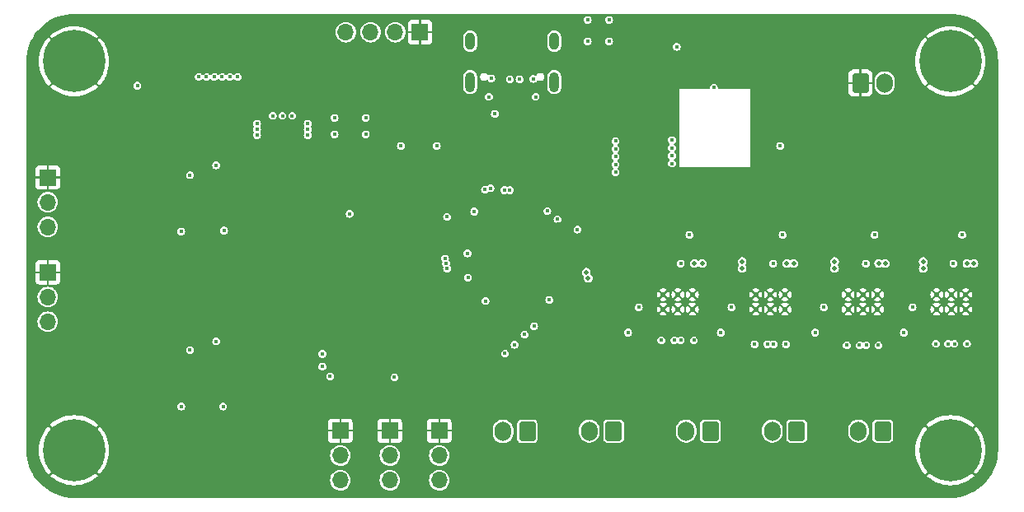
<source format=gbr>
%TF.GenerationSoftware,KiCad,Pcbnew,8.0.1*%
%TF.CreationDate,2024-05-02T18:59:49+02:00*%
%TF.ProjectId,OpenHand_v2,4f70656e-4861-46e6-945f-76322e6b6963,rev?*%
%TF.SameCoordinates,Original*%
%TF.FileFunction,Copper,L3,Inr*%
%TF.FilePolarity,Positive*%
%FSLAX46Y46*%
G04 Gerber Fmt 4.6, Leading zero omitted, Abs format (unit mm)*
G04 Created by KiCad (PCBNEW 8.0.1) date 2024-05-02 18:59:49*
%MOMM*%
%LPD*%
G01*
G04 APERTURE LIST*
G04 Aperture macros list*
%AMRoundRect*
0 Rectangle with rounded corners*
0 $1 Rounding radius*
0 $2 $3 $4 $5 $6 $7 $8 $9 X,Y pos of 4 corners*
0 Add a 4 corners polygon primitive as box body*
4,1,4,$2,$3,$4,$5,$6,$7,$8,$9,$2,$3,0*
0 Add four circle primitives for the rounded corners*
1,1,$1+$1,$2,$3*
1,1,$1+$1,$4,$5*
1,1,$1+$1,$6,$7*
1,1,$1+$1,$8,$9*
0 Add four rect primitives between the rounded corners*
20,1,$1+$1,$2,$3,$4,$5,0*
20,1,$1+$1,$4,$5,$6,$7,0*
20,1,$1+$1,$6,$7,$8,$9,0*
20,1,$1+$1,$8,$9,$2,$3,0*%
G04 Aperture macros list end*
%TA.AperFunction,ComponentPad*%
%ADD10C,0.800000*%
%TD*%
%TA.AperFunction,ComponentPad*%
%ADD11C,6.400000*%
%TD*%
%TA.AperFunction,ComponentPad*%
%ADD12RoundRect,0.250000X0.600000X0.750000X-0.600000X0.750000X-0.600000X-0.750000X0.600000X-0.750000X0*%
%TD*%
%TA.AperFunction,ComponentPad*%
%ADD13O,1.700000X2.000000*%
%TD*%
%TA.AperFunction,HeatsinkPad*%
%ADD14C,0.500000*%
%TD*%
%TA.AperFunction,ComponentPad*%
%ADD15R,1.700000X1.700000*%
%TD*%
%TA.AperFunction,ComponentPad*%
%ADD16O,1.700000X1.700000*%
%TD*%
%TA.AperFunction,ComponentPad*%
%ADD17RoundRect,0.250000X-0.600000X-0.750000X0.600000X-0.750000X0.600000X0.750000X-0.600000X0.750000X0*%
%TD*%
%TA.AperFunction,ComponentPad*%
%ADD18O,1.000000X2.100000*%
%TD*%
%TA.AperFunction,ComponentPad*%
%ADD19O,1.000000X1.800000*%
%TD*%
%TA.AperFunction,ViaPad*%
%ADD20C,0.400000*%
%TD*%
%TA.AperFunction,ViaPad*%
%ADD21C,0.500000*%
%TD*%
G04 APERTURE END LIST*
D10*
%TO.N,GND*%
%TO.C,H4*%
X192600000Y-145000000D03*
X193302944Y-143302944D03*
X193302944Y-146697056D03*
X195000000Y-142600000D03*
D11*
X195000000Y-145000000D03*
D10*
X195000000Y-147400000D03*
X196697056Y-143302944D03*
X196697056Y-146697056D03*
X197400000Y-145000000D03*
%TD*%
D12*
%TO.N,MOTOR_01_N*%
%TO.C,J1*%
X170350000Y-143035000D03*
D13*
%TO.N,MOTOR_01_P*%
X167850000Y-143035000D03*
%TD*%
D14*
%TO.N,GND*%
%TO.C,U10*%
X165500000Y-130500000D03*
X167000000Y-130500000D03*
X168500000Y-130500000D03*
X165500000Y-129000000D03*
X167000000Y-129000000D03*
X168500000Y-129000000D03*
%TD*%
D10*
%TO.N,GND*%
%TO.C,H1*%
X102600000Y-105000000D03*
X103302944Y-103302944D03*
X103302944Y-106697056D03*
X105000000Y-102600000D03*
D11*
X105000000Y-105000000D03*
D10*
X105000000Y-107400000D03*
X106697056Y-103302944D03*
X106697056Y-106697056D03*
X107400000Y-105000000D03*
%TD*%
D15*
%TO.N,GND*%
%TO.C,J13*%
X142500000Y-143000000D03*
D16*
%TO.N,HALL_SENS_03_S*%
X142500000Y-145540000D03*
%TO.N,+3V3*%
X142500000Y-148080000D03*
%TD*%
D12*
%TO.N,HAPTIC_01_N*%
%TO.C,J7*%
X151550000Y-143067500D03*
D13*
%TO.N,HAPTIC_01_P*%
X149050000Y-143067500D03*
%TD*%
D15*
%TO.N,GND*%
%TO.C,J12*%
X140530000Y-102000000D03*
D16*
%TO.N,SWDIO*%
X137990000Y-102000000D03*
%TO.N,SWCLK*%
X135450000Y-102000000D03*
%TO.N,+3V3*%
X132910000Y-102000000D03*
%TD*%
D15*
%TO.N,GND*%
%TO.C,J11*%
X102300000Y-126700000D03*
D16*
%TO.N,EMG_02_P*%
X102300000Y-129240000D03*
%TO.N,EMG_02_N*%
X102300000Y-131780000D03*
%TD*%
D14*
%TO.N,GND*%
%TO.C,U8*%
X184500000Y-130500000D03*
X186000000Y-130500000D03*
X187500000Y-130500000D03*
X184500000Y-129000000D03*
X186000000Y-129000000D03*
X187500000Y-129000000D03*
%TD*%
%TO.N,GND*%
%TO.C,U9*%
X193580000Y-130500000D03*
X195080000Y-130500000D03*
X196580000Y-130500000D03*
X193580000Y-129000000D03*
X195080000Y-129000000D03*
X196580000Y-129000000D03*
%TD*%
D15*
%TO.N,GND*%
%TO.C,J4*%
X132340000Y-143000000D03*
D16*
%TO.N,HALL_SENS_01_S*%
X132340000Y-145540000D03*
%TO.N,+3V3*%
X132340000Y-148080000D03*
%TD*%
D17*
%TO.N,GND*%
%TO.C,J3*%
X185750000Y-107232500D03*
D13*
%TO.N,BAT_P*%
X188250000Y-107232500D03*
%TD*%
D10*
%TO.N,GND*%
%TO.C,H3*%
X102600000Y-145000000D03*
X103302944Y-143302944D03*
X103302944Y-146697056D03*
X105000000Y-142600000D03*
D11*
X105000000Y-145000000D03*
D10*
X105000000Y-147400000D03*
X106697056Y-143302944D03*
X106697056Y-146697056D03*
X107400000Y-145000000D03*
%TD*%
D15*
%TO.N,GND*%
%TO.C,J9*%
X137420000Y-143000000D03*
D16*
%TO.N,HALL_SENS_02_S*%
X137420000Y-145540000D03*
%TO.N,+3V3*%
X137420000Y-148080000D03*
%TD*%
D18*
%TO.N,unconnected-(J5-SHIELD-PadS1)_2*%
%TO.C,J5*%
X154320000Y-107125000D03*
D19*
%TO.N,unconnected-(J5-SHIELD-PadS1)_0*%
X154320000Y-102925000D03*
D18*
%TO.N,unconnected-(J5-SHIELD-PadS1)_1*%
X145680000Y-107125000D03*
D19*
%TO.N,unconnected-(J5-SHIELD-PadS1)*%
X145680000Y-102925000D03*
%TD*%
D14*
%TO.N,GND*%
%TO.C,U7*%
X175000000Y-130500000D03*
X176500000Y-130500000D03*
X178000000Y-130500000D03*
X175000000Y-129000000D03*
X176500000Y-129000000D03*
X178000000Y-129000000D03*
%TD*%
D12*
%TO.N,MOTOR_02_N*%
%TO.C,J2*%
X179200000Y-143035000D03*
D13*
%TO.N,MOTOR_02_P*%
X176700000Y-143035000D03*
%TD*%
D15*
%TO.N,GND*%
%TO.C,J8*%
X102300000Y-116945000D03*
D16*
%TO.N,EMG_01_P*%
X102300000Y-119485000D03*
%TO.N,EMG_01_N*%
X102300000Y-122025000D03*
%TD*%
D12*
%TO.N,MOTOR_03_N*%
%TO.C,J6*%
X188050000Y-143035000D03*
D13*
%TO.N,MOTOR_03_P*%
X185550000Y-143035000D03*
%TD*%
D10*
%TO.N,GND*%
%TO.C,H2*%
X192600000Y-105000000D03*
X193302944Y-103302944D03*
X193302944Y-106697056D03*
X195000000Y-102600000D03*
D11*
X195000000Y-105000000D03*
D10*
X195000000Y-107400000D03*
X196697056Y-103302944D03*
X196697056Y-106697056D03*
X197400000Y-105000000D03*
%TD*%
D12*
%TO.N,HAPTIC_02_N*%
%TO.C,J10*%
X160400000Y-143035000D03*
D13*
%TO.N,HAPTIC_02_P*%
X157900000Y-143035000D03*
%TD*%
D20*
%TO.N,MOTOR_01_N*%
X176200000Y-134100000D03*
X176825000Y-134100000D03*
%TO.N,+5V*%
X147600000Y-108650000D03*
X157750000Y-100750000D03*
X117800000Y-106600000D03*
X166400000Y-113100000D03*
X116000000Y-122500000D03*
X168200000Y-122850000D03*
X159950000Y-100750000D03*
X196200000Y-122850000D03*
X118600000Y-106600000D03*
X121000000Y-106600000D03*
X157750000Y-102950000D03*
X152150000Y-106800000D03*
X187200000Y-122850000D03*
X116000000Y-140500000D03*
X182000000Y-130300000D03*
X166400000Y-114700000D03*
X195300000Y-125800000D03*
X120200000Y-106600000D03*
X186300000Y-125800000D03*
X160600000Y-114000000D03*
X121800000Y-106600000D03*
X177750000Y-122850000D03*
X163000000Y-130300000D03*
X172500000Y-130300000D03*
X160600000Y-113200000D03*
X191100000Y-130300000D03*
X159950000Y-102950000D03*
X116900000Y-134700000D03*
X166400000Y-113900000D03*
X167300000Y-125800000D03*
X166400000Y-115500000D03*
X152400000Y-108650000D03*
X160600000Y-114800000D03*
X176800000Y-125800000D03*
X160600000Y-115600000D03*
X119400000Y-106600000D03*
X147850000Y-106750000D03*
X116900000Y-116700000D03*
X160600000Y-116400000D03*
%TO.N,-5V*%
X120300000Y-140500000D03*
X120400000Y-122400000D03*
X111500000Y-107500000D03*
%TO.N,/BATT_SENSE*%
X177500000Y-113700000D03*
X145400000Y-124750000D03*
%TO.N,GND*%
X134100000Y-125800000D03*
X173200000Y-136500000D03*
X173200000Y-135500000D03*
X146750000Y-120450000D03*
X114100000Y-131600000D03*
X161200000Y-136000000D03*
X140357500Y-107505000D03*
X136200000Y-125300000D03*
X116400000Y-104000000D03*
X137400000Y-126300000D03*
X146800000Y-108650000D03*
X110300000Y-104900000D03*
X126200000Y-127800000D03*
X155550000Y-110400000D03*
X144400000Y-110400000D03*
X173200000Y-136000000D03*
X126400000Y-147000000D03*
X176100000Y-125800000D03*
X114100000Y-113700000D03*
X166400000Y-110600000D03*
X166600000Y-125800000D03*
X133000000Y-122700000D03*
X158200000Y-115900000D03*
X160600000Y-108400000D03*
X115000000Y-132800000D03*
X161200000Y-135500000D03*
X154700000Y-121750000D03*
X191900000Y-136500000D03*
X126400000Y-129100000D03*
X137400000Y-120800000D03*
D21*
X169300000Y-124100000D03*
D20*
X109200000Y-139600000D03*
X160600000Y-111500000D03*
X182600000Y-136000000D03*
X183800000Y-122100000D03*
X194700000Y-125800000D03*
X182600000Y-135500000D03*
X185600000Y-125800000D03*
X127400000Y-101400000D03*
X124200000Y-124200000D03*
X115100000Y-114700000D03*
X109200000Y-145000000D03*
X171300000Y-136000000D03*
D21*
X178900000Y-124100000D03*
D20*
X174300000Y-122100000D03*
X191900000Y-136000000D03*
X166400000Y-108000000D03*
X192900000Y-122100000D03*
X164800000Y-122100000D03*
D21*
X197300000Y-124100000D03*
D20*
X146700000Y-129650000D03*
X171300000Y-135500000D03*
X166400000Y-109700000D03*
D21*
X188300000Y-124100000D03*
D20*
X166400000Y-108800000D03*
X132900000Y-117700000D03*
X166400000Y-111400000D03*
X145500000Y-126750000D03*
X135700000Y-137500000D03*
X171300000Y-136500000D03*
X176400000Y-114700000D03*
X113200000Y-103000000D03*
X191900000Y-135500000D03*
X160600000Y-109900000D03*
X142200000Y-137500000D03*
X161200000Y-136500000D03*
X153035000Y-129540000D03*
X109300000Y-127000000D03*
X126100000Y-145800000D03*
X182600000Y-136500000D03*
X160600000Y-109200000D03*
X109200000Y-121600000D03*
X124000000Y-142300000D03*
X153200000Y-108650000D03*
X160600000Y-110700000D03*
X182700000Y-113700000D03*
X158900000Y-115900000D03*
%TO.N,LED_1*%
X149750000Y-118250000D03*
X142257500Y-113705000D03*
%TO.N,LED_2*%
X149200000Y-118250000D03*
X138557500Y-113705000D03*
%TO.N,/PSU/PSU_SW*%
X166900000Y-103500000D03*
X170700000Y-107700000D03*
%TO.N,UC_SCL*%
X134957500Y-110805000D03*
X147750000Y-118050000D03*
%TO.N,UC_SDA*%
X147200000Y-118200000D03*
X131757500Y-110805000D03*
%TO.N,HALL_SENS_01_S*%
X143100000Y-125300000D03*
%TO.N,HALL_SENS_02_S*%
X143200000Y-125800000D03*
%TO.N,HALL_SENS_03_S*%
X143300000Y-126300000D03*
%TO.N,MOTOR_01_P*%
X174875000Y-134100000D03*
X178100000Y-134100000D03*
%TO.N,MOTOR_02_N*%
X185650000Y-134200000D03*
X186350000Y-134200000D03*
%TO.N,MOTOR_02_P*%
X187600000Y-134200000D03*
X184350000Y-134200000D03*
%TO.N,MOTOR_03_N*%
X194750000Y-134050000D03*
X195400000Y-134050000D03*
%TO.N,MOTOR_03_P*%
X193500000Y-134050000D03*
X196700000Y-134050000D03*
%TO.N,HAPTIC_01_N*%
X166650000Y-133700000D03*
%TO.N,HAPTIC_01_P*%
X165300000Y-133700000D03*
%TO.N,HAPTIC_02_N*%
X167300000Y-133700000D03*
%TO.N,+3V3*%
X125400000Y-110600000D03*
X131300000Y-137400000D03*
X123800000Y-112600000D03*
X131757500Y-112505000D03*
X133300000Y-120700000D03*
X145450000Y-127250000D03*
X147250000Y-129650000D03*
X123800000Y-111400000D03*
X154650000Y-121250000D03*
X129000000Y-111400000D03*
X148200000Y-110400000D03*
X143300000Y-121000000D03*
X123800000Y-112000000D03*
X146100000Y-120450000D03*
X126400000Y-110600000D03*
X153797000Y-129540000D03*
X129000000Y-112000000D03*
X127400000Y-110600000D03*
X134957500Y-112505000D03*
X129000000Y-112600000D03*
X137900000Y-137500000D03*
%TO.N,HAPTIC_02_P*%
X168650000Y-133700000D03*
%TO.N,USB_D-*%
X150750000Y-106850000D03*
X149750000Y-106850000D03*
%TO.N,EMG_02_UC*%
X130500000Y-136400000D03*
X119600000Y-133800000D03*
%TO.N,EMG_01_UC*%
X119600000Y-115700000D03*
X130500000Y-135100000D03*
%TO.N,MOTOR_01_EN*%
X150250000Y-134150000D03*
X171400000Y-132900000D03*
%TO.N,MOTOR_02_EN*%
X181100000Y-132900000D03*
X151250000Y-133100000D03*
%TO.N,MOTOR_03_EN*%
X190200000Y-132900000D03*
X152250000Y-132250000D03*
%TO.N,HAPTIC_EN*%
X149250000Y-135050000D03*
X161900000Y-132900000D03*
D21*
%TO.N,MOTOR_01_DIR*%
X178900000Y-125800000D03*
X173600000Y-126300000D03*
%TO.N,MOTOR_02_DIR*%
X188300000Y-125800000D03*
X183100000Y-126300000D03*
%TO.N,MOTOR_01_PWM*%
X178200000Y-125800000D03*
X173600000Y-125600000D03*
%TO.N,MOTOR_02_PWM*%
X187625000Y-125775000D03*
X183100000Y-125600000D03*
%TO.N,MOTOR_03_DIR*%
X197400000Y-125800000D03*
X192200000Y-126300000D03*
%TO.N,MOTOR_03_PWM*%
X196700000Y-125800000D03*
X192200000Y-125600000D03*
%TO.N,HAPTIC_02_DIR*%
X169500000Y-125800000D03*
X157800000Y-127300000D03*
%TO.N,HAPTIC_02_PWM*%
X157600000Y-126700000D03*
X168700000Y-125800000D03*
D20*
%TO.N,SWCLK*%
X153600000Y-120400000D03*
%TO.N,SWDIO*%
X156700000Y-122300000D03*
%TD*%
%TA.AperFunction,Conductor*%
%TO.N,GND*%
G36*
X103939339Y-146202081D02*
G01*
X103535707Y-146605714D01*
X103514884Y-146555442D01*
X103444558Y-146485116D01*
X103394283Y-146464291D01*
X103797916Y-146060658D01*
X103939339Y-146202081D01*
G37*
%TD.AperFunction*%
%TA.AperFunction,Conductor*%
G36*
X106605715Y-146464292D02*
G01*
X106555442Y-146485116D01*
X106485116Y-146555442D01*
X106464292Y-146605714D01*
X106060659Y-146202082D01*
X106202082Y-146060659D01*
X106605715Y-146464292D01*
G37*
%TD.AperFunction*%
%TA.AperFunction,Conductor*%
G36*
X103939340Y-143797917D02*
G01*
X103797917Y-143939340D01*
X103394284Y-143535707D01*
X103444558Y-143514884D01*
X103514884Y-143444558D01*
X103535707Y-143394284D01*
X103939340Y-143797917D01*
G37*
%TD.AperFunction*%
%TA.AperFunction,Conductor*%
G36*
X106485116Y-143444558D02*
G01*
X106555442Y-143514884D01*
X106605714Y-143535707D01*
X106202081Y-143939339D01*
X106060658Y-143797916D01*
X106464291Y-143394283D01*
X106485116Y-143444558D01*
G37*
%TD.AperFunction*%
%TA.AperFunction,Conductor*%
G36*
X193939339Y-146202081D02*
G01*
X193535707Y-146605714D01*
X193514884Y-146555442D01*
X193444558Y-146485116D01*
X193394283Y-146464291D01*
X193797916Y-146060658D01*
X193939339Y-146202081D01*
G37*
%TD.AperFunction*%
%TA.AperFunction,Conductor*%
G36*
X196605715Y-146464292D02*
G01*
X196555442Y-146485116D01*
X196485116Y-146555442D01*
X196464292Y-146605714D01*
X196060659Y-146202082D01*
X196202082Y-146060659D01*
X196605715Y-146464292D01*
G37*
%TD.AperFunction*%
%TA.AperFunction,Conductor*%
G36*
X193939340Y-143797917D02*
G01*
X193797917Y-143939340D01*
X193394284Y-143535707D01*
X193444558Y-143514884D01*
X193514884Y-143444558D01*
X193535707Y-143394284D01*
X193939340Y-143797917D01*
G37*
%TD.AperFunction*%
%TA.AperFunction,Conductor*%
G36*
X196485116Y-143444558D02*
G01*
X196555442Y-143514884D01*
X196605714Y-143535707D01*
X196202081Y-143939339D01*
X196060658Y-143797916D01*
X196464291Y-143394283D01*
X196485116Y-143444558D01*
G37*
%TD.AperFunction*%
%TA.AperFunction,Conductor*%
G36*
X103939339Y-106202081D02*
G01*
X103535707Y-106605714D01*
X103514884Y-106555442D01*
X103444558Y-106485116D01*
X103394283Y-106464291D01*
X103797916Y-106060658D01*
X103939339Y-106202081D01*
G37*
%TD.AperFunction*%
%TA.AperFunction,Conductor*%
G36*
X106605715Y-106464292D02*
G01*
X106555442Y-106485116D01*
X106485116Y-106555442D01*
X106464292Y-106605714D01*
X106060659Y-106202082D01*
X106202082Y-106060659D01*
X106605715Y-106464292D01*
G37*
%TD.AperFunction*%
%TA.AperFunction,Conductor*%
G36*
X103939340Y-103797917D02*
G01*
X103797917Y-103939340D01*
X103394284Y-103535707D01*
X103444558Y-103514884D01*
X103514884Y-103444558D01*
X103535707Y-103394284D01*
X103939340Y-103797917D01*
G37*
%TD.AperFunction*%
%TA.AperFunction,Conductor*%
G36*
X106485116Y-103444558D02*
G01*
X106555442Y-103514884D01*
X106605714Y-103535707D01*
X106202081Y-103939339D01*
X106060658Y-103797916D01*
X106464291Y-103394283D01*
X106485116Y-103444558D01*
G37*
%TD.AperFunction*%
%TA.AperFunction,Conductor*%
G36*
X193939339Y-106202081D02*
G01*
X193535707Y-106605714D01*
X193514884Y-106555442D01*
X193444558Y-106485116D01*
X193394283Y-106464291D01*
X193797916Y-106060658D01*
X193939339Y-106202081D01*
G37*
%TD.AperFunction*%
%TA.AperFunction,Conductor*%
G36*
X196605715Y-106464292D02*
G01*
X196555442Y-106485116D01*
X196485116Y-106555442D01*
X196464292Y-106605714D01*
X196060659Y-106202082D01*
X196202082Y-106060659D01*
X196605715Y-106464292D01*
G37*
%TD.AperFunction*%
%TA.AperFunction,Conductor*%
G36*
X193939340Y-103797917D02*
G01*
X193797917Y-103939340D01*
X193394284Y-103535707D01*
X193444558Y-103514884D01*
X193514884Y-103444558D01*
X193535707Y-103394284D01*
X193939340Y-103797917D01*
G37*
%TD.AperFunction*%
%TA.AperFunction,Conductor*%
G36*
X196485116Y-103444558D02*
G01*
X196555442Y-103514884D01*
X196605714Y-103535707D01*
X196202081Y-103939339D01*
X196060658Y-103797916D01*
X196464291Y-103394283D01*
X196485116Y-103444558D01*
G37*
%TD.AperFunction*%
%TA.AperFunction,Conductor*%
G36*
X195002152Y-100100593D02*
G01*
X195422716Y-100118956D01*
X195431296Y-100119706D01*
X195846505Y-100174370D01*
X195855010Y-100175870D01*
X195972778Y-100201978D01*
X196263872Y-100266512D01*
X196272187Y-100268739D01*
X196671605Y-100394676D01*
X196679721Y-100397630D01*
X197066634Y-100557895D01*
X197074446Y-100561537D01*
X197176472Y-100614649D01*
X197445910Y-100754910D01*
X197453390Y-100759228D01*
X197806598Y-100984246D01*
X197813672Y-100989200D01*
X198030388Y-101155492D01*
X198145912Y-101244136D01*
X198152513Y-101249675D01*
X198461302Y-101532627D01*
X198467372Y-101538697D01*
X198750322Y-101847484D01*
X198755863Y-101854087D01*
X199010799Y-102186327D01*
X199015753Y-102193401D01*
X199240771Y-102546609D01*
X199245089Y-102554089D01*
X199438458Y-102925546D01*
X199442108Y-102933373D01*
X199602369Y-103320278D01*
X199605323Y-103328394D01*
X199731255Y-103727796D01*
X199733490Y-103736139D01*
X199824129Y-104144989D01*
X199825629Y-104153494D01*
X199880291Y-104568691D01*
X199881044Y-104577295D01*
X199899406Y-104997847D01*
X199899500Y-105002165D01*
X199899500Y-144997834D01*
X199899406Y-145002152D01*
X199881044Y-145422704D01*
X199880291Y-145431308D01*
X199825629Y-145846505D01*
X199824129Y-145855010D01*
X199733490Y-146263860D01*
X199731255Y-146272203D01*
X199605323Y-146671605D01*
X199602369Y-146679721D01*
X199442108Y-147066626D01*
X199438458Y-147074453D01*
X199245089Y-147445910D01*
X199240771Y-147453390D01*
X199015753Y-147806598D01*
X199010799Y-147813672D01*
X198755863Y-148145912D01*
X198750313Y-148152526D01*
X198467383Y-148461290D01*
X198461290Y-148467383D01*
X198244045Y-148666452D01*
X198152528Y-148750312D01*
X198145912Y-148755863D01*
X197813672Y-149010799D01*
X197806598Y-149015753D01*
X197453390Y-149240771D01*
X197445910Y-149245089D01*
X197074453Y-149438458D01*
X197066626Y-149442108D01*
X196679721Y-149602369D01*
X196671605Y-149605323D01*
X196272203Y-149731255D01*
X196263860Y-149733490D01*
X195855010Y-149824129D01*
X195846505Y-149825629D01*
X195431308Y-149880291D01*
X195422704Y-149881044D01*
X195002153Y-149899406D01*
X194997835Y-149899500D01*
X105002165Y-149899500D01*
X104997847Y-149899406D01*
X104577295Y-149881044D01*
X104568691Y-149880291D01*
X104153494Y-149825629D01*
X104144989Y-149824129D01*
X103736139Y-149733490D01*
X103727796Y-149731255D01*
X103328394Y-149605323D01*
X103320278Y-149602369D01*
X102933373Y-149442108D01*
X102925546Y-149438458D01*
X102554089Y-149245089D01*
X102546609Y-149240771D01*
X102193401Y-149015753D01*
X102186327Y-149010799D01*
X101854087Y-148755863D01*
X101847484Y-148750322D01*
X101538697Y-148467372D01*
X101532627Y-148461302D01*
X101249675Y-148152513D01*
X101244136Y-148145912D01*
X101193562Y-148080003D01*
X100989200Y-147813672D01*
X100984246Y-147806598D01*
X100902951Y-147678991D01*
X100784811Y-147493547D01*
X100759228Y-147453390D01*
X100754910Y-147445910D01*
X100628102Y-147202315D01*
X100561537Y-147074446D01*
X100557891Y-147066626D01*
X100548808Y-147044698D01*
X100397630Y-146679721D01*
X100394676Y-146671605D01*
X100358050Y-146555442D01*
X100268739Y-146272187D01*
X100266512Y-146263872D01*
X100175870Y-145855010D01*
X100174370Y-145846505D01*
X100173327Y-145838583D01*
X100119706Y-145431296D01*
X100118956Y-145422716D01*
X100100594Y-145002152D01*
X100100547Y-145000006D01*
X101395060Y-145000006D01*
X101414806Y-145376807D01*
X101414808Y-145376827D01*
X101473835Y-145749503D01*
X101571497Y-146113985D01*
X101571502Y-146114002D01*
X101706723Y-146466261D01*
X101878027Y-146802465D01*
X101878033Y-146802476D01*
X102083544Y-147118933D01*
X102321003Y-147412171D01*
X102383704Y-147474872D01*
X103070179Y-146788395D01*
X103091004Y-146838670D01*
X103161330Y-146908996D01*
X103211602Y-146929819D01*
X102525127Y-147616295D01*
X102587828Y-147678996D01*
X102881066Y-147916455D01*
X103197523Y-148121966D01*
X103197534Y-148121972D01*
X103533738Y-148293276D01*
X103885997Y-148428497D01*
X103886014Y-148428502D01*
X104250496Y-148526164D01*
X104623172Y-148585191D01*
X104623192Y-148585193D01*
X104999994Y-148604940D01*
X105000006Y-148604940D01*
X105376807Y-148585193D01*
X105376827Y-148585191D01*
X105749503Y-148526164D01*
X106113985Y-148428502D01*
X106114002Y-148428497D01*
X106466261Y-148293276D01*
X106802465Y-148121972D01*
X106802476Y-148121966D01*
X106867093Y-148080003D01*
X131284417Y-148080003D01*
X131304698Y-148285929D01*
X131304699Y-148285934D01*
X131364768Y-148483954D01*
X131462316Y-148666452D01*
X131531138Y-148750312D01*
X131593590Y-148826410D01*
X131593595Y-148826414D01*
X131753547Y-148957683D01*
X131753548Y-148957683D01*
X131753550Y-148957685D01*
X131936046Y-149055232D01*
X132073997Y-149097078D01*
X132134065Y-149115300D01*
X132134070Y-149115301D01*
X132339997Y-149135583D01*
X132340000Y-149135583D01*
X132340003Y-149135583D01*
X132545929Y-149115301D01*
X132545934Y-149115300D01*
X132743954Y-149055232D01*
X132926450Y-148957685D01*
X133086410Y-148826410D01*
X133217685Y-148666450D01*
X133315232Y-148483954D01*
X133375300Y-148285934D01*
X133375301Y-148285929D01*
X133395583Y-148080003D01*
X136364417Y-148080003D01*
X136384698Y-148285929D01*
X136384699Y-148285934D01*
X136444768Y-148483954D01*
X136542316Y-148666452D01*
X136611138Y-148750312D01*
X136673590Y-148826410D01*
X136673595Y-148826414D01*
X136833547Y-148957683D01*
X136833548Y-148957683D01*
X136833550Y-148957685D01*
X137016046Y-149055232D01*
X137153997Y-149097078D01*
X137214065Y-149115300D01*
X137214070Y-149115301D01*
X137419997Y-149135583D01*
X137420000Y-149135583D01*
X137420003Y-149135583D01*
X137625929Y-149115301D01*
X137625934Y-149115300D01*
X137823954Y-149055232D01*
X138006450Y-148957685D01*
X138166410Y-148826410D01*
X138297685Y-148666450D01*
X138395232Y-148483954D01*
X138455300Y-148285934D01*
X138455301Y-148285929D01*
X138475583Y-148080003D01*
X141444417Y-148080003D01*
X141464698Y-148285929D01*
X141464699Y-148285934D01*
X141524768Y-148483954D01*
X141622316Y-148666452D01*
X141691138Y-148750312D01*
X141753590Y-148826410D01*
X141753595Y-148826414D01*
X141913547Y-148957683D01*
X141913548Y-148957683D01*
X141913550Y-148957685D01*
X142096046Y-149055232D01*
X142233997Y-149097078D01*
X142294065Y-149115300D01*
X142294070Y-149115301D01*
X142499997Y-149135583D01*
X142500000Y-149135583D01*
X142500003Y-149135583D01*
X142705929Y-149115301D01*
X142705934Y-149115300D01*
X142903954Y-149055232D01*
X143086450Y-148957685D01*
X143246410Y-148826410D01*
X143377685Y-148666450D01*
X143475232Y-148483954D01*
X143535300Y-148285934D01*
X143535301Y-148285929D01*
X143555583Y-148080003D01*
X143555583Y-148079996D01*
X143535301Y-147874070D01*
X143535300Y-147874065D01*
X143514834Y-147806598D01*
X143475232Y-147676046D01*
X143377685Y-147493550D01*
X143362356Y-147474872D01*
X143246414Y-147333595D01*
X143246410Y-147333590D01*
X143246404Y-147333585D01*
X143086452Y-147202316D01*
X142903954Y-147104768D01*
X142705934Y-147044699D01*
X142705929Y-147044698D01*
X142500003Y-147024417D01*
X142499997Y-147024417D01*
X142294070Y-147044698D01*
X142294065Y-147044699D01*
X142096045Y-147104768D01*
X141913547Y-147202316D01*
X141753595Y-147333585D01*
X141753585Y-147333595D01*
X141622316Y-147493547D01*
X141524768Y-147676045D01*
X141464699Y-147874065D01*
X141464698Y-147874070D01*
X141444417Y-148079996D01*
X141444417Y-148080003D01*
X138475583Y-148080003D01*
X138475583Y-148079996D01*
X138455301Y-147874070D01*
X138455300Y-147874065D01*
X138434834Y-147806598D01*
X138395232Y-147676046D01*
X138297685Y-147493550D01*
X138282356Y-147474872D01*
X138166414Y-147333595D01*
X138166410Y-147333590D01*
X138166404Y-147333585D01*
X138006452Y-147202316D01*
X137823954Y-147104768D01*
X137625934Y-147044699D01*
X137625929Y-147044698D01*
X137420003Y-147024417D01*
X137419997Y-147024417D01*
X137214070Y-147044698D01*
X137214065Y-147044699D01*
X137016045Y-147104768D01*
X136833547Y-147202316D01*
X136673595Y-147333585D01*
X136673585Y-147333595D01*
X136542316Y-147493547D01*
X136444768Y-147676045D01*
X136384699Y-147874065D01*
X136384698Y-147874070D01*
X136364417Y-148079996D01*
X136364417Y-148080003D01*
X133395583Y-148080003D01*
X133395583Y-148079996D01*
X133375301Y-147874070D01*
X133375300Y-147874065D01*
X133354834Y-147806598D01*
X133315232Y-147676046D01*
X133217685Y-147493550D01*
X133202356Y-147474872D01*
X133086414Y-147333595D01*
X133086410Y-147333590D01*
X133086404Y-147333585D01*
X132926452Y-147202316D01*
X132743954Y-147104768D01*
X132545934Y-147044699D01*
X132545929Y-147044698D01*
X132340003Y-147024417D01*
X132339997Y-147024417D01*
X132134070Y-147044698D01*
X132134065Y-147044699D01*
X131936045Y-147104768D01*
X131753547Y-147202316D01*
X131593595Y-147333585D01*
X131593585Y-147333595D01*
X131462316Y-147493547D01*
X131364768Y-147676045D01*
X131304699Y-147874065D01*
X131304698Y-147874070D01*
X131284417Y-148079996D01*
X131284417Y-148080003D01*
X106867093Y-148080003D01*
X107118927Y-147916459D01*
X107412177Y-147678991D01*
X107474873Y-147616295D01*
X106788397Y-146929819D01*
X106838670Y-146908996D01*
X106908996Y-146838670D01*
X106929819Y-146788396D01*
X107616295Y-147474872D01*
X107678991Y-147412177D01*
X107916459Y-147118927D01*
X108121966Y-146802476D01*
X108121972Y-146802465D01*
X108293276Y-146466261D01*
X108428497Y-146114002D01*
X108428502Y-146113985D01*
X108526164Y-145749503D01*
X108559346Y-145540003D01*
X131284417Y-145540003D01*
X131304698Y-145745929D01*
X131304699Y-145745934D01*
X131364768Y-145943954D01*
X131462316Y-146126452D01*
X131539427Y-146220412D01*
X131593590Y-146286410D01*
X131593595Y-146286414D01*
X131753547Y-146417683D01*
X131753548Y-146417683D01*
X131753550Y-146417685D01*
X131936046Y-146515232D01*
X132068602Y-146555442D01*
X132134065Y-146575300D01*
X132134070Y-146575301D01*
X132339997Y-146595583D01*
X132340000Y-146595583D01*
X132340003Y-146595583D01*
X132545929Y-146575301D01*
X132545934Y-146575300D01*
X132743954Y-146515232D01*
X132926450Y-146417685D01*
X133086410Y-146286410D01*
X133217685Y-146126450D01*
X133315232Y-145943954D01*
X133375300Y-145745934D01*
X133375301Y-145745929D01*
X133395583Y-145540003D01*
X136364417Y-145540003D01*
X136384698Y-145745929D01*
X136384699Y-145745934D01*
X136444768Y-145943954D01*
X136542316Y-146126452D01*
X136619427Y-146220412D01*
X136673590Y-146286410D01*
X136673595Y-146286414D01*
X136833547Y-146417683D01*
X136833548Y-146417683D01*
X136833550Y-146417685D01*
X137016046Y-146515232D01*
X137148602Y-146555442D01*
X137214065Y-146575300D01*
X137214070Y-146575301D01*
X137419997Y-146595583D01*
X137420000Y-146595583D01*
X137420003Y-146595583D01*
X137625929Y-146575301D01*
X137625934Y-146575300D01*
X137823954Y-146515232D01*
X138006450Y-146417685D01*
X138166410Y-146286410D01*
X138297685Y-146126450D01*
X138395232Y-145943954D01*
X138455300Y-145745934D01*
X138455301Y-145745929D01*
X138475583Y-145540003D01*
X141444417Y-145540003D01*
X141464698Y-145745929D01*
X141464699Y-145745934D01*
X141524768Y-145943954D01*
X141622316Y-146126452D01*
X141699427Y-146220412D01*
X141753590Y-146286410D01*
X141753595Y-146286414D01*
X141913547Y-146417683D01*
X141913548Y-146417683D01*
X141913550Y-146417685D01*
X142096046Y-146515232D01*
X142228602Y-146555442D01*
X142294065Y-146575300D01*
X142294070Y-146575301D01*
X142499997Y-146595583D01*
X142500000Y-146595583D01*
X142500003Y-146595583D01*
X142705929Y-146575301D01*
X142705934Y-146575300D01*
X142903954Y-146515232D01*
X143086450Y-146417685D01*
X143246410Y-146286410D01*
X143377685Y-146126450D01*
X143475232Y-145943954D01*
X143535300Y-145745934D01*
X143535301Y-145745929D01*
X143555583Y-145540003D01*
X143555583Y-145539996D01*
X143535301Y-145334070D01*
X143535300Y-145334065D01*
X143497956Y-145210958D01*
X143475232Y-145136046D01*
X143402516Y-145000006D01*
X191395060Y-145000006D01*
X191414806Y-145376807D01*
X191414808Y-145376827D01*
X191473835Y-145749503D01*
X191571497Y-146113985D01*
X191571502Y-146114002D01*
X191706723Y-146466261D01*
X191878027Y-146802465D01*
X191878033Y-146802476D01*
X192083544Y-147118933D01*
X192321003Y-147412171D01*
X192383704Y-147474872D01*
X193070179Y-146788395D01*
X193091004Y-146838670D01*
X193161330Y-146908996D01*
X193211602Y-146929819D01*
X192525127Y-147616295D01*
X192587828Y-147678996D01*
X192881066Y-147916455D01*
X193197523Y-148121966D01*
X193197534Y-148121972D01*
X193533738Y-148293276D01*
X193885997Y-148428497D01*
X193886014Y-148428502D01*
X194250496Y-148526164D01*
X194623172Y-148585191D01*
X194623192Y-148585193D01*
X194999994Y-148604940D01*
X195000006Y-148604940D01*
X195376807Y-148585193D01*
X195376827Y-148585191D01*
X195749503Y-148526164D01*
X196113985Y-148428502D01*
X196114002Y-148428497D01*
X196466261Y-148293276D01*
X196802465Y-148121972D01*
X196802476Y-148121966D01*
X197118927Y-147916459D01*
X197412177Y-147678991D01*
X197474873Y-147616295D01*
X196788397Y-146929819D01*
X196838670Y-146908996D01*
X196908996Y-146838670D01*
X196929819Y-146788396D01*
X197616295Y-147474872D01*
X197678991Y-147412177D01*
X197916459Y-147118927D01*
X198121966Y-146802476D01*
X198121972Y-146802465D01*
X198293276Y-146466261D01*
X198428497Y-146114002D01*
X198428502Y-146113985D01*
X198526164Y-145749503D01*
X198585191Y-145376827D01*
X198585193Y-145376807D01*
X198604940Y-145000006D01*
X198604940Y-144999993D01*
X198585193Y-144623192D01*
X198585191Y-144623172D01*
X198526164Y-144250496D01*
X198428502Y-143886014D01*
X198428497Y-143885997D01*
X198293276Y-143533738D01*
X198121972Y-143197534D01*
X198121966Y-143197523D01*
X197916455Y-142881066D01*
X197678996Y-142587828D01*
X197616295Y-142525127D01*
X196929819Y-143211602D01*
X196908996Y-143161330D01*
X196838670Y-143091004D01*
X196788395Y-143070179D01*
X197474872Y-142383704D01*
X197412171Y-142321003D01*
X197118933Y-142083544D01*
X196802476Y-141878033D01*
X196802465Y-141878027D01*
X196466261Y-141706723D01*
X196114002Y-141571502D01*
X196113985Y-141571497D01*
X195749503Y-141473835D01*
X195376827Y-141414808D01*
X195376807Y-141414806D01*
X195000006Y-141395060D01*
X194999994Y-141395060D01*
X194623192Y-141414806D01*
X194623172Y-141414808D01*
X194250496Y-141473835D01*
X193886014Y-141571497D01*
X193885997Y-141571502D01*
X193533738Y-141706723D01*
X193197534Y-141878027D01*
X193197523Y-141878033D01*
X192881066Y-142083544D01*
X192587825Y-142321005D01*
X192587821Y-142321009D01*
X192525126Y-142383703D01*
X193211603Y-143070180D01*
X193161330Y-143091004D01*
X193091004Y-143161330D01*
X193070180Y-143211603D01*
X192383703Y-142525126D01*
X192321009Y-142587821D01*
X192321005Y-142587825D01*
X192083544Y-142881066D01*
X191878033Y-143197523D01*
X191878027Y-143197534D01*
X191706723Y-143533738D01*
X191571502Y-143885997D01*
X191571497Y-143886014D01*
X191473835Y-144250496D01*
X191414808Y-144623172D01*
X191414806Y-144623192D01*
X191395060Y-144999993D01*
X191395060Y-145000006D01*
X143402516Y-145000006D01*
X143377685Y-144953550D01*
X143299586Y-144858386D01*
X143246414Y-144793595D01*
X143246410Y-144793590D01*
X143193295Y-144750000D01*
X143086452Y-144662316D01*
X142903954Y-144564768D01*
X142705934Y-144504699D01*
X142705929Y-144504698D01*
X142500003Y-144484417D01*
X142499997Y-144484417D01*
X142294070Y-144504698D01*
X142294065Y-144504699D01*
X142096045Y-144564768D01*
X141913547Y-144662316D01*
X141753595Y-144793585D01*
X141753585Y-144793595D01*
X141622316Y-144953547D01*
X141524768Y-145136045D01*
X141464699Y-145334065D01*
X141464698Y-145334070D01*
X141444417Y-145539996D01*
X141444417Y-145540003D01*
X138475583Y-145540003D01*
X138475583Y-145539996D01*
X138455301Y-145334070D01*
X138455300Y-145334065D01*
X138417956Y-145210958D01*
X138395232Y-145136046D01*
X138297685Y-144953550D01*
X138219586Y-144858386D01*
X138166414Y-144793595D01*
X138166410Y-144793590D01*
X138113295Y-144750000D01*
X138006452Y-144662316D01*
X137823954Y-144564768D01*
X137625934Y-144504699D01*
X137625929Y-144504698D01*
X137420003Y-144484417D01*
X137419997Y-144484417D01*
X137214070Y-144504698D01*
X137214065Y-144504699D01*
X137016045Y-144564768D01*
X136833547Y-144662316D01*
X136673595Y-144793585D01*
X136673585Y-144793595D01*
X136542316Y-144953547D01*
X136444768Y-145136045D01*
X136384699Y-145334065D01*
X136384698Y-145334070D01*
X136364417Y-145539996D01*
X136364417Y-145540003D01*
X133395583Y-145540003D01*
X133395583Y-145539996D01*
X133375301Y-145334070D01*
X133375300Y-145334065D01*
X133337956Y-145210958D01*
X133315232Y-145136046D01*
X133217685Y-144953550D01*
X133139586Y-144858386D01*
X133086414Y-144793595D01*
X133086410Y-144793590D01*
X133033295Y-144750000D01*
X132926452Y-144662316D01*
X132743954Y-144564768D01*
X132545934Y-144504699D01*
X132545929Y-144504698D01*
X132340003Y-144484417D01*
X132339997Y-144484417D01*
X132134070Y-144504698D01*
X132134065Y-144504699D01*
X131936045Y-144564768D01*
X131753547Y-144662316D01*
X131593595Y-144793585D01*
X131593585Y-144793595D01*
X131462316Y-144953547D01*
X131364768Y-145136045D01*
X131304699Y-145334065D01*
X131304698Y-145334070D01*
X131284417Y-145539996D01*
X131284417Y-145540003D01*
X108559346Y-145540003D01*
X108585191Y-145376827D01*
X108585193Y-145376807D01*
X108604940Y-145000006D01*
X108604940Y-144999993D01*
X108585193Y-144623192D01*
X108585191Y-144623172D01*
X108526164Y-144250496D01*
X108428502Y-143886014D01*
X108428497Y-143885997D01*
X108293276Y-143533738D01*
X108121972Y-143197534D01*
X108121966Y-143197523D01*
X107928750Y-142899999D01*
X131090000Y-142899999D01*
X131090001Y-142900000D01*
X131849157Y-142900000D01*
X131840000Y-142934174D01*
X131840000Y-143065826D01*
X131849157Y-143100000D01*
X131090002Y-143100000D01*
X131090001Y-143100001D01*
X131090001Y-143881485D01*
X131104833Y-143975141D01*
X131104836Y-143975151D01*
X131162358Y-144088043D01*
X131251956Y-144177641D01*
X131364848Y-144235163D01*
X131364852Y-144235164D01*
X131458515Y-144249999D01*
X132239998Y-144249999D01*
X132240000Y-144249998D01*
X132240000Y-143490842D01*
X132274174Y-143500000D01*
X132405826Y-143500000D01*
X132440000Y-143490842D01*
X132440000Y-144249998D01*
X132440001Y-144249999D01*
X133221483Y-144249999D01*
X133221485Y-144249998D01*
X133315141Y-144235166D01*
X133315151Y-144235163D01*
X133428043Y-144177641D01*
X133517641Y-144088043D01*
X133575163Y-143975151D01*
X133575164Y-143975147D01*
X133590000Y-143881484D01*
X133590000Y-143100001D01*
X133589999Y-143100000D01*
X132830843Y-143100000D01*
X132840000Y-143065826D01*
X132840000Y-142934174D01*
X132830843Y-142900000D01*
X133589998Y-142900000D01*
X133589999Y-142899999D01*
X136170000Y-142899999D01*
X136170001Y-142900000D01*
X136929157Y-142900000D01*
X136920000Y-142934174D01*
X136920000Y-143065826D01*
X136929157Y-143100000D01*
X136170002Y-143100000D01*
X136170001Y-143100001D01*
X136170001Y-143881485D01*
X136184833Y-143975141D01*
X136184836Y-143975151D01*
X136242358Y-144088043D01*
X136331956Y-144177641D01*
X136444848Y-144235163D01*
X136444852Y-144235164D01*
X136538515Y-144249999D01*
X137319998Y-144249999D01*
X137320000Y-144249998D01*
X137320000Y-143490842D01*
X137354174Y-143500000D01*
X137485826Y-143500000D01*
X137520000Y-143490842D01*
X137520000Y-144249998D01*
X137520001Y-144249999D01*
X138301483Y-144249999D01*
X138301485Y-144249998D01*
X138395141Y-144235166D01*
X138395151Y-144235163D01*
X138508043Y-144177641D01*
X138597641Y-144088043D01*
X138655163Y-143975151D01*
X138655164Y-143975147D01*
X138670000Y-143881484D01*
X138670000Y-143100001D01*
X138669999Y-143100000D01*
X137910843Y-143100000D01*
X137920000Y-143065826D01*
X137920000Y-142934174D01*
X137910843Y-142900000D01*
X138669998Y-142900000D01*
X138669999Y-142899999D01*
X141250000Y-142899999D01*
X141250001Y-142900000D01*
X142009157Y-142900000D01*
X142000000Y-142934174D01*
X142000000Y-143065826D01*
X142009157Y-143100000D01*
X141250002Y-143100000D01*
X141250001Y-143100001D01*
X141250001Y-143881485D01*
X141264833Y-143975141D01*
X141264836Y-143975151D01*
X141322358Y-144088043D01*
X141411956Y-144177641D01*
X141524848Y-144235163D01*
X141524852Y-144235164D01*
X141618515Y-144249999D01*
X142399998Y-144249999D01*
X142400000Y-144249998D01*
X142400000Y-143490842D01*
X142434174Y-143500000D01*
X142565826Y-143500000D01*
X142600000Y-143490842D01*
X142600000Y-144249998D01*
X142600001Y-144249999D01*
X143381483Y-144249999D01*
X143381485Y-144249998D01*
X143475141Y-144235166D01*
X143475151Y-144235163D01*
X143588043Y-144177641D01*
X143677641Y-144088043D01*
X143735163Y-143975151D01*
X143735164Y-143975147D01*
X143750000Y-143881484D01*
X143750000Y-143320967D01*
X147999500Y-143320967D01*
X148039869Y-143523918D01*
X148119058Y-143715097D01*
X148234020Y-143887151D01*
X148234023Y-143887155D01*
X148380345Y-144033477D01*
X148552402Y-144148441D01*
X148743580Y-144227630D01*
X148946535Y-144268000D01*
X148946536Y-144268000D01*
X149153464Y-144268000D01*
X149153465Y-144268000D01*
X149356420Y-144227630D01*
X149547598Y-144148441D01*
X149719655Y-144033477D01*
X149865977Y-143887155D01*
X149876254Y-143871774D01*
X150499500Y-143871774D01*
X150502353Y-143902194D01*
X150502355Y-143902203D01*
X150547207Y-144030383D01*
X150627845Y-144139644D01*
X150627847Y-144139646D01*
X150627850Y-144139650D01*
X150627853Y-144139652D01*
X150627855Y-144139654D01*
X150737116Y-144220292D01*
X150737117Y-144220292D01*
X150737118Y-144220293D01*
X150865301Y-144265146D01*
X150895725Y-144267999D01*
X150895727Y-144268000D01*
X150895734Y-144268000D01*
X152204273Y-144268000D01*
X152204273Y-144267999D01*
X152234699Y-144265146D01*
X152362882Y-144220293D01*
X152472150Y-144139650D01*
X152552793Y-144030382D01*
X152597646Y-143902199D01*
X152600499Y-143871773D01*
X152600500Y-143871773D01*
X152600500Y-143288467D01*
X156849500Y-143288467D01*
X156889869Y-143491418D01*
X156969058Y-143682597D01*
X157084020Y-143854651D01*
X157084023Y-143854655D01*
X157230345Y-144000977D01*
X157402402Y-144115941D01*
X157593580Y-144195130D01*
X157796535Y-144235500D01*
X157796536Y-144235500D01*
X158003464Y-144235500D01*
X158003465Y-144235500D01*
X158206420Y-144195130D01*
X158397598Y-144115941D01*
X158569655Y-144000977D01*
X158715977Y-143854655D01*
X158726254Y-143839274D01*
X159349500Y-143839274D01*
X159352353Y-143869694D01*
X159352355Y-143869703D01*
X159397207Y-143997883D01*
X159477845Y-144107144D01*
X159477847Y-144107146D01*
X159477850Y-144107150D01*
X159477853Y-144107152D01*
X159477855Y-144107154D01*
X159587116Y-144187792D01*
X159587117Y-144187792D01*
X159587118Y-144187793D01*
X159715301Y-144232646D01*
X159745725Y-144235499D01*
X159745727Y-144235500D01*
X159745734Y-144235500D01*
X161054273Y-144235500D01*
X161054273Y-144235499D01*
X161084699Y-144232646D01*
X161212882Y-144187793D01*
X161322150Y-144107150D01*
X161402793Y-143997882D01*
X161447646Y-143869699D01*
X161450499Y-143839273D01*
X161450500Y-143839273D01*
X161450500Y-143288467D01*
X166799500Y-143288467D01*
X166839869Y-143491418D01*
X166919058Y-143682597D01*
X167034020Y-143854651D01*
X167034023Y-143854655D01*
X167180345Y-144000977D01*
X167352402Y-144115941D01*
X167543580Y-144195130D01*
X167746535Y-144235500D01*
X167746536Y-144235500D01*
X167953464Y-144235500D01*
X167953465Y-144235500D01*
X168156420Y-144195130D01*
X168347598Y-144115941D01*
X168519655Y-144000977D01*
X168665977Y-143854655D01*
X168676254Y-143839274D01*
X169299500Y-143839274D01*
X169302353Y-143869694D01*
X169302355Y-143869703D01*
X169347207Y-143997883D01*
X169427845Y-144107144D01*
X169427847Y-144107146D01*
X169427850Y-144107150D01*
X169427853Y-144107152D01*
X169427855Y-144107154D01*
X169537116Y-144187792D01*
X169537117Y-144187792D01*
X169537118Y-144187793D01*
X169665301Y-144232646D01*
X169695725Y-144235499D01*
X169695727Y-144235500D01*
X169695734Y-144235500D01*
X171004273Y-144235500D01*
X171004273Y-144235499D01*
X171034699Y-144232646D01*
X171162882Y-144187793D01*
X171272150Y-144107150D01*
X171352793Y-143997882D01*
X171397646Y-143869699D01*
X171400499Y-143839273D01*
X171400500Y-143839273D01*
X171400500Y-143288467D01*
X175649500Y-143288467D01*
X175689869Y-143491418D01*
X175769058Y-143682597D01*
X175884020Y-143854651D01*
X175884023Y-143854655D01*
X176030345Y-144000977D01*
X176202402Y-144115941D01*
X176393580Y-144195130D01*
X176596535Y-144235500D01*
X176596536Y-144235500D01*
X176803464Y-144235500D01*
X176803465Y-144235500D01*
X177006420Y-144195130D01*
X177197598Y-144115941D01*
X177369655Y-144000977D01*
X177515977Y-143854655D01*
X177526254Y-143839274D01*
X178149500Y-143839274D01*
X178152353Y-143869694D01*
X178152355Y-143869703D01*
X178197207Y-143997883D01*
X178277845Y-144107144D01*
X178277847Y-144107146D01*
X178277850Y-144107150D01*
X178277853Y-144107152D01*
X178277855Y-144107154D01*
X178387116Y-144187792D01*
X178387117Y-144187792D01*
X178387118Y-144187793D01*
X178515301Y-144232646D01*
X178545725Y-144235499D01*
X178545727Y-144235500D01*
X178545734Y-144235500D01*
X179854273Y-144235500D01*
X179854273Y-144235499D01*
X179884699Y-144232646D01*
X180012882Y-144187793D01*
X180122150Y-144107150D01*
X180202793Y-143997882D01*
X180247646Y-143869699D01*
X180250499Y-143839273D01*
X180250500Y-143839273D01*
X180250500Y-143288467D01*
X184499500Y-143288467D01*
X184539869Y-143491418D01*
X184619058Y-143682597D01*
X184734020Y-143854651D01*
X184734023Y-143854655D01*
X184880345Y-144000977D01*
X185052402Y-144115941D01*
X185243580Y-144195130D01*
X185446535Y-144235500D01*
X185446536Y-144235500D01*
X185653464Y-144235500D01*
X185653465Y-144235500D01*
X185856420Y-144195130D01*
X186047598Y-144115941D01*
X186219655Y-144000977D01*
X186365977Y-143854655D01*
X186376254Y-143839274D01*
X186999500Y-143839274D01*
X187002353Y-143869694D01*
X187002355Y-143869703D01*
X187047207Y-143997883D01*
X187127845Y-144107144D01*
X187127847Y-144107146D01*
X187127850Y-144107150D01*
X187127853Y-144107152D01*
X187127855Y-144107154D01*
X187237116Y-144187792D01*
X187237117Y-144187792D01*
X187237118Y-144187793D01*
X187365301Y-144232646D01*
X187395725Y-144235499D01*
X187395727Y-144235500D01*
X187395734Y-144235500D01*
X188704273Y-144235500D01*
X188704273Y-144235499D01*
X188734699Y-144232646D01*
X188862882Y-144187793D01*
X188972150Y-144107150D01*
X189052793Y-143997882D01*
X189097646Y-143869699D01*
X189100499Y-143839273D01*
X189100500Y-143839273D01*
X189100500Y-142230727D01*
X189100499Y-142230725D01*
X189097646Y-142200305D01*
X189097646Y-142200301D01*
X189052793Y-142072118D01*
X189017909Y-142024852D01*
X188972154Y-141962855D01*
X188972152Y-141962853D01*
X188972150Y-141962850D01*
X188972146Y-141962847D01*
X188972144Y-141962845D01*
X188862883Y-141882207D01*
X188734703Y-141837355D01*
X188734694Y-141837353D01*
X188704274Y-141834500D01*
X188704266Y-141834500D01*
X187395734Y-141834500D01*
X187395725Y-141834500D01*
X187365305Y-141837353D01*
X187365296Y-141837355D01*
X187237116Y-141882207D01*
X187127855Y-141962845D01*
X187127845Y-141962855D01*
X187047207Y-142072116D01*
X187002355Y-142200296D01*
X187002353Y-142200305D01*
X186999500Y-142230725D01*
X186999500Y-143839274D01*
X186376254Y-143839274D01*
X186480941Y-143682598D01*
X186560130Y-143491420D01*
X186600500Y-143288465D01*
X186600500Y-142781535D01*
X186560130Y-142578580D01*
X186480941Y-142387402D01*
X186365977Y-142215345D01*
X186219655Y-142069023D01*
X186153542Y-142024848D01*
X186047597Y-141954058D01*
X185856418Y-141874869D01*
X185653467Y-141834500D01*
X185653465Y-141834500D01*
X185446535Y-141834500D01*
X185446532Y-141834500D01*
X185243581Y-141874869D01*
X185052402Y-141954058D01*
X184880348Y-142069020D01*
X184734020Y-142215348D01*
X184619058Y-142387402D01*
X184539869Y-142578581D01*
X184499500Y-142781532D01*
X184499500Y-143288467D01*
X180250500Y-143288467D01*
X180250500Y-142230727D01*
X180250499Y-142230725D01*
X180247646Y-142200305D01*
X180247646Y-142200301D01*
X180202793Y-142072118D01*
X180167909Y-142024852D01*
X180122154Y-141962855D01*
X180122152Y-141962853D01*
X180122150Y-141962850D01*
X180122146Y-141962847D01*
X180122144Y-141962845D01*
X180012883Y-141882207D01*
X179884703Y-141837355D01*
X179884694Y-141837353D01*
X179854274Y-141834500D01*
X179854266Y-141834500D01*
X178545734Y-141834500D01*
X178545725Y-141834500D01*
X178515305Y-141837353D01*
X178515296Y-141837355D01*
X178387116Y-141882207D01*
X178277855Y-141962845D01*
X178277845Y-141962855D01*
X178197207Y-142072116D01*
X178152355Y-142200296D01*
X178152353Y-142200305D01*
X178149500Y-142230725D01*
X178149500Y-143839274D01*
X177526254Y-143839274D01*
X177630941Y-143682598D01*
X177710130Y-143491420D01*
X177750500Y-143288465D01*
X177750500Y-142781535D01*
X177710130Y-142578580D01*
X177630941Y-142387402D01*
X177515977Y-142215345D01*
X177369655Y-142069023D01*
X177303542Y-142024848D01*
X177197597Y-141954058D01*
X177006418Y-141874869D01*
X176803467Y-141834500D01*
X176803465Y-141834500D01*
X176596535Y-141834500D01*
X176596532Y-141834500D01*
X176393581Y-141874869D01*
X176202402Y-141954058D01*
X176030348Y-142069020D01*
X175884020Y-142215348D01*
X175769058Y-142387402D01*
X175689869Y-142578581D01*
X175649500Y-142781532D01*
X175649500Y-143288467D01*
X171400500Y-143288467D01*
X171400500Y-142230727D01*
X171400499Y-142230725D01*
X171397646Y-142200305D01*
X171397646Y-142200301D01*
X171352793Y-142072118D01*
X171317909Y-142024852D01*
X171272154Y-141962855D01*
X171272152Y-141962853D01*
X171272150Y-141962850D01*
X171272146Y-141962847D01*
X171272144Y-141962845D01*
X171162883Y-141882207D01*
X171034703Y-141837355D01*
X171034694Y-141837353D01*
X171004274Y-141834500D01*
X171004266Y-141834500D01*
X169695734Y-141834500D01*
X169695725Y-141834500D01*
X169665305Y-141837353D01*
X169665296Y-141837355D01*
X169537116Y-141882207D01*
X169427855Y-141962845D01*
X169427845Y-141962855D01*
X169347207Y-142072116D01*
X169302355Y-142200296D01*
X169302353Y-142200305D01*
X169299500Y-142230725D01*
X169299500Y-143839274D01*
X168676254Y-143839274D01*
X168780941Y-143682598D01*
X168860130Y-143491420D01*
X168900500Y-143288465D01*
X168900500Y-142781535D01*
X168860130Y-142578580D01*
X168780941Y-142387402D01*
X168665977Y-142215345D01*
X168519655Y-142069023D01*
X168453542Y-142024848D01*
X168347597Y-141954058D01*
X168156418Y-141874869D01*
X167953467Y-141834500D01*
X167953465Y-141834500D01*
X167746535Y-141834500D01*
X167746532Y-141834500D01*
X167543581Y-141874869D01*
X167352402Y-141954058D01*
X167180348Y-142069020D01*
X167034020Y-142215348D01*
X166919058Y-142387402D01*
X166839869Y-142578581D01*
X166799500Y-142781532D01*
X166799500Y-143288467D01*
X161450500Y-143288467D01*
X161450500Y-142230727D01*
X161450499Y-142230725D01*
X161447646Y-142200305D01*
X161447646Y-142200301D01*
X161402793Y-142072118D01*
X161367909Y-142024852D01*
X161322154Y-141962855D01*
X161322152Y-141962853D01*
X161322150Y-141962850D01*
X161322146Y-141962847D01*
X161322144Y-141962845D01*
X161212883Y-141882207D01*
X161084703Y-141837355D01*
X161084694Y-141837353D01*
X161054274Y-141834500D01*
X161054266Y-141834500D01*
X159745734Y-141834500D01*
X159745725Y-141834500D01*
X159715305Y-141837353D01*
X159715296Y-141837355D01*
X159587116Y-141882207D01*
X159477855Y-141962845D01*
X159477845Y-141962855D01*
X159397207Y-142072116D01*
X159352355Y-142200296D01*
X159352353Y-142200305D01*
X159349500Y-142230725D01*
X159349500Y-143839274D01*
X158726254Y-143839274D01*
X158830941Y-143682598D01*
X158910130Y-143491420D01*
X158950500Y-143288465D01*
X158950500Y-142781535D01*
X158910130Y-142578580D01*
X158830941Y-142387402D01*
X158715977Y-142215345D01*
X158569655Y-142069023D01*
X158503542Y-142024848D01*
X158397597Y-141954058D01*
X158206418Y-141874869D01*
X158003467Y-141834500D01*
X158003465Y-141834500D01*
X157796535Y-141834500D01*
X157796532Y-141834500D01*
X157593581Y-141874869D01*
X157402402Y-141954058D01*
X157230348Y-142069020D01*
X157084020Y-142215348D01*
X156969058Y-142387402D01*
X156889869Y-142578581D01*
X156849500Y-142781532D01*
X156849500Y-143288467D01*
X152600500Y-143288467D01*
X152600500Y-142263227D01*
X152600499Y-142263225D01*
X152597646Y-142232805D01*
X152597646Y-142232801D01*
X152552793Y-142104618D01*
X152493923Y-142024852D01*
X152472154Y-141995355D01*
X152472152Y-141995353D01*
X152472150Y-141995350D01*
X152472146Y-141995347D01*
X152472144Y-141995345D01*
X152362883Y-141914707D01*
X152234703Y-141869855D01*
X152234694Y-141869853D01*
X152204274Y-141867000D01*
X152204266Y-141867000D01*
X150895734Y-141867000D01*
X150895725Y-141867000D01*
X150865305Y-141869853D01*
X150865296Y-141869855D01*
X150737116Y-141914707D01*
X150627855Y-141995345D01*
X150627845Y-141995355D01*
X150547207Y-142104616D01*
X150502355Y-142232796D01*
X150502353Y-142232805D01*
X150499500Y-142263225D01*
X150499500Y-143871774D01*
X149876254Y-143871774D01*
X149980941Y-143715098D01*
X150060130Y-143523920D01*
X150100500Y-143320965D01*
X150100500Y-142814035D01*
X150060130Y-142611080D01*
X149980941Y-142419902D01*
X149865977Y-142247845D01*
X149719655Y-142101523D01*
X149719651Y-142101520D01*
X149547597Y-141986558D01*
X149356418Y-141907369D01*
X149153467Y-141867000D01*
X149153465Y-141867000D01*
X148946535Y-141867000D01*
X148946532Y-141867000D01*
X148743581Y-141907369D01*
X148552402Y-141986558D01*
X148380348Y-142101520D01*
X148234020Y-142247848D01*
X148119058Y-142419902D01*
X148039869Y-142611081D01*
X147999500Y-142814032D01*
X147999500Y-143320967D01*
X143750000Y-143320967D01*
X143750000Y-143100001D01*
X143749999Y-143100000D01*
X142990843Y-143100000D01*
X143000000Y-143065826D01*
X143000000Y-142934174D01*
X142990843Y-142900000D01*
X143749998Y-142900000D01*
X143749999Y-142899999D01*
X143749999Y-142118516D01*
X143749998Y-142118514D01*
X143735166Y-142024858D01*
X143735163Y-142024848D01*
X143677641Y-141911956D01*
X143588043Y-141822358D01*
X143475151Y-141764836D01*
X143475147Y-141764835D01*
X143381484Y-141750000D01*
X142600001Y-141750000D01*
X142600000Y-141750001D01*
X142600000Y-142509157D01*
X142565826Y-142500000D01*
X142434174Y-142500000D01*
X142400000Y-142509157D01*
X142400000Y-141750001D01*
X142399999Y-141750000D01*
X141618516Y-141750000D01*
X141618514Y-141750001D01*
X141524858Y-141764833D01*
X141524848Y-141764836D01*
X141411956Y-141822358D01*
X141322358Y-141911956D01*
X141264836Y-142024848D01*
X141264835Y-142024852D01*
X141250000Y-142118515D01*
X141250000Y-142899999D01*
X138669999Y-142899999D01*
X138669999Y-142118516D01*
X138669998Y-142118514D01*
X138655166Y-142024858D01*
X138655163Y-142024848D01*
X138597641Y-141911956D01*
X138508043Y-141822358D01*
X138395151Y-141764836D01*
X138395147Y-141764835D01*
X138301484Y-141750000D01*
X137520001Y-141750000D01*
X137520000Y-141750001D01*
X137520000Y-142509157D01*
X137485826Y-142500000D01*
X137354174Y-142500000D01*
X137320000Y-142509157D01*
X137320000Y-141750001D01*
X137319999Y-141750000D01*
X136538516Y-141750000D01*
X136538514Y-141750001D01*
X136444858Y-141764833D01*
X136444848Y-141764836D01*
X136331956Y-141822358D01*
X136242358Y-141911956D01*
X136184836Y-142024848D01*
X136184835Y-142024852D01*
X136170000Y-142118515D01*
X136170000Y-142899999D01*
X133589999Y-142899999D01*
X133589999Y-142118516D01*
X133589998Y-142118514D01*
X133575166Y-142024858D01*
X133575163Y-142024848D01*
X133517641Y-141911956D01*
X133428043Y-141822358D01*
X133315151Y-141764836D01*
X133315147Y-141764835D01*
X133221484Y-141750000D01*
X132440001Y-141750000D01*
X132440000Y-141750001D01*
X132440000Y-142509157D01*
X132405826Y-142500000D01*
X132274174Y-142500000D01*
X132240000Y-142509157D01*
X132240000Y-141750001D01*
X132239999Y-141750000D01*
X131458516Y-141750000D01*
X131458514Y-141750001D01*
X131364858Y-141764833D01*
X131364848Y-141764836D01*
X131251956Y-141822358D01*
X131162358Y-141911956D01*
X131104836Y-142024848D01*
X131104835Y-142024852D01*
X131090000Y-142118515D01*
X131090000Y-142899999D01*
X107928750Y-142899999D01*
X107916455Y-142881066D01*
X107678996Y-142587828D01*
X107616295Y-142525127D01*
X106929819Y-143211602D01*
X106908996Y-143161330D01*
X106838670Y-143091004D01*
X106788395Y-143070179D01*
X107474872Y-142383704D01*
X107412171Y-142321003D01*
X107118933Y-142083544D01*
X106802476Y-141878033D01*
X106802465Y-141878027D01*
X106466261Y-141706723D01*
X106114002Y-141571502D01*
X106113985Y-141571497D01*
X105749503Y-141473835D01*
X105376827Y-141414808D01*
X105376807Y-141414806D01*
X105000006Y-141395060D01*
X104999994Y-141395060D01*
X104623192Y-141414806D01*
X104623172Y-141414808D01*
X104250496Y-141473835D01*
X103886014Y-141571497D01*
X103885997Y-141571502D01*
X103533738Y-141706723D01*
X103197534Y-141878027D01*
X103197523Y-141878033D01*
X102881066Y-142083544D01*
X102587825Y-142321005D01*
X102587821Y-142321009D01*
X102525126Y-142383703D01*
X103211603Y-143070180D01*
X103161330Y-143091004D01*
X103091004Y-143161330D01*
X103070180Y-143211603D01*
X102383703Y-142525126D01*
X102321009Y-142587821D01*
X102321005Y-142587825D01*
X102083544Y-142881066D01*
X101878033Y-143197523D01*
X101878027Y-143197534D01*
X101706723Y-143533738D01*
X101571502Y-143885997D01*
X101571497Y-143886014D01*
X101473835Y-144250496D01*
X101414808Y-144623172D01*
X101414806Y-144623192D01*
X101395060Y-144999993D01*
X101395060Y-145000006D01*
X100100547Y-145000006D01*
X100100500Y-144997834D01*
X100100500Y-140500000D01*
X115594508Y-140500000D01*
X115614354Y-140625303D01*
X115614355Y-140625307D01*
X115669944Y-140734406D01*
X115671950Y-140738342D01*
X115761658Y-140828050D01*
X115874696Y-140885646D01*
X116000000Y-140905492D01*
X116125304Y-140885646D01*
X116238342Y-140828050D01*
X116328050Y-140738342D01*
X116385646Y-140625304D01*
X116405492Y-140500000D01*
X119894508Y-140500000D01*
X119914354Y-140625303D01*
X119914355Y-140625307D01*
X119969944Y-140734406D01*
X119971950Y-140738342D01*
X120061658Y-140828050D01*
X120174696Y-140885646D01*
X120300000Y-140905492D01*
X120425304Y-140885646D01*
X120538342Y-140828050D01*
X120628050Y-140738342D01*
X120685646Y-140625304D01*
X120705492Y-140500000D01*
X120685646Y-140374696D01*
X120628050Y-140261658D01*
X120538342Y-140171950D01*
X120534406Y-140169944D01*
X120425307Y-140114355D01*
X120425304Y-140114354D01*
X120300000Y-140094508D01*
X120174696Y-140114354D01*
X120174692Y-140114355D01*
X120061659Y-140171949D01*
X119971949Y-140261659D01*
X119914355Y-140374692D01*
X119914354Y-140374696D01*
X119894508Y-140499999D01*
X119894508Y-140500000D01*
X116405492Y-140500000D01*
X116385646Y-140374696D01*
X116328050Y-140261658D01*
X116238342Y-140171950D01*
X116234406Y-140169944D01*
X116125307Y-140114355D01*
X116125304Y-140114354D01*
X116000000Y-140094508D01*
X115874696Y-140114354D01*
X115874692Y-140114355D01*
X115761659Y-140171949D01*
X115671949Y-140261659D01*
X115614355Y-140374692D01*
X115614354Y-140374696D01*
X115594508Y-140499999D01*
X115594508Y-140500000D01*
X100100500Y-140500000D01*
X100100500Y-137400000D01*
X130894508Y-137400000D01*
X130914354Y-137525303D01*
X130914355Y-137525307D01*
X130965306Y-137625303D01*
X130971950Y-137638342D01*
X131061658Y-137728050D01*
X131174696Y-137785646D01*
X131300000Y-137805492D01*
X131425304Y-137785646D01*
X131538342Y-137728050D01*
X131628050Y-137638342D01*
X131685646Y-137525304D01*
X131689654Y-137500000D01*
X137494508Y-137500000D01*
X137514354Y-137625303D01*
X137514355Y-137625307D01*
X137520996Y-137638340D01*
X137571950Y-137738342D01*
X137661658Y-137828050D01*
X137774696Y-137885646D01*
X137900000Y-137905492D01*
X138025304Y-137885646D01*
X138138342Y-137828050D01*
X138228050Y-137738342D01*
X138285646Y-137625304D01*
X138305492Y-137500000D01*
X138285646Y-137374696D01*
X138228050Y-137261658D01*
X138138342Y-137171950D01*
X138118143Y-137161658D01*
X138025307Y-137114355D01*
X138025304Y-137114354D01*
X137900000Y-137094508D01*
X137774696Y-137114354D01*
X137774692Y-137114355D01*
X137661659Y-137171949D01*
X137571949Y-137261659D01*
X137514355Y-137374692D01*
X137514354Y-137374696D01*
X137494508Y-137499999D01*
X137494508Y-137500000D01*
X131689654Y-137500000D01*
X131705492Y-137400000D01*
X131685646Y-137274696D01*
X131628050Y-137161658D01*
X131538342Y-137071950D01*
X131534406Y-137069944D01*
X131425307Y-137014355D01*
X131425304Y-137014354D01*
X131300000Y-136994508D01*
X131174696Y-137014354D01*
X131174692Y-137014355D01*
X131061659Y-137071949D01*
X130971949Y-137161659D01*
X130914355Y-137274692D01*
X130914354Y-137274696D01*
X130894508Y-137399999D01*
X130894508Y-137400000D01*
X100100500Y-137400000D01*
X100100500Y-136400000D01*
X130094508Y-136400000D01*
X130114354Y-136525303D01*
X130114355Y-136525307D01*
X130169944Y-136634406D01*
X130171950Y-136638342D01*
X130261658Y-136728050D01*
X130374696Y-136785646D01*
X130500000Y-136805492D01*
X130625304Y-136785646D01*
X130738342Y-136728050D01*
X130828050Y-136638342D01*
X130885646Y-136525304D01*
X130905492Y-136400000D01*
X130885646Y-136274696D01*
X130828050Y-136161658D01*
X130738342Y-136071950D01*
X130734406Y-136069944D01*
X130625307Y-136014355D01*
X130625304Y-136014354D01*
X130500000Y-135994508D01*
X130374696Y-136014354D01*
X130374692Y-136014355D01*
X130261659Y-136071949D01*
X130171949Y-136161659D01*
X130114355Y-136274692D01*
X130114354Y-136274696D01*
X130094508Y-136399999D01*
X130094508Y-136400000D01*
X100100500Y-136400000D01*
X100100500Y-134700000D01*
X116494508Y-134700000D01*
X116505903Y-134771949D01*
X116514354Y-134825303D01*
X116514355Y-134825307D01*
X116532877Y-134861658D01*
X116571950Y-134938342D01*
X116661658Y-135028050D01*
X116774696Y-135085646D01*
X116900000Y-135105492D01*
X116934675Y-135100000D01*
X130094508Y-135100000D01*
X130114354Y-135225303D01*
X130114355Y-135225307D01*
X130169944Y-135334406D01*
X130171950Y-135338342D01*
X130261658Y-135428050D01*
X130374696Y-135485646D01*
X130500000Y-135505492D01*
X130625304Y-135485646D01*
X130738342Y-135428050D01*
X130828050Y-135338342D01*
X130885646Y-135225304D01*
X130905492Y-135100000D01*
X130897573Y-135050000D01*
X148844508Y-135050000D01*
X148864354Y-135175303D01*
X148864355Y-135175307D01*
X148889830Y-135225303D01*
X148921950Y-135288342D01*
X149011658Y-135378050D01*
X149124696Y-135435646D01*
X149250000Y-135455492D01*
X149375304Y-135435646D01*
X149488342Y-135378050D01*
X149578050Y-135288342D01*
X149635646Y-135175304D01*
X149655492Y-135050000D01*
X149635646Y-134924696D01*
X149578050Y-134811658D01*
X149488342Y-134721950D01*
X149445261Y-134699999D01*
X149375307Y-134664355D01*
X149375304Y-134664354D01*
X149250000Y-134644508D01*
X149124696Y-134664354D01*
X149124692Y-134664355D01*
X149011659Y-134721949D01*
X148921949Y-134811659D01*
X148864355Y-134924692D01*
X148864354Y-134924696D01*
X148844508Y-135049999D01*
X148844508Y-135050000D01*
X130897573Y-135050000D01*
X130885646Y-134974696D01*
X130828050Y-134861658D01*
X130738342Y-134771950D01*
X130734406Y-134769944D01*
X130625307Y-134714355D01*
X130625304Y-134714354D01*
X130500000Y-134694508D01*
X130374696Y-134714354D01*
X130374692Y-134714355D01*
X130261659Y-134771949D01*
X130171949Y-134861659D01*
X130114355Y-134974692D01*
X130114354Y-134974696D01*
X130094508Y-135099999D01*
X130094508Y-135100000D01*
X116934675Y-135100000D01*
X117025304Y-135085646D01*
X117138342Y-135028050D01*
X117228050Y-134938342D01*
X117285646Y-134825304D01*
X117305492Y-134700000D01*
X117285646Y-134574696D01*
X117228050Y-134461658D01*
X117138342Y-134371950D01*
X117117627Y-134361395D01*
X117025307Y-134314355D01*
X117025304Y-134314354D01*
X116900000Y-134294508D01*
X116774696Y-134314354D01*
X116774692Y-134314355D01*
X116661659Y-134371949D01*
X116571949Y-134461659D01*
X116514355Y-134574692D01*
X116514354Y-134574696D01*
X116500154Y-134664355D01*
X116494508Y-134700000D01*
X100100500Y-134700000D01*
X100100500Y-133800000D01*
X119194508Y-133800000D01*
X119205903Y-133871949D01*
X119214354Y-133925303D01*
X119214355Y-133925307D01*
X119248943Y-133993189D01*
X119271950Y-134038342D01*
X119361658Y-134128050D01*
X119474696Y-134185646D01*
X119600000Y-134205492D01*
X119725304Y-134185646D01*
X119795263Y-134150000D01*
X149844508Y-134150000D01*
X149864354Y-134275303D01*
X149864355Y-134275307D01*
X149898943Y-134343189D01*
X149921950Y-134388342D01*
X150011658Y-134478050D01*
X150124696Y-134535646D01*
X150250000Y-134555492D01*
X150375304Y-134535646D01*
X150488342Y-134478050D01*
X150578050Y-134388342D01*
X150635646Y-134275304D01*
X150655492Y-134150000D01*
X150635646Y-134024696D01*
X150578050Y-133911658D01*
X150488342Y-133821950D01*
X150445261Y-133799999D01*
X150375307Y-133764355D01*
X150375304Y-133764354D01*
X150250000Y-133744508D01*
X150124696Y-133764354D01*
X150124692Y-133764355D01*
X150011659Y-133821949D01*
X149921949Y-133911659D01*
X149864355Y-134024692D01*
X149864354Y-134024696D01*
X149844508Y-134149999D01*
X149844508Y-134150000D01*
X119795263Y-134150000D01*
X119838342Y-134128050D01*
X119928050Y-134038342D01*
X119985646Y-133925304D01*
X120005492Y-133800000D01*
X119989654Y-133700000D01*
X164894508Y-133700000D01*
X164909476Y-133794508D01*
X164914354Y-133825303D01*
X164914355Y-133825307D01*
X164924954Y-133846108D01*
X164971950Y-133938342D01*
X165061658Y-134028050D01*
X165174696Y-134085646D01*
X165300000Y-134105492D01*
X165425304Y-134085646D01*
X165538342Y-134028050D01*
X165628050Y-133938342D01*
X165685646Y-133825304D01*
X165705492Y-133700000D01*
X166244508Y-133700000D01*
X166259476Y-133794508D01*
X166264354Y-133825303D01*
X166264355Y-133825307D01*
X166274954Y-133846108D01*
X166321950Y-133938342D01*
X166411658Y-134028050D01*
X166524696Y-134085646D01*
X166650000Y-134105492D01*
X166775304Y-134085646D01*
X166888342Y-134028050D01*
X166904998Y-134011393D01*
X166959513Y-133983618D01*
X167019945Y-133993189D01*
X167045000Y-134011392D01*
X167061658Y-134028050D01*
X167174696Y-134085646D01*
X167300000Y-134105492D01*
X167425304Y-134085646D01*
X167538342Y-134028050D01*
X167628050Y-133938342D01*
X167685646Y-133825304D01*
X167705492Y-133700000D01*
X168244508Y-133700000D01*
X168259476Y-133794508D01*
X168264354Y-133825303D01*
X168264355Y-133825307D01*
X168274954Y-133846108D01*
X168321950Y-133938342D01*
X168411658Y-134028050D01*
X168524696Y-134085646D01*
X168650000Y-134105492D01*
X168684675Y-134100000D01*
X174469508Y-134100000D01*
X174489354Y-134225303D01*
X174489355Y-134225307D01*
X174524615Y-134294508D01*
X174546950Y-134338342D01*
X174636658Y-134428050D01*
X174749696Y-134485646D01*
X174875000Y-134505492D01*
X175000304Y-134485646D01*
X175113342Y-134428050D01*
X175203050Y-134338342D01*
X175260646Y-134225304D01*
X175280492Y-134100000D01*
X175794508Y-134100000D01*
X175814354Y-134225303D01*
X175814355Y-134225307D01*
X175849615Y-134294508D01*
X175871950Y-134338342D01*
X175961658Y-134428050D01*
X176074696Y-134485646D01*
X176200000Y-134505492D01*
X176325304Y-134485646D01*
X176438342Y-134428050D01*
X176442498Y-134423893D01*
X176497013Y-134396118D01*
X176557445Y-134405689D01*
X176582500Y-134423892D01*
X176586658Y-134428050D01*
X176699696Y-134485646D01*
X176825000Y-134505492D01*
X176950304Y-134485646D01*
X177063342Y-134428050D01*
X177153050Y-134338342D01*
X177210646Y-134225304D01*
X177230492Y-134100000D01*
X177694508Y-134100000D01*
X177714354Y-134225303D01*
X177714355Y-134225307D01*
X177749615Y-134294508D01*
X177771950Y-134338342D01*
X177861658Y-134428050D01*
X177974696Y-134485646D01*
X178100000Y-134505492D01*
X178225304Y-134485646D01*
X178338342Y-134428050D01*
X178428050Y-134338342D01*
X178485646Y-134225304D01*
X178489654Y-134200000D01*
X183944508Y-134200000D01*
X183959476Y-134294508D01*
X183964354Y-134325303D01*
X183964355Y-134325307D01*
X184000436Y-134396118D01*
X184021950Y-134438342D01*
X184111658Y-134528050D01*
X184224696Y-134585646D01*
X184350000Y-134605492D01*
X184475304Y-134585646D01*
X184588342Y-134528050D01*
X184678050Y-134438342D01*
X184735646Y-134325304D01*
X184755492Y-134200000D01*
X185244508Y-134200000D01*
X185259476Y-134294508D01*
X185264354Y-134325303D01*
X185264355Y-134325307D01*
X185300436Y-134396118D01*
X185321950Y-134438342D01*
X185411658Y-134528050D01*
X185524696Y-134585646D01*
X185650000Y-134605492D01*
X185775304Y-134585646D01*
X185888342Y-134528050D01*
X185929998Y-134486393D01*
X185984513Y-134458618D01*
X186044945Y-134468189D01*
X186070000Y-134486392D01*
X186111658Y-134528050D01*
X186224696Y-134585646D01*
X186350000Y-134605492D01*
X186475304Y-134585646D01*
X186588342Y-134528050D01*
X186678050Y-134438342D01*
X186735646Y-134325304D01*
X186755492Y-134200000D01*
X187194508Y-134200000D01*
X187209476Y-134294508D01*
X187214354Y-134325303D01*
X187214355Y-134325307D01*
X187250436Y-134396118D01*
X187271950Y-134438342D01*
X187361658Y-134528050D01*
X187474696Y-134585646D01*
X187600000Y-134605492D01*
X187725304Y-134585646D01*
X187838342Y-134528050D01*
X187928050Y-134438342D01*
X187985646Y-134325304D01*
X188005492Y-134200000D01*
X187985646Y-134074696D01*
X187973063Y-134050000D01*
X193094508Y-134050000D01*
X193114354Y-134175303D01*
X193114355Y-134175307D01*
X193139830Y-134225303D01*
X193171950Y-134288342D01*
X193261658Y-134378050D01*
X193374696Y-134435646D01*
X193500000Y-134455492D01*
X193625304Y-134435646D01*
X193738342Y-134378050D01*
X193828050Y-134288342D01*
X193885646Y-134175304D01*
X193905492Y-134050000D01*
X194344508Y-134050000D01*
X194364354Y-134175303D01*
X194364355Y-134175307D01*
X194389830Y-134225303D01*
X194421950Y-134288342D01*
X194511658Y-134378050D01*
X194624696Y-134435646D01*
X194750000Y-134455492D01*
X194875304Y-134435646D01*
X194988342Y-134378050D01*
X195004998Y-134361393D01*
X195059513Y-134333618D01*
X195119945Y-134343189D01*
X195145000Y-134361392D01*
X195161658Y-134378050D01*
X195274696Y-134435646D01*
X195400000Y-134455492D01*
X195525304Y-134435646D01*
X195638342Y-134378050D01*
X195728050Y-134288342D01*
X195785646Y-134175304D01*
X195805492Y-134050000D01*
X196294508Y-134050000D01*
X196314354Y-134175303D01*
X196314355Y-134175307D01*
X196339830Y-134225303D01*
X196371950Y-134288342D01*
X196461658Y-134378050D01*
X196574696Y-134435646D01*
X196700000Y-134455492D01*
X196825304Y-134435646D01*
X196938342Y-134378050D01*
X197028050Y-134288342D01*
X197085646Y-134175304D01*
X197105492Y-134050000D01*
X197085646Y-133924696D01*
X197028050Y-133811658D01*
X196938342Y-133721950D01*
X196895261Y-133699999D01*
X196825307Y-133664355D01*
X196825304Y-133664354D01*
X196700000Y-133644508D01*
X196574696Y-133664354D01*
X196574692Y-133664355D01*
X196461659Y-133721949D01*
X196371949Y-133811659D01*
X196314355Y-133924692D01*
X196314354Y-133924696D01*
X196294508Y-134049999D01*
X196294508Y-134050000D01*
X195805492Y-134050000D01*
X195785646Y-133924696D01*
X195728050Y-133811658D01*
X195638342Y-133721950D01*
X195595261Y-133699999D01*
X195525307Y-133664355D01*
X195525304Y-133664354D01*
X195400000Y-133644508D01*
X195274696Y-133664354D01*
X195274692Y-133664355D01*
X195161658Y-133721950D01*
X195161655Y-133721952D01*
X195145002Y-133738605D01*
X195090485Y-133766381D01*
X195030053Y-133756809D01*
X195004998Y-133738605D01*
X194988344Y-133721952D01*
X194988342Y-133721950D01*
X194932861Y-133693681D01*
X194875307Y-133664355D01*
X194875304Y-133664354D01*
X194750000Y-133644508D01*
X194624696Y-133664354D01*
X194624692Y-133664355D01*
X194511659Y-133721949D01*
X194421949Y-133811659D01*
X194364355Y-133924692D01*
X194364354Y-133924696D01*
X194344508Y-134049999D01*
X194344508Y-134050000D01*
X193905492Y-134050000D01*
X193885646Y-133924696D01*
X193828050Y-133811658D01*
X193738342Y-133721950D01*
X193695261Y-133699999D01*
X193625307Y-133664355D01*
X193625304Y-133664354D01*
X193500000Y-133644508D01*
X193374696Y-133664354D01*
X193374692Y-133664355D01*
X193261659Y-133721949D01*
X193171949Y-133811659D01*
X193114355Y-133924692D01*
X193114354Y-133924696D01*
X193094508Y-134049999D01*
X193094508Y-134050000D01*
X187973063Y-134050000D01*
X187928050Y-133961658D01*
X187838342Y-133871950D01*
X187818143Y-133861658D01*
X187725307Y-133814355D01*
X187725304Y-133814354D01*
X187600000Y-133794508D01*
X187474696Y-133814354D01*
X187474692Y-133814355D01*
X187361659Y-133871949D01*
X187271949Y-133961659D01*
X187214355Y-134074692D01*
X187214354Y-134074696D01*
X187196782Y-134185645D01*
X187194508Y-134200000D01*
X186755492Y-134200000D01*
X186735646Y-134074696D01*
X186678050Y-133961658D01*
X186588342Y-133871950D01*
X186568143Y-133861658D01*
X186475307Y-133814355D01*
X186475304Y-133814354D01*
X186350000Y-133794508D01*
X186224696Y-133814354D01*
X186224692Y-133814355D01*
X186111659Y-133871949D01*
X186111658Y-133871949D01*
X186111658Y-133871950D01*
X186070001Y-133913606D01*
X186015487Y-133941382D01*
X185955055Y-133931811D01*
X185929999Y-133913607D01*
X185888342Y-133871950D01*
X185868143Y-133861658D01*
X185775307Y-133814355D01*
X185775304Y-133814354D01*
X185650000Y-133794508D01*
X185524696Y-133814354D01*
X185524692Y-133814355D01*
X185411659Y-133871949D01*
X185321949Y-133961659D01*
X185264355Y-134074692D01*
X185264354Y-134074696D01*
X185246782Y-134185645D01*
X185244508Y-134200000D01*
X184755492Y-134200000D01*
X184735646Y-134074696D01*
X184678050Y-133961658D01*
X184588342Y-133871950D01*
X184568143Y-133861658D01*
X184475307Y-133814355D01*
X184475304Y-133814354D01*
X184350000Y-133794508D01*
X184224696Y-133814354D01*
X184224692Y-133814355D01*
X184111659Y-133871949D01*
X184021949Y-133961659D01*
X183964355Y-134074692D01*
X183964354Y-134074696D01*
X183946782Y-134185645D01*
X183944508Y-134200000D01*
X178489654Y-134200000D01*
X178505492Y-134100000D01*
X178485646Y-133974696D01*
X178428050Y-133861658D01*
X178338342Y-133771950D01*
X178308626Y-133756809D01*
X178225307Y-133714355D01*
X178225304Y-133714354D01*
X178100000Y-133694508D01*
X177974696Y-133714354D01*
X177974692Y-133714355D01*
X177861659Y-133771949D01*
X177771949Y-133861659D01*
X177714355Y-133974692D01*
X177714354Y-133974696D01*
X177694508Y-134099999D01*
X177694508Y-134100000D01*
X177230492Y-134100000D01*
X177210646Y-133974696D01*
X177153050Y-133861658D01*
X177063342Y-133771950D01*
X177033626Y-133756809D01*
X176950307Y-133714355D01*
X176950304Y-133714354D01*
X176825000Y-133694508D01*
X176699696Y-133714354D01*
X176699692Y-133714355D01*
X176586658Y-133771950D01*
X176586654Y-133771953D01*
X176582500Y-133776107D01*
X176527982Y-133803882D01*
X176467550Y-133794307D01*
X176442500Y-133776107D01*
X176438345Y-133771953D01*
X176438342Y-133771950D01*
X176372899Y-133738605D01*
X176325307Y-133714355D01*
X176325304Y-133714354D01*
X176200000Y-133694508D01*
X176074696Y-133714354D01*
X176074692Y-133714355D01*
X175961659Y-133771949D01*
X175871949Y-133861659D01*
X175814355Y-133974692D01*
X175814354Y-133974696D01*
X175794508Y-134099999D01*
X175794508Y-134100000D01*
X175280492Y-134100000D01*
X175260646Y-133974696D01*
X175203050Y-133861658D01*
X175113342Y-133771950D01*
X175083626Y-133756809D01*
X175000307Y-133714355D01*
X175000304Y-133714354D01*
X174875000Y-133694508D01*
X174749696Y-133714354D01*
X174749692Y-133714355D01*
X174636659Y-133771949D01*
X174546949Y-133861659D01*
X174489355Y-133974692D01*
X174489354Y-133974696D01*
X174469508Y-134099999D01*
X174469508Y-134100000D01*
X168684675Y-134100000D01*
X168775304Y-134085646D01*
X168888342Y-134028050D01*
X168978050Y-133938342D01*
X169035646Y-133825304D01*
X169055492Y-133700000D01*
X169035646Y-133574696D01*
X168978050Y-133461658D01*
X168888342Y-133371950D01*
X168822383Y-133338342D01*
X168775307Y-133314355D01*
X168775304Y-133314354D01*
X168650000Y-133294508D01*
X168524696Y-133314354D01*
X168524692Y-133314355D01*
X168411659Y-133371949D01*
X168321949Y-133461659D01*
X168264355Y-133574692D01*
X168264354Y-133574696D01*
X168250154Y-133664355D01*
X168244508Y-133700000D01*
X167705492Y-133700000D01*
X167685646Y-133574696D01*
X167628050Y-133461658D01*
X167538342Y-133371950D01*
X167472383Y-133338342D01*
X167425307Y-133314355D01*
X167425304Y-133314354D01*
X167300000Y-133294508D01*
X167174696Y-133314354D01*
X167174692Y-133314355D01*
X167061658Y-133371950D01*
X167061655Y-133371952D01*
X167045002Y-133388605D01*
X166990485Y-133416381D01*
X166930053Y-133406809D01*
X166904998Y-133388605D01*
X166888344Y-133371952D01*
X166888342Y-133371950D01*
X166822379Y-133338340D01*
X166775307Y-133314355D01*
X166775304Y-133314354D01*
X166650000Y-133294508D01*
X166524696Y-133314354D01*
X166524692Y-133314355D01*
X166411659Y-133371949D01*
X166321949Y-133461659D01*
X166264355Y-133574692D01*
X166264354Y-133574696D01*
X166250154Y-133664355D01*
X166244508Y-133700000D01*
X165705492Y-133700000D01*
X165685646Y-133574696D01*
X165628050Y-133461658D01*
X165538342Y-133371950D01*
X165472383Y-133338342D01*
X165425307Y-133314355D01*
X165425304Y-133314354D01*
X165300000Y-133294508D01*
X165174696Y-133314354D01*
X165174692Y-133314355D01*
X165061659Y-133371949D01*
X164971949Y-133461659D01*
X164914355Y-133574692D01*
X164914354Y-133574696D01*
X164900154Y-133664355D01*
X164894508Y-133700000D01*
X119989654Y-133700000D01*
X119985646Y-133674696D01*
X119928050Y-133561658D01*
X119838342Y-133471950D01*
X119812157Y-133458608D01*
X119725307Y-133414355D01*
X119725304Y-133414354D01*
X119600000Y-133394508D01*
X119474696Y-133414354D01*
X119474692Y-133414355D01*
X119361659Y-133471949D01*
X119271949Y-133561659D01*
X119214355Y-133674692D01*
X119214354Y-133674696D01*
X119200154Y-133764355D01*
X119194508Y-133800000D01*
X100100500Y-133800000D01*
X100100500Y-133100000D01*
X150844508Y-133100000D01*
X150864354Y-133225303D01*
X150864355Y-133225307D01*
X150865753Y-133228050D01*
X150921950Y-133338342D01*
X151011658Y-133428050D01*
X151124696Y-133485646D01*
X151250000Y-133505492D01*
X151375304Y-133485646D01*
X151488342Y-133428050D01*
X151578050Y-133338342D01*
X151635646Y-133225304D01*
X151655492Y-133100000D01*
X151635646Y-132974696D01*
X151597586Y-132900000D01*
X161494508Y-132900000D01*
X161514354Y-133025303D01*
X161514355Y-133025307D01*
X161552413Y-133099999D01*
X161571950Y-133138342D01*
X161661658Y-133228050D01*
X161774696Y-133285646D01*
X161900000Y-133305492D01*
X162025304Y-133285646D01*
X162138342Y-133228050D01*
X162228050Y-133138342D01*
X162285646Y-133025304D01*
X162305492Y-132900000D01*
X170994508Y-132900000D01*
X171014354Y-133025303D01*
X171014355Y-133025307D01*
X171052413Y-133099999D01*
X171071950Y-133138342D01*
X171161658Y-133228050D01*
X171274696Y-133285646D01*
X171400000Y-133305492D01*
X171525304Y-133285646D01*
X171638342Y-133228050D01*
X171728050Y-133138342D01*
X171785646Y-133025304D01*
X171805492Y-132900000D01*
X180694508Y-132900000D01*
X180714354Y-133025303D01*
X180714355Y-133025307D01*
X180752413Y-133099999D01*
X180771950Y-133138342D01*
X180861658Y-133228050D01*
X180974696Y-133285646D01*
X181100000Y-133305492D01*
X181225304Y-133285646D01*
X181338342Y-133228050D01*
X181428050Y-133138342D01*
X181485646Y-133025304D01*
X181505492Y-132900000D01*
X189794508Y-132900000D01*
X189814354Y-133025303D01*
X189814355Y-133025307D01*
X189852413Y-133099999D01*
X189871950Y-133138342D01*
X189961658Y-133228050D01*
X190074696Y-133285646D01*
X190200000Y-133305492D01*
X190325304Y-133285646D01*
X190438342Y-133228050D01*
X190528050Y-133138342D01*
X190585646Y-133025304D01*
X190605492Y-132900000D01*
X190585646Y-132774696D01*
X190528050Y-132661658D01*
X190438342Y-132571950D01*
X190434406Y-132569944D01*
X190325307Y-132514355D01*
X190325304Y-132514354D01*
X190200000Y-132494508D01*
X190074696Y-132514354D01*
X190074692Y-132514355D01*
X189961659Y-132571949D01*
X189871949Y-132661659D01*
X189814355Y-132774692D01*
X189814354Y-132774696D01*
X189794508Y-132899999D01*
X189794508Y-132900000D01*
X181505492Y-132900000D01*
X181485646Y-132774696D01*
X181428050Y-132661658D01*
X181338342Y-132571950D01*
X181334406Y-132569944D01*
X181225307Y-132514355D01*
X181225304Y-132514354D01*
X181100000Y-132494508D01*
X180974696Y-132514354D01*
X180974692Y-132514355D01*
X180861659Y-132571949D01*
X180771949Y-132661659D01*
X180714355Y-132774692D01*
X180714354Y-132774696D01*
X180694508Y-132899999D01*
X180694508Y-132900000D01*
X171805492Y-132900000D01*
X171785646Y-132774696D01*
X171728050Y-132661658D01*
X171638342Y-132571950D01*
X171634406Y-132569944D01*
X171525307Y-132514355D01*
X171525304Y-132514354D01*
X171400000Y-132494508D01*
X171274696Y-132514354D01*
X171274692Y-132514355D01*
X171161659Y-132571949D01*
X171071949Y-132661659D01*
X171014355Y-132774692D01*
X171014354Y-132774696D01*
X170994508Y-132899999D01*
X170994508Y-132900000D01*
X162305492Y-132900000D01*
X162285646Y-132774696D01*
X162228050Y-132661658D01*
X162138342Y-132571950D01*
X162134406Y-132569944D01*
X162025307Y-132514355D01*
X162025304Y-132514354D01*
X161900000Y-132494508D01*
X161774696Y-132514354D01*
X161774692Y-132514355D01*
X161661659Y-132571949D01*
X161571949Y-132661659D01*
X161514355Y-132774692D01*
X161514354Y-132774696D01*
X161494508Y-132899999D01*
X161494508Y-132900000D01*
X151597586Y-132900000D01*
X151578050Y-132861658D01*
X151488342Y-132771950D01*
X151484406Y-132769944D01*
X151375307Y-132714355D01*
X151375304Y-132714354D01*
X151250000Y-132694508D01*
X151124696Y-132714354D01*
X151124692Y-132714355D01*
X151011659Y-132771949D01*
X150921949Y-132861659D01*
X150864355Y-132974692D01*
X150864354Y-132974696D01*
X150844508Y-133099999D01*
X150844508Y-133100000D01*
X100100500Y-133100000D01*
X100100500Y-131780003D01*
X101244417Y-131780003D01*
X101264698Y-131985929D01*
X101264699Y-131985934D01*
X101324768Y-132183954D01*
X101422316Y-132366452D01*
X101527409Y-132494508D01*
X101553590Y-132526410D01*
X101553595Y-132526414D01*
X101713547Y-132657683D01*
X101713548Y-132657683D01*
X101713550Y-132657685D01*
X101896046Y-132755232D01*
X102033997Y-132797078D01*
X102094065Y-132815300D01*
X102094070Y-132815301D01*
X102299997Y-132835583D01*
X102300000Y-132835583D01*
X102300003Y-132835583D01*
X102505929Y-132815301D01*
X102505934Y-132815300D01*
X102703954Y-132755232D01*
X102886450Y-132657685D01*
X103046410Y-132526410D01*
X103177685Y-132366450D01*
X103239929Y-132250000D01*
X151844508Y-132250000D01*
X151864354Y-132375303D01*
X151864355Y-132375307D01*
X151919944Y-132484406D01*
X151921950Y-132488342D01*
X152011658Y-132578050D01*
X152124696Y-132635646D01*
X152250000Y-132655492D01*
X152375304Y-132635646D01*
X152488342Y-132578050D01*
X152578050Y-132488342D01*
X152635646Y-132375304D01*
X152655492Y-132250000D01*
X152635646Y-132124696D01*
X152578050Y-132011658D01*
X152488342Y-131921950D01*
X152484406Y-131919944D01*
X152375307Y-131864355D01*
X152375304Y-131864354D01*
X152250000Y-131844508D01*
X152124696Y-131864354D01*
X152124692Y-131864355D01*
X152011659Y-131921949D01*
X151921949Y-132011659D01*
X151864355Y-132124692D01*
X151864354Y-132124696D01*
X151844508Y-132249999D01*
X151844508Y-132250000D01*
X103239929Y-132250000D01*
X103275232Y-132183954D01*
X103335300Y-131985934D01*
X103335301Y-131985929D01*
X103355583Y-131780003D01*
X103355583Y-131779996D01*
X103335301Y-131574070D01*
X103335300Y-131574065D01*
X103317078Y-131513997D01*
X103275232Y-131376046D01*
X103177685Y-131193550D01*
X103046410Y-131033590D01*
X103046404Y-131033585D01*
X103038247Y-131026891D01*
X165114527Y-131026891D01*
X165128043Y-131038865D01*
X165128050Y-131038870D01*
X165267815Y-131112224D01*
X165421073Y-131149999D01*
X165421079Y-131150000D01*
X165578921Y-131150000D01*
X165578926Y-131149999D01*
X165732184Y-131112224D01*
X165732187Y-131112223D01*
X165871952Y-131038869D01*
X165885470Y-131026892D01*
X165885469Y-131026891D01*
X166614527Y-131026891D01*
X166628043Y-131038865D01*
X166628050Y-131038870D01*
X166767815Y-131112224D01*
X166921073Y-131149999D01*
X166921079Y-131150000D01*
X167078921Y-131150000D01*
X167078926Y-131149999D01*
X167232184Y-131112224D01*
X167232187Y-131112223D01*
X167371952Y-131038869D01*
X167385470Y-131026892D01*
X167385469Y-131026891D01*
X168114528Y-131026891D01*
X168128043Y-131038865D01*
X168128050Y-131038870D01*
X168267815Y-131112224D01*
X168421073Y-131149999D01*
X168421079Y-131150000D01*
X168578921Y-131150000D01*
X168578926Y-131149999D01*
X168732184Y-131112224D01*
X168732187Y-131112223D01*
X168871952Y-131038869D01*
X168885470Y-131026892D01*
X168885469Y-131026891D01*
X174614527Y-131026891D01*
X174628043Y-131038865D01*
X174628050Y-131038870D01*
X174767815Y-131112224D01*
X174921073Y-131149999D01*
X174921079Y-131150000D01*
X175078921Y-131150000D01*
X175078926Y-131149999D01*
X175232184Y-131112224D01*
X175232187Y-131112223D01*
X175371952Y-131038869D01*
X175385470Y-131026892D01*
X175385469Y-131026891D01*
X176114528Y-131026891D01*
X176128043Y-131038865D01*
X176128050Y-131038870D01*
X176267815Y-131112224D01*
X176421073Y-131149999D01*
X176421079Y-131150000D01*
X176578921Y-131150000D01*
X176578926Y-131149999D01*
X176732184Y-131112224D01*
X176732187Y-131112223D01*
X176871952Y-131038869D01*
X176885470Y-131026892D01*
X176885469Y-131026891D01*
X177614528Y-131026891D01*
X177628043Y-131038865D01*
X177628050Y-131038870D01*
X177767815Y-131112224D01*
X177921073Y-131149999D01*
X177921079Y-131150000D01*
X178078921Y-131150000D01*
X178078926Y-131149999D01*
X178232184Y-131112224D01*
X178232187Y-131112223D01*
X178371952Y-131038869D01*
X178385470Y-131026892D01*
X178385469Y-131026891D01*
X184114527Y-131026891D01*
X184128043Y-131038865D01*
X184128050Y-131038870D01*
X184267815Y-131112224D01*
X184421073Y-131149999D01*
X184421079Y-131150000D01*
X184578921Y-131150000D01*
X184578926Y-131149999D01*
X184732184Y-131112224D01*
X184732187Y-131112223D01*
X184871952Y-131038869D01*
X184885470Y-131026892D01*
X184885469Y-131026891D01*
X185614528Y-131026891D01*
X185628043Y-131038865D01*
X185628050Y-131038870D01*
X185767815Y-131112224D01*
X185921073Y-131149999D01*
X185921079Y-131150000D01*
X186078921Y-131150000D01*
X186078926Y-131149999D01*
X186232184Y-131112224D01*
X186232187Y-131112223D01*
X186371952Y-131038869D01*
X186385470Y-131026892D01*
X186385469Y-131026891D01*
X187114527Y-131026891D01*
X187128043Y-131038865D01*
X187128050Y-131038870D01*
X187267815Y-131112224D01*
X187421073Y-131149999D01*
X187421079Y-131150000D01*
X187578921Y-131150000D01*
X187578926Y-131149999D01*
X187732184Y-131112224D01*
X187732187Y-131112223D01*
X187871952Y-131038869D01*
X187885470Y-131026892D01*
X187885469Y-131026891D01*
X193194527Y-131026891D01*
X193208043Y-131038865D01*
X193208050Y-131038870D01*
X193347815Y-131112224D01*
X193501073Y-131149999D01*
X193501079Y-131150000D01*
X193658921Y-131150000D01*
X193658926Y-131149999D01*
X193812184Y-131112224D01*
X193812187Y-131112223D01*
X193951952Y-131038869D01*
X193965470Y-131026892D01*
X193965469Y-131026891D01*
X194694528Y-131026891D01*
X194708043Y-131038865D01*
X194708050Y-131038870D01*
X194847815Y-131112224D01*
X195001073Y-131149999D01*
X195001079Y-131150000D01*
X195158921Y-131150000D01*
X195158926Y-131149999D01*
X195312184Y-131112224D01*
X195312187Y-131112223D01*
X195451952Y-131038869D01*
X195465470Y-131026892D01*
X195465469Y-131026891D01*
X196194527Y-131026891D01*
X196208043Y-131038865D01*
X196208050Y-131038870D01*
X196347815Y-131112224D01*
X196501073Y-131149999D01*
X196501079Y-131150000D01*
X196658921Y-131150000D01*
X196658926Y-131149999D01*
X196812184Y-131112224D01*
X196812187Y-131112223D01*
X196951952Y-131038869D01*
X196965470Y-131026892D01*
X196579999Y-130641421D01*
X196194527Y-131026891D01*
X195465469Y-131026891D01*
X195079999Y-130641421D01*
X194694528Y-131026891D01*
X193965469Y-131026891D01*
X193579999Y-130641421D01*
X193194527Y-131026891D01*
X187885469Y-131026891D01*
X187499999Y-130641421D01*
X187114527Y-131026891D01*
X186385469Y-131026891D01*
X185999999Y-130641421D01*
X185614528Y-131026891D01*
X184885469Y-131026891D01*
X184499999Y-130641421D01*
X184114527Y-131026891D01*
X178385469Y-131026891D01*
X177999999Y-130641421D01*
X177614528Y-131026891D01*
X176885469Y-131026891D01*
X176499999Y-130641421D01*
X176114528Y-131026891D01*
X175385469Y-131026891D01*
X174999999Y-130641421D01*
X174614527Y-131026891D01*
X168885469Y-131026891D01*
X168499999Y-130641421D01*
X168114528Y-131026891D01*
X167385469Y-131026891D01*
X166999999Y-130641421D01*
X166614527Y-131026891D01*
X165885469Y-131026891D01*
X165499999Y-130641421D01*
X165114527Y-131026891D01*
X103038247Y-131026891D01*
X102886452Y-130902316D01*
X102703954Y-130804768D01*
X102505934Y-130744699D01*
X102505929Y-130744698D01*
X102300003Y-130724417D01*
X102299997Y-130724417D01*
X102094070Y-130744698D01*
X102094065Y-130744699D01*
X101896045Y-130804768D01*
X101713547Y-130902316D01*
X101553595Y-131033585D01*
X101553585Y-131033595D01*
X101422316Y-131193547D01*
X101324768Y-131376045D01*
X101264699Y-131574065D01*
X101264698Y-131574070D01*
X101244417Y-131779996D01*
X101244417Y-131780003D01*
X100100500Y-131780003D01*
X100100500Y-130300000D01*
X162594508Y-130300000D01*
X162614354Y-130425303D01*
X162614355Y-130425307D01*
X162650146Y-130495550D01*
X162671950Y-130538342D01*
X162761658Y-130628050D01*
X162874696Y-130685646D01*
X163000000Y-130705492D01*
X163125304Y-130685646D01*
X163238342Y-130628050D01*
X163328050Y-130538342D01*
X163347586Y-130500000D01*
X164845226Y-130500000D01*
X164864253Y-130656697D01*
X164920226Y-130804288D01*
X164974973Y-130883603D01*
X165338686Y-130519891D01*
X165400000Y-130519891D01*
X165415224Y-130556645D01*
X165443355Y-130584776D01*
X165480109Y-130600000D01*
X165519891Y-130600000D01*
X165556645Y-130584776D01*
X165584776Y-130556645D01*
X165600000Y-130519891D01*
X165600000Y-130500000D01*
X165641421Y-130500000D01*
X166025024Y-130883604D01*
X166025025Y-130883603D01*
X166079770Y-130804295D01*
X166079774Y-130804287D01*
X166135746Y-130656697D01*
X166151722Y-130525135D01*
X166161334Y-130504448D01*
X166158443Y-130495550D01*
X166338665Y-130495550D01*
X166348278Y-130525135D01*
X166364253Y-130656697D01*
X166420226Y-130804288D01*
X166474973Y-130883603D01*
X166838686Y-130519891D01*
X166900000Y-130519891D01*
X166915224Y-130556645D01*
X166943355Y-130584776D01*
X166980109Y-130600000D01*
X167019891Y-130600000D01*
X167056645Y-130584776D01*
X167084776Y-130556645D01*
X167100000Y-130519891D01*
X167100000Y-130500000D01*
X167141421Y-130500000D01*
X167525024Y-130883604D01*
X167525025Y-130883603D01*
X167579770Y-130804295D01*
X167579774Y-130804287D01*
X167635746Y-130656697D01*
X167651722Y-130525135D01*
X167661334Y-130504448D01*
X167658443Y-130495550D01*
X167838665Y-130495550D01*
X167848278Y-130525135D01*
X167864253Y-130656697D01*
X167920226Y-130804288D01*
X167974973Y-130883603D01*
X168338686Y-130519891D01*
X168400000Y-130519891D01*
X168415224Y-130556645D01*
X168443355Y-130584776D01*
X168480109Y-130600000D01*
X168519891Y-130600000D01*
X168556645Y-130584776D01*
X168584776Y-130556645D01*
X168600000Y-130519891D01*
X168600000Y-130500000D01*
X168641421Y-130500000D01*
X169025024Y-130883604D01*
X169025025Y-130883603D01*
X169079770Y-130804295D01*
X169079774Y-130804287D01*
X169135746Y-130656697D01*
X169154774Y-130500000D01*
X169154774Y-130499999D01*
X169135746Y-130343302D01*
X169119324Y-130300000D01*
X172094508Y-130300000D01*
X172114354Y-130425303D01*
X172114355Y-130425307D01*
X172150146Y-130495550D01*
X172171950Y-130538342D01*
X172261658Y-130628050D01*
X172374696Y-130685646D01*
X172500000Y-130705492D01*
X172625304Y-130685646D01*
X172738342Y-130628050D01*
X172828050Y-130538342D01*
X172847586Y-130500000D01*
X174345226Y-130500000D01*
X174364253Y-130656697D01*
X174420226Y-130804288D01*
X174474973Y-130883603D01*
X174838686Y-130519891D01*
X174900000Y-130519891D01*
X174915224Y-130556645D01*
X174943355Y-130584776D01*
X174980109Y-130600000D01*
X175019891Y-130600000D01*
X175056645Y-130584776D01*
X175084776Y-130556645D01*
X175100000Y-130519891D01*
X175100000Y-130500000D01*
X175141421Y-130500000D01*
X175525024Y-130883604D01*
X175525025Y-130883603D01*
X175579770Y-130804295D01*
X175579774Y-130804287D01*
X175635746Y-130656697D01*
X175651722Y-130525135D01*
X175661334Y-130504448D01*
X175658443Y-130495550D01*
X175838665Y-130495550D01*
X175848278Y-130525135D01*
X175864253Y-130656697D01*
X175920226Y-130804288D01*
X175974973Y-130883603D01*
X176338686Y-130519891D01*
X176400000Y-130519891D01*
X176415224Y-130556645D01*
X176443355Y-130584776D01*
X176480109Y-130600000D01*
X176519891Y-130600000D01*
X176556645Y-130584776D01*
X176584776Y-130556645D01*
X176600000Y-130519891D01*
X176600000Y-130500000D01*
X176641421Y-130500000D01*
X177025024Y-130883604D01*
X177025025Y-130883603D01*
X177079770Y-130804295D01*
X177079774Y-130804287D01*
X177135746Y-130656697D01*
X177151722Y-130525135D01*
X177161334Y-130504448D01*
X177158443Y-130495550D01*
X177338665Y-130495550D01*
X177348278Y-130525135D01*
X177364253Y-130656697D01*
X177420226Y-130804288D01*
X177474973Y-130883603D01*
X177838686Y-130519891D01*
X177900000Y-130519891D01*
X177915224Y-130556645D01*
X177943355Y-130584776D01*
X177980109Y-130600000D01*
X178019891Y-130600000D01*
X178056645Y-130584776D01*
X178084776Y-130556645D01*
X178100000Y-130519891D01*
X178100000Y-130500000D01*
X178141421Y-130500000D01*
X178525024Y-130883604D01*
X178525025Y-130883603D01*
X178579770Y-130804295D01*
X178579774Y-130804287D01*
X178635746Y-130656697D01*
X178654774Y-130500000D01*
X178654774Y-130499999D01*
X178635746Y-130343302D01*
X178619324Y-130300000D01*
X181594508Y-130300000D01*
X181614354Y-130425303D01*
X181614355Y-130425307D01*
X181650146Y-130495550D01*
X181671950Y-130538342D01*
X181761658Y-130628050D01*
X181874696Y-130685646D01*
X182000000Y-130705492D01*
X182125304Y-130685646D01*
X182238342Y-130628050D01*
X182328050Y-130538342D01*
X182347586Y-130500000D01*
X183845226Y-130500000D01*
X183864253Y-130656697D01*
X183920226Y-130804288D01*
X183974973Y-130883603D01*
X184338686Y-130519891D01*
X184400000Y-130519891D01*
X184415224Y-130556645D01*
X184443355Y-130584776D01*
X184480109Y-130600000D01*
X184519891Y-130600000D01*
X184556645Y-130584776D01*
X184584776Y-130556645D01*
X184600000Y-130519891D01*
X184600000Y-130500000D01*
X184641421Y-130500000D01*
X185025024Y-130883604D01*
X185025025Y-130883603D01*
X185079770Y-130804295D01*
X185079774Y-130804287D01*
X185135746Y-130656697D01*
X185151722Y-130525135D01*
X185161334Y-130504448D01*
X185158443Y-130495550D01*
X185338665Y-130495550D01*
X185348278Y-130525135D01*
X185364253Y-130656697D01*
X185420226Y-130804288D01*
X185474973Y-130883603D01*
X185838685Y-130519891D01*
X185900000Y-130519891D01*
X185915224Y-130556645D01*
X185943355Y-130584776D01*
X185980109Y-130600000D01*
X186019891Y-130600000D01*
X186056645Y-130584776D01*
X186084776Y-130556645D01*
X186100000Y-130519891D01*
X186100000Y-130500000D01*
X186141421Y-130500000D01*
X186525024Y-130883604D01*
X186525025Y-130883603D01*
X186579770Y-130804295D01*
X186579774Y-130804287D01*
X186635746Y-130656697D01*
X186651722Y-130525135D01*
X186661334Y-130504448D01*
X186658443Y-130495550D01*
X186838665Y-130495550D01*
X186848278Y-130525135D01*
X186864253Y-130656697D01*
X186920226Y-130804288D01*
X186974973Y-130883603D01*
X187338686Y-130519891D01*
X187400000Y-130519891D01*
X187415224Y-130556645D01*
X187443355Y-130584776D01*
X187480109Y-130600000D01*
X187519891Y-130600000D01*
X187556645Y-130584776D01*
X187584776Y-130556645D01*
X187600000Y-130519891D01*
X187600000Y-130500000D01*
X187641421Y-130500000D01*
X188025024Y-130883604D01*
X188025025Y-130883603D01*
X188079770Y-130804295D01*
X188079774Y-130804287D01*
X188135746Y-130656697D01*
X188154774Y-130500000D01*
X188154774Y-130499999D01*
X188135746Y-130343302D01*
X188119324Y-130300000D01*
X190694508Y-130300000D01*
X190714354Y-130425303D01*
X190714355Y-130425307D01*
X190750146Y-130495550D01*
X190771950Y-130538342D01*
X190861658Y-130628050D01*
X190974696Y-130685646D01*
X191100000Y-130705492D01*
X191225304Y-130685646D01*
X191338342Y-130628050D01*
X191428050Y-130538342D01*
X191447586Y-130500000D01*
X192925226Y-130500000D01*
X192944253Y-130656697D01*
X193000226Y-130804288D01*
X193054973Y-130883603D01*
X193418686Y-130519891D01*
X193480000Y-130519891D01*
X193495224Y-130556645D01*
X193523355Y-130584776D01*
X193560109Y-130600000D01*
X193599891Y-130600000D01*
X193636645Y-130584776D01*
X193664776Y-130556645D01*
X193680000Y-130519891D01*
X193680000Y-130500000D01*
X193721421Y-130500000D01*
X194105024Y-130883604D01*
X194105025Y-130883603D01*
X194159770Y-130804295D01*
X194159774Y-130804287D01*
X194215746Y-130656697D01*
X194231722Y-130525135D01*
X194241334Y-130504448D01*
X194238443Y-130495550D01*
X194418665Y-130495550D01*
X194428278Y-130525135D01*
X194444253Y-130656697D01*
X194500226Y-130804288D01*
X194554973Y-130883603D01*
X194918685Y-130519891D01*
X194980000Y-130519891D01*
X194995224Y-130556645D01*
X195023355Y-130584776D01*
X195060109Y-130600000D01*
X195099891Y-130600000D01*
X195136645Y-130584776D01*
X195164776Y-130556645D01*
X195180000Y-130519891D01*
X195180000Y-130500000D01*
X195221421Y-130500000D01*
X195605024Y-130883604D01*
X195605025Y-130883603D01*
X195659770Y-130804295D01*
X195659774Y-130804287D01*
X195715746Y-130656697D01*
X195731722Y-130525135D01*
X195741334Y-130504448D01*
X195738443Y-130495550D01*
X195918665Y-130495550D01*
X195928278Y-130525135D01*
X195944253Y-130656697D01*
X196000226Y-130804288D01*
X196054973Y-130883603D01*
X196418685Y-130519891D01*
X196480000Y-130519891D01*
X196495224Y-130556645D01*
X196523355Y-130584776D01*
X196560109Y-130600000D01*
X196599891Y-130600000D01*
X196636645Y-130584776D01*
X196664776Y-130556645D01*
X196680000Y-130519891D01*
X196680000Y-130500000D01*
X196721421Y-130500000D01*
X197105024Y-130883604D01*
X197105025Y-130883603D01*
X197159770Y-130804295D01*
X197159774Y-130804287D01*
X197215746Y-130656697D01*
X197234774Y-130500000D01*
X197234774Y-130499999D01*
X197215746Y-130343302D01*
X197159774Y-130195712D01*
X197159771Y-130195706D01*
X197105025Y-130116395D01*
X197105024Y-130116394D01*
X196721421Y-130499999D01*
X196721421Y-130500000D01*
X196680000Y-130500000D01*
X196680000Y-130480109D01*
X196664776Y-130443355D01*
X196636645Y-130415224D01*
X196599891Y-130400000D01*
X196560109Y-130400000D01*
X196523355Y-130415224D01*
X196495224Y-130443355D01*
X196480000Y-130480109D01*
X196480000Y-130519891D01*
X196418685Y-130519891D01*
X196438577Y-130499999D01*
X196054974Y-130116395D01*
X196000225Y-130195711D01*
X195944253Y-130343302D01*
X195928278Y-130474864D01*
X195918665Y-130495550D01*
X195738443Y-130495550D01*
X195731722Y-130474864D01*
X195715746Y-130343302D01*
X195659774Y-130195712D01*
X195659771Y-130195706D01*
X195605025Y-130116395D01*
X195605024Y-130116394D01*
X195221421Y-130499999D01*
X195221421Y-130500000D01*
X195180000Y-130500000D01*
X195180000Y-130480109D01*
X195164776Y-130443355D01*
X195136645Y-130415224D01*
X195099891Y-130400000D01*
X195060109Y-130400000D01*
X195023355Y-130415224D01*
X194995224Y-130443355D01*
X194980000Y-130480109D01*
X194980000Y-130519891D01*
X194918685Y-130519891D01*
X194938577Y-130499999D01*
X194554974Y-130116395D01*
X194500225Y-130195711D01*
X194444253Y-130343302D01*
X194428278Y-130474864D01*
X194418665Y-130495550D01*
X194238443Y-130495550D01*
X194231722Y-130474864D01*
X194215746Y-130343302D01*
X194159774Y-130195712D01*
X194159771Y-130195706D01*
X194105025Y-130116395D01*
X194105024Y-130116394D01*
X193721421Y-130499999D01*
X193721421Y-130500000D01*
X193680000Y-130500000D01*
X193680000Y-130480109D01*
X193664776Y-130443355D01*
X193636645Y-130415224D01*
X193599891Y-130400000D01*
X193560109Y-130400000D01*
X193523355Y-130415224D01*
X193495224Y-130443355D01*
X193480000Y-130480109D01*
X193480000Y-130519891D01*
X193418686Y-130519891D01*
X193438578Y-130499999D01*
X193054974Y-130116395D01*
X193000225Y-130195711D01*
X192944253Y-130343302D01*
X192925226Y-130499999D01*
X192925226Y-130500000D01*
X191447586Y-130500000D01*
X191485646Y-130425304D01*
X191505492Y-130300000D01*
X191504792Y-130295583D01*
X191492066Y-130215232D01*
X191485646Y-130174696D01*
X191428050Y-130061658D01*
X191339499Y-129973107D01*
X193194528Y-129973107D01*
X193580000Y-130358578D01*
X193965470Y-129973107D01*
X194694528Y-129973107D01*
X195080000Y-130358578D01*
X195465470Y-129973107D01*
X196194528Y-129973107D01*
X196580000Y-130358578D01*
X196965470Y-129973107D01*
X196965470Y-129973105D01*
X196951958Y-129961134D01*
X196812184Y-129887775D01*
X196658926Y-129850000D01*
X196501073Y-129850000D01*
X196347815Y-129887775D01*
X196347812Y-129887776D01*
X196208051Y-129961128D01*
X196208042Y-129961134D01*
X196194528Y-129973106D01*
X196194528Y-129973107D01*
X195465470Y-129973107D01*
X195465470Y-129973105D01*
X195451958Y-129961134D01*
X195312184Y-129887775D01*
X195158926Y-129850000D01*
X195001073Y-129850000D01*
X194847815Y-129887775D01*
X194847812Y-129887776D01*
X194708051Y-129961128D01*
X194708042Y-129961134D01*
X194694528Y-129973106D01*
X194694528Y-129973107D01*
X193965470Y-129973107D01*
X193965470Y-129973105D01*
X193951958Y-129961134D01*
X193812184Y-129887775D01*
X193658926Y-129850000D01*
X193501073Y-129850000D01*
X193347815Y-129887775D01*
X193347812Y-129887776D01*
X193208051Y-129961128D01*
X193208042Y-129961134D01*
X193194528Y-129973106D01*
X193194528Y-129973107D01*
X191339499Y-129973107D01*
X191338342Y-129971950D01*
X191317103Y-129961128D01*
X191225307Y-129914355D01*
X191225304Y-129914354D01*
X191100000Y-129894508D01*
X190974696Y-129914354D01*
X190974692Y-129914355D01*
X190861659Y-129971949D01*
X190771949Y-130061659D01*
X190714355Y-130174692D01*
X190714354Y-130174696D01*
X190694508Y-130299999D01*
X190694508Y-130300000D01*
X188119324Y-130300000D01*
X188079774Y-130195712D01*
X188079771Y-130195706D01*
X188025025Y-130116395D01*
X188025024Y-130116394D01*
X187641421Y-130499999D01*
X187641421Y-130500000D01*
X187600000Y-130500000D01*
X187600000Y-130480109D01*
X187584776Y-130443355D01*
X187556645Y-130415224D01*
X187519891Y-130400000D01*
X187480109Y-130400000D01*
X187443355Y-130415224D01*
X187415224Y-130443355D01*
X187400000Y-130480109D01*
X187400000Y-130519891D01*
X187338686Y-130519891D01*
X187358578Y-130499999D01*
X186974974Y-130116395D01*
X186920225Y-130195711D01*
X186864253Y-130343302D01*
X186848278Y-130474864D01*
X186838665Y-130495550D01*
X186658443Y-130495550D01*
X186651722Y-130474864D01*
X186635746Y-130343302D01*
X186579774Y-130195712D01*
X186579771Y-130195706D01*
X186525025Y-130116395D01*
X186525024Y-130116394D01*
X186141421Y-130499999D01*
X186141421Y-130500000D01*
X186100000Y-130500000D01*
X186100000Y-130480109D01*
X186084776Y-130443355D01*
X186056645Y-130415224D01*
X186019891Y-130400000D01*
X185980109Y-130400000D01*
X185943355Y-130415224D01*
X185915224Y-130443355D01*
X185900000Y-130480109D01*
X185900000Y-130519891D01*
X185838685Y-130519891D01*
X185858577Y-130499999D01*
X185474974Y-130116395D01*
X185420225Y-130195711D01*
X185364253Y-130343302D01*
X185348278Y-130474864D01*
X185338665Y-130495550D01*
X185158443Y-130495550D01*
X185151722Y-130474864D01*
X185135746Y-130343302D01*
X185079774Y-130195712D01*
X185079771Y-130195706D01*
X185025025Y-130116395D01*
X185025024Y-130116394D01*
X184641421Y-130499999D01*
X184641421Y-130500000D01*
X184600000Y-130500000D01*
X184600000Y-130480109D01*
X184584776Y-130443355D01*
X184556645Y-130415224D01*
X184519891Y-130400000D01*
X184480109Y-130400000D01*
X184443355Y-130415224D01*
X184415224Y-130443355D01*
X184400000Y-130480109D01*
X184400000Y-130519891D01*
X184338686Y-130519891D01*
X184358578Y-130499999D01*
X183974974Y-130116395D01*
X183920225Y-130195711D01*
X183864253Y-130343302D01*
X183845226Y-130499999D01*
X183845226Y-130500000D01*
X182347586Y-130500000D01*
X182385646Y-130425304D01*
X182405492Y-130300000D01*
X182404792Y-130295583D01*
X182392066Y-130215232D01*
X182385646Y-130174696D01*
X182328050Y-130061658D01*
X182239499Y-129973107D01*
X184114528Y-129973107D01*
X184500000Y-130358578D01*
X184885470Y-129973107D01*
X185614528Y-129973107D01*
X186000000Y-130358578D01*
X186385470Y-129973107D01*
X187114528Y-129973107D01*
X187500000Y-130358578D01*
X187885470Y-129973107D01*
X187885470Y-129973105D01*
X187871958Y-129961134D01*
X187732184Y-129887775D01*
X187578926Y-129850000D01*
X187421073Y-129850000D01*
X187267815Y-129887775D01*
X187267812Y-129887776D01*
X187128051Y-129961128D01*
X187128042Y-129961134D01*
X187114528Y-129973106D01*
X187114528Y-129973107D01*
X186385470Y-129973107D01*
X186385470Y-129973105D01*
X186371958Y-129961134D01*
X186232184Y-129887775D01*
X186078926Y-129850000D01*
X185921073Y-129850000D01*
X185767815Y-129887775D01*
X185767812Y-129887776D01*
X185628051Y-129961128D01*
X185628042Y-129961134D01*
X185614528Y-129973106D01*
X185614528Y-129973107D01*
X184885470Y-129973107D01*
X184885470Y-129973105D01*
X184871958Y-129961134D01*
X184732184Y-129887775D01*
X184578926Y-129850000D01*
X184421073Y-129850000D01*
X184267815Y-129887775D01*
X184267812Y-129887776D01*
X184128051Y-129961128D01*
X184128042Y-129961134D01*
X184114528Y-129973106D01*
X184114528Y-129973107D01*
X182239499Y-129973107D01*
X182238342Y-129971950D01*
X182217103Y-129961128D01*
X182125307Y-129914355D01*
X182125304Y-129914354D01*
X182000000Y-129894508D01*
X181874696Y-129914354D01*
X181874692Y-129914355D01*
X181761659Y-129971949D01*
X181671949Y-130061659D01*
X181614355Y-130174692D01*
X181614354Y-130174696D01*
X181594508Y-130299999D01*
X181594508Y-130300000D01*
X178619324Y-130300000D01*
X178579774Y-130195712D01*
X178579771Y-130195706D01*
X178525025Y-130116395D01*
X178525024Y-130116394D01*
X178141421Y-130499999D01*
X178141421Y-130500000D01*
X178100000Y-130500000D01*
X178100000Y-130480109D01*
X178084776Y-130443355D01*
X178056645Y-130415224D01*
X178019891Y-130400000D01*
X177980109Y-130400000D01*
X177943355Y-130415224D01*
X177915224Y-130443355D01*
X177900000Y-130480109D01*
X177900000Y-130519891D01*
X177838686Y-130519891D01*
X177858578Y-130499999D01*
X177474974Y-130116395D01*
X177420225Y-130195711D01*
X177364253Y-130343302D01*
X177348278Y-130474864D01*
X177338665Y-130495550D01*
X177158443Y-130495550D01*
X177151722Y-130474864D01*
X177135746Y-130343302D01*
X177079774Y-130195712D01*
X177079771Y-130195706D01*
X177025025Y-130116395D01*
X177025024Y-130116394D01*
X176641421Y-130499999D01*
X176641421Y-130500000D01*
X176600000Y-130500000D01*
X176600000Y-130480109D01*
X176584776Y-130443355D01*
X176556645Y-130415224D01*
X176519891Y-130400000D01*
X176480109Y-130400000D01*
X176443355Y-130415224D01*
X176415224Y-130443355D01*
X176400000Y-130480109D01*
X176400000Y-130519891D01*
X176338686Y-130519891D01*
X176358578Y-130499999D01*
X175974974Y-130116395D01*
X175920225Y-130195711D01*
X175864253Y-130343302D01*
X175848278Y-130474864D01*
X175838665Y-130495550D01*
X175658443Y-130495550D01*
X175651722Y-130474864D01*
X175635746Y-130343302D01*
X175579774Y-130195712D01*
X175579771Y-130195706D01*
X175525025Y-130116395D01*
X175525024Y-130116394D01*
X175141421Y-130499999D01*
X175141421Y-130500000D01*
X175100000Y-130500000D01*
X175100000Y-130480109D01*
X175084776Y-130443355D01*
X175056645Y-130415224D01*
X175019891Y-130400000D01*
X174980109Y-130400000D01*
X174943355Y-130415224D01*
X174915224Y-130443355D01*
X174900000Y-130480109D01*
X174900000Y-130519891D01*
X174838686Y-130519891D01*
X174858578Y-130499999D01*
X174474974Y-130116395D01*
X174420225Y-130195711D01*
X174364253Y-130343302D01*
X174345226Y-130499999D01*
X174345226Y-130500000D01*
X172847586Y-130500000D01*
X172885646Y-130425304D01*
X172905492Y-130300000D01*
X172904792Y-130295583D01*
X172892066Y-130215232D01*
X172885646Y-130174696D01*
X172828050Y-130061658D01*
X172739499Y-129973107D01*
X174614528Y-129973107D01*
X175000000Y-130358578D01*
X175385470Y-129973107D01*
X176114528Y-129973107D01*
X176500000Y-130358578D01*
X176885470Y-129973107D01*
X177614528Y-129973107D01*
X178000000Y-130358578D01*
X178385470Y-129973107D01*
X178385470Y-129973105D01*
X178371958Y-129961134D01*
X178232184Y-129887775D01*
X178078926Y-129850000D01*
X177921073Y-129850000D01*
X177767815Y-129887775D01*
X177767812Y-129887776D01*
X177628051Y-129961128D01*
X177628042Y-129961134D01*
X177614528Y-129973106D01*
X177614528Y-129973107D01*
X176885470Y-129973107D01*
X176885470Y-129973105D01*
X176871958Y-129961134D01*
X176732184Y-129887775D01*
X176578926Y-129850000D01*
X176421073Y-129850000D01*
X176267815Y-129887775D01*
X176267812Y-129887776D01*
X176128051Y-129961128D01*
X176128042Y-129961134D01*
X176114528Y-129973106D01*
X176114528Y-129973107D01*
X175385470Y-129973107D01*
X175385470Y-129973105D01*
X175371958Y-129961134D01*
X175232184Y-129887775D01*
X175078926Y-129850000D01*
X174921073Y-129850000D01*
X174767815Y-129887775D01*
X174767812Y-129887776D01*
X174628051Y-129961128D01*
X174628042Y-129961134D01*
X174614528Y-129973106D01*
X174614528Y-129973107D01*
X172739499Y-129973107D01*
X172738342Y-129971950D01*
X172717103Y-129961128D01*
X172625307Y-129914355D01*
X172625304Y-129914354D01*
X172500000Y-129894508D01*
X172374696Y-129914354D01*
X172374692Y-129914355D01*
X172261659Y-129971949D01*
X172171949Y-130061659D01*
X172114355Y-130174692D01*
X172114354Y-130174696D01*
X172094508Y-130299999D01*
X172094508Y-130300000D01*
X169119324Y-130300000D01*
X169079774Y-130195712D01*
X169079771Y-130195706D01*
X169025025Y-130116395D01*
X169025024Y-130116394D01*
X168641421Y-130499999D01*
X168641421Y-130500000D01*
X168600000Y-130500000D01*
X168600000Y-130480109D01*
X168584776Y-130443355D01*
X168556645Y-130415224D01*
X168519891Y-130400000D01*
X168480109Y-130400000D01*
X168443355Y-130415224D01*
X168415224Y-130443355D01*
X168400000Y-130480109D01*
X168400000Y-130519891D01*
X168338686Y-130519891D01*
X168358578Y-130499999D01*
X167974974Y-130116395D01*
X167920225Y-130195711D01*
X167864253Y-130343302D01*
X167848278Y-130474864D01*
X167838665Y-130495550D01*
X167658443Y-130495550D01*
X167651722Y-130474864D01*
X167635746Y-130343302D01*
X167579774Y-130195712D01*
X167579771Y-130195706D01*
X167525025Y-130116395D01*
X167525024Y-130116394D01*
X167141421Y-130499999D01*
X167141421Y-130500000D01*
X167100000Y-130500000D01*
X167100000Y-130480109D01*
X167084776Y-130443355D01*
X167056645Y-130415224D01*
X167019891Y-130400000D01*
X166980109Y-130400000D01*
X166943355Y-130415224D01*
X166915224Y-130443355D01*
X166900000Y-130480109D01*
X166900000Y-130519891D01*
X166838686Y-130519891D01*
X166858578Y-130499999D01*
X166474974Y-130116395D01*
X166420225Y-130195711D01*
X166364253Y-130343302D01*
X166348278Y-130474864D01*
X166338665Y-130495550D01*
X166158443Y-130495550D01*
X166151722Y-130474864D01*
X166135746Y-130343302D01*
X166079774Y-130195712D01*
X166079771Y-130195706D01*
X166025025Y-130116395D01*
X166025024Y-130116394D01*
X165641421Y-130499999D01*
X165641421Y-130500000D01*
X165600000Y-130500000D01*
X165600000Y-130480109D01*
X165584776Y-130443355D01*
X165556645Y-130415224D01*
X165519891Y-130400000D01*
X165480109Y-130400000D01*
X165443355Y-130415224D01*
X165415224Y-130443355D01*
X165400000Y-130480109D01*
X165400000Y-130519891D01*
X165338686Y-130519891D01*
X165358578Y-130499999D01*
X164974974Y-130116395D01*
X164920225Y-130195711D01*
X164864253Y-130343302D01*
X164845226Y-130499999D01*
X164845226Y-130500000D01*
X163347586Y-130500000D01*
X163385646Y-130425304D01*
X163405492Y-130300000D01*
X163404792Y-130295583D01*
X163392066Y-130215232D01*
X163385646Y-130174696D01*
X163328050Y-130061658D01*
X163239499Y-129973107D01*
X165114528Y-129973107D01*
X165500000Y-130358578D01*
X165885470Y-129973107D01*
X166614528Y-129973107D01*
X167000000Y-130358578D01*
X167385470Y-129973107D01*
X168114528Y-129973107D01*
X168500000Y-130358578D01*
X168885470Y-129973107D01*
X168885470Y-129973105D01*
X168871958Y-129961134D01*
X168732184Y-129887775D01*
X168578926Y-129850000D01*
X168421073Y-129850000D01*
X168267815Y-129887775D01*
X168267812Y-129887776D01*
X168128051Y-129961128D01*
X168128042Y-129961134D01*
X168114528Y-129973106D01*
X168114528Y-129973107D01*
X167385470Y-129973107D01*
X167385470Y-129973105D01*
X167371958Y-129961134D01*
X167232184Y-129887775D01*
X167078926Y-129850000D01*
X166921073Y-129850000D01*
X166767815Y-129887775D01*
X166767812Y-129887776D01*
X166628051Y-129961128D01*
X166628042Y-129961134D01*
X166614528Y-129973106D01*
X166614528Y-129973107D01*
X165885470Y-129973107D01*
X165885470Y-129973105D01*
X165871958Y-129961134D01*
X165732184Y-129887775D01*
X165578926Y-129850000D01*
X165421073Y-129850000D01*
X165267815Y-129887775D01*
X165267812Y-129887776D01*
X165128051Y-129961128D01*
X165128042Y-129961134D01*
X165114528Y-129973106D01*
X165114528Y-129973107D01*
X163239499Y-129973107D01*
X163238342Y-129971950D01*
X163217103Y-129961128D01*
X163125307Y-129914355D01*
X163125304Y-129914354D01*
X163000000Y-129894508D01*
X162874696Y-129914354D01*
X162874692Y-129914355D01*
X162761659Y-129971949D01*
X162671949Y-130061659D01*
X162614355Y-130174692D01*
X162614354Y-130174696D01*
X162594508Y-130299999D01*
X162594508Y-130300000D01*
X100100500Y-130300000D01*
X100100500Y-129240003D01*
X101244417Y-129240003D01*
X101264698Y-129445929D01*
X101264699Y-129445934D01*
X101324768Y-129643954D01*
X101422316Y-129826452D01*
X101546729Y-129978050D01*
X101553590Y-129986410D01*
X101553595Y-129986414D01*
X101713547Y-130117683D01*
X101713548Y-130117683D01*
X101713550Y-130117685D01*
X101896046Y-130215232D01*
X102033997Y-130257078D01*
X102094065Y-130275300D01*
X102094070Y-130275301D01*
X102299997Y-130295583D01*
X102300000Y-130295583D01*
X102300003Y-130295583D01*
X102505929Y-130275301D01*
X102505934Y-130275300D01*
X102703954Y-130215232D01*
X102886450Y-130117685D01*
X103046410Y-129986410D01*
X103177685Y-129826450D01*
X103272000Y-129650000D01*
X146844508Y-129650000D01*
X146864354Y-129775303D01*
X146864355Y-129775307D01*
X146890414Y-129826450D01*
X146921950Y-129888342D01*
X147011658Y-129978050D01*
X147124696Y-130035646D01*
X147250000Y-130055492D01*
X147375304Y-130035646D01*
X147488342Y-129978050D01*
X147578050Y-129888342D01*
X147635646Y-129775304D01*
X147655492Y-129650000D01*
X147654534Y-129643954D01*
X147649509Y-129612223D01*
X147638070Y-129540000D01*
X153391508Y-129540000D01*
X153411354Y-129665303D01*
X153411355Y-129665307D01*
X153466944Y-129774406D01*
X153468950Y-129778342D01*
X153558658Y-129868050D01*
X153671696Y-129925646D01*
X153797000Y-129945492D01*
X153922304Y-129925646D01*
X154035342Y-129868050D01*
X154125050Y-129778342D01*
X154182646Y-129665304D01*
X154202492Y-129540000D01*
X154200416Y-129526891D01*
X165114527Y-129526891D01*
X165128043Y-129538865D01*
X165128050Y-129538870D01*
X165267815Y-129612224D01*
X165421073Y-129649999D01*
X165421079Y-129650000D01*
X165578921Y-129650000D01*
X165578926Y-129649999D01*
X165732184Y-129612224D01*
X165732187Y-129612223D01*
X165871952Y-129538869D01*
X165885470Y-129526892D01*
X165885469Y-129526891D01*
X166614527Y-129526891D01*
X166628043Y-129538865D01*
X166628050Y-129538870D01*
X166767815Y-129612224D01*
X166921073Y-129649999D01*
X166921079Y-129650000D01*
X167078921Y-129650000D01*
X167078926Y-129649999D01*
X167232184Y-129612224D01*
X167232187Y-129612223D01*
X167371952Y-129538869D01*
X167385470Y-129526892D01*
X167385469Y-129526891D01*
X168114528Y-129526891D01*
X168128043Y-129538865D01*
X168128050Y-129538870D01*
X168267815Y-129612224D01*
X168421073Y-129649999D01*
X168421079Y-129650000D01*
X168578921Y-129650000D01*
X168578926Y-129649999D01*
X168732184Y-129612224D01*
X168732187Y-129612223D01*
X168871952Y-129538869D01*
X168885470Y-129526892D01*
X168885469Y-129526891D01*
X174614528Y-129526891D01*
X174628043Y-129538865D01*
X174628050Y-129538870D01*
X174767815Y-129612224D01*
X174921073Y-129649999D01*
X174921079Y-129650000D01*
X175078921Y-129650000D01*
X175078926Y-129649999D01*
X175232184Y-129612224D01*
X175232187Y-129612223D01*
X175371952Y-129538869D01*
X175385470Y-129526892D01*
X175385469Y-129526891D01*
X176114528Y-129526891D01*
X176128043Y-129538865D01*
X176128050Y-129538870D01*
X176267815Y-129612224D01*
X176421073Y-129649999D01*
X176421079Y-129650000D01*
X176578921Y-129650000D01*
X176578926Y-129649999D01*
X176732184Y-129612224D01*
X176732187Y-129612223D01*
X176871952Y-129538869D01*
X176885470Y-129526892D01*
X176885469Y-129526891D01*
X177614527Y-129526891D01*
X177628043Y-129538865D01*
X177628050Y-129538870D01*
X177767815Y-129612224D01*
X177921073Y-129649999D01*
X177921079Y-129650000D01*
X178078921Y-129650000D01*
X178078926Y-129649999D01*
X178232184Y-129612224D01*
X178232187Y-129612223D01*
X178371952Y-129538869D01*
X178385470Y-129526892D01*
X178385469Y-129526891D01*
X184114527Y-129526891D01*
X184128043Y-129538865D01*
X184128050Y-129538870D01*
X184267815Y-129612224D01*
X184421073Y-129649999D01*
X184421079Y-129650000D01*
X184578921Y-129650000D01*
X184578926Y-129649999D01*
X184732184Y-129612224D01*
X184732187Y-129612223D01*
X184871952Y-129538869D01*
X184885470Y-129526892D01*
X184885469Y-129526891D01*
X185614528Y-129526891D01*
X185628043Y-129538865D01*
X185628050Y-129538870D01*
X185767815Y-129612224D01*
X185921073Y-129649999D01*
X185921079Y-129650000D01*
X186078921Y-129650000D01*
X186078926Y-129649999D01*
X186232184Y-129612224D01*
X186232187Y-129612223D01*
X186371952Y-129538869D01*
X186385470Y-129526892D01*
X186385469Y-129526891D01*
X187114528Y-129526891D01*
X187128043Y-129538865D01*
X187128050Y-129538870D01*
X187267815Y-129612224D01*
X187421073Y-129649999D01*
X187421079Y-129650000D01*
X187578921Y-129650000D01*
X187578926Y-129649999D01*
X187732184Y-129612224D01*
X187732187Y-129612223D01*
X187871952Y-129538869D01*
X187885470Y-129526892D01*
X187885469Y-129526891D01*
X193194528Y-129526891D01*
X193208043Y-129538865D01*
X193208050Y-129538870D01*
X193347815Y-129612224D01*
X193501073Y-129649999D01*
X193501079Y-129650000D01*
X193658921Y-129650000D01*
X193658926Y-129649999D01*
X193812184Y-129612224D01*
X193812187Y-129612223D01*
X193951952Y-129538869D01*
X193965470Y-129526892D01*
X193965469Y-129526891D01*
X194694528Y-129526891D01*
X194708043Y-129538865D01*
X194708050Y-129538870D01*
X194847815Y-129612224D01*
X195001073Y-129649999D01*
X195001079Y-129650000D01*
X195158921Y-129650000D01*
X195158926Y-129649999D01*
X195312184Y-129612224D01*
X195312187Y-129612223D01*
X195451952Y-129538869D01*
X195465470Y-129526892D01*
X195465469Y-129526891D01*
X196194528Y-129526891D01*
X196208043Y-129538865D01*
X196208050Y-129538870D01*
X196347815Y-129612224D01*
X196501073Y-129649999D01*
X196501079Y-129650000D01*
X196658921Y-129650000D01*
X196658926Y-129649999D01*
X196812184Y-129612224D01*
X196812187Y-129612223D01*
X196951952Y-129538869D01*
X196965470Y-129526892D01*
X196579999Y-129141421D01*
X196194528Y-129526891D01*
X195465469Y-129526891D01*
X195079999Y-129141421D01*
X194694528Y-129526891D01*
X193965469Y-129526891D01*
X193579999Y-129141421D01*
X193194528Y-129526891D01*
X187885469Y-129526891D01*
X187499999Y-129141421D01*
X187114528Y-129526891D01*
X186385469Y-129526891D01*
X185999999Y-129141421D01*
X185614528Y-129526891D01*
X184885469Y-129526891D01*
X184499999Y-129141421D01*
X184114527Y-129526891D01*
X178385469Y-129526891D01*
X177999999Y-129141421D01*
X177614527Y-129526891D01*
X176885469Y-129526891D01*
X176499999Y-129141421D01*
X176114528Y-129526891D01*
X175385469Y-129526891D01*
X174999999Y-129141421D01*
X174614528Y-129526891D01*
X168885469Y-129526891D01*
X168499999Y-129141421D01*
X168114528Y-129526891D01*
X167385469Y-129526891D01*
X166999999Y-129141421D01*
X166614527Y-129526891D01*
X165885469Y-129526891D01*
X165499999Y-129141421D01*
X165114527Y-129526891D01*
X154200416Y-129526891D01*
X154182646Y-129414696D01*
X154125050Y-129301658D01*
X154035342Y-129211950D01*
X154031406Y-129209944D01*
X153922307Y-129154355D01*
X153922304Y-129154354D01*
X153797000Y-129134508D01*
X153671696Y-129154354D01*
X153671692Y-129154355D01*
X153558659Y-129211949D01*
X153468949Y-129301659D01*
X153411355Y-129414692D01*
X153411354Y-129414696D01*
X153391508Y-129539999D01*
X153391508Y-129540000D01*
X147638070Y-129540000D01*
X147635646Y-129524696D01*
X147578050Y-129411658D01*
X147488342Y-129321950D01*
X147484406Y-129319944D01*
X147375307Y-129264355D01*
X147375304Y-129264354D01*
X147250000Y-129244508D01*
X147124696Y-129264354D01*
X147124692Y-129264355D01*
X147011659Y-129321949D01*
X146921949Y-129411659D01*
X146864355Y-129524692D01*
X146864354Y-129524696D01*
X146844508Y-129649999D01*
X146844508Y-129650000D01*
X103272000Y-129650000D01*
X103275232Y-129643954D01*
X103335300Y-129445934D01*
X103335301Y-129445929D01*
X103355583Y-129240003D01*
X103355583Y-129239996D01*
X103335301Y-129034070D01*
X103335300Y-129034065D01*
X103324967Y-129000000D01*
X164845226Y-129000000D01*
X164864253Y-129156697D01*
X164920226Y-129304288D01*
X164974973Y-129383603D01*
X165338685Y-129019891D01*
X165400000Y-129019891D01*
X165415224Y-129056645D01*
X165443355Y-129084776D01*
X165480109Y-129100000D01*
X165519891Y-129100000D01*
X165556645Y-129084776D01*
X165584776Y-129056645D01*
X165600000Y-129019891D01*
X165600000Y-129000000D01*
X165641421Y-129000000D01*
X166025024Y-129383604D01*
X166025025Y-129383603D01*
X166079770Y-129304295D01*
X166079774Y-129304287D01*
X166135746Y-129156697D01*
X166151722Y-129025135D01*
X166161334Y-129004448D01*
X166158443Y-128995550D01*
X166338665Y-128995550D01*
X166348278Y-129025135D01*
X166364253Y-129156697D01*
X166420226Y-129304288D01*
X166474973Y-129383603D01*
X166838685Y-129019891D01*
X166900000Y-129019891D01*
X166915224Y-129056645D01*
X166943355Y-129084776D01*
X166980109Y-129100000D01*
X167019891Y-129100000D01*
X167056645Y-129084776D01*
X167084776Y-129056645D01*
X167100000Y-129019891D01*
X167100000Y-129000000D01*
X167141421Y-129000000D01*
X167525024Y-129383604D01*
X167525025Y-129383603D01*
X167579770Y-129304295D01*
X167579774Y-129304287D01*
X167635746Y-129156697D01*
X167651722Y-129025135D01*
X167661334Y-129004448D01*
X167658443Y-128995550D01*
X167838665Y-128995550D01*
X167848278Y-129025135D01*
X167864253Y-129156697D01*
X167920226Y-129304288D01*
X167974973Y-129383603D01*
X168338686Y-129019891D01*
X168400000Y-129019891D01*
X168415224Y-129056645D01*
X168443355Y-129084776D01*
X168480109Y-129100000D01*
X168519891Y-129100000D01*
X168556645Y-129084776D01*
X168584776Y-129056645D01*
X168600000Y-129019891D01*
X168600000Y-129000000D01*
X168641421Y-129000000D01*
X169025024Y-129383604D01*
X169025025Y-129383603D01*
X169079770Y-129304295D01*
X169079774Y-129304287D01*
X169135746Y-129156697D01*
X169154774Y-129000000D01*
X174345226Y-129000000D01*
X174364253Y-129156697D01*
X174420226Y-129304288D01*
X174474973Y-129383603D01*
X174838686Y-129019891D01*
X174900000Y-129019891D01*
X174915224Y-129056645D01*
X174943355Y-129084776D01*
X174980109Y-129100000D01*
X175019891Y-129100000D01*
X175056645Y-129084776D01*
X175084776Y-129056645D01*
X175100000Y-129019891D01*
X175100000Y-129000000D01*
X175141421Y-129000000D01*
X175525024Y-129383604D01*
X175525025Y-129383603D01*
X175579770Y-129304295D01*
X175579774Y-129304287D01*
X175635746Y-129156697D01*
X175651722Y-129025135D01*
X175661334Y-129004448D01*
X175658443Y-128995550D01*
X175838665Y-128995550D01*
X175848278Y-129025135D01*
X175864253Y-129156697D01*
X175920226Y-129304288D01*
X175974973Y-129383603D01*
X176338685Y-129019891D01*
X176400000Y-129019891D01*
X176415224Y-129056645D01*
X176443355Y-129084776D01*
X176480109Y-129100000D01*
X176519891Y-129100000D01*
X176556645Y-129084776D01*
X176584776Y-129056645D01*
X176600000Y-129019891D01*
X176600000Y-129000000D01*
X176641421Y-129000000D01*
X177025024Y-129383604D01*
X177025025Y-129383603D01*
X177079770Y-129304295D01*
X177079774Y-129304287D01*
X177135746Y-129156697D01*
X177151722Y-129025135D01*
X177161334Y-129004448D01*
X177158443Y-128995550D01*
X177338665Y-128995550D01*
X177348278Y-129025135D01*
X177364253Y-129156697D01*
X177420226Y-129304288D01*
X177474973Y-129383603D01*
X177838686Y-129019891D01*
X177900000Y-129019891D01*
X177915224Y-129056645D01*
X177943355Y-129084776D01*
X177980109Y-129100000D01*
X178019891Y-129100000D01*
X178056645Y-129084776D01*
X178084776Y-129056645D01*
X178100000Y-129019891D01*
X178100000Y-129000000D01*
X178141421Y-129000000D01*
X178525024Y-129383604D01*
X178525025Y-129383603D01*
X178579770Y-129304295D01*
X178579774Y-129304287D01*
X178635746Y-129156697D01*
X178654774Y-129000000D01*
X183845226Y-129000000D01*
X183864253Y-129156697D01*
X183920226Y-129304288D01*
X183974973Y-129383603D01*
X184338685Y-129019891D01*
X184400000Y-129019891D01*
X184415224Y-129056645D01*
X184443355Y-129084776D01*
X184480109Y-129100000D01*
X184519891Y-129100000D01*
X184556645Y-129084776D01*
X184584776Y-129056645D01*
X184600000Y-129019891D01*
X184600000Y-129000000D01*
X184641421Y-129000000D01*
X185025024Y-129383604D01*
X185025025Y-129383603D01*
X185079770Y-129304295D01*
X185079774Y-129304287D01*
X185135746Y-129156697D01*
X185151722Y-129025135D01*
X185161334Y-129004448D01*
X185158443Y-128995550D01*
X185338665Y-128995550D01*
X185348278Y-129025135D01*
X185364253Y-129156697D01*
X185420226Y-129304288D01*
X185474973Y-129383603D01*
X185838685Y-129019891D01*
X185900000Y-129019891D01*
X185915224Y-129056645D01*
X185943355Y-129084776D01*
X185980109Y-129100000D01*
X186019891Y-129100000D01*
X186056645Y-129084776D01*
X186084776Y-129056645D01*
X186100000Y-129019891D01*
X186100000Y-129000000D01*
X186141421Y-129000000D01*
X186525024Y-129383604D01*
X186525025Y-129383603D01*
X186579770Y-129304295D01*
X186579774Y-129304287D01*
X186635746Y-129156697D01*
X186651722Y-129025135D01*
X186661334Y-129004448D01*
X186658443Y-128995550D01*
X186838665Y-128995550D01*
X186848278Y-129025135D01*
X186864253Y-129156697D01*
X186920226Y-129304288D01*
X186974973Y-129383603D01*
X187338686Y-129019891D01*
X187400000Y-129019891D01*
X187415224Y-129056645D01*
X187443355Y-129084776D01*
X187480109Y-129100000D01*
X187519891Y-129100000D01*
X187556645Y-129084776D01*
X187584776Y-129056645D01*
X187600000Y-129019891D01*
X187600000Y-129000000D01*
X187641421Y-129000000D01*
X188025024Y-129383604D01*
X188025025Y-129383603D01*
X188079770Y-129304295D01*
X188079774Y-129304287D01*
X188135746Y-129156697D01*
X188154774Y-129000000D01*
X192925226Y-129000000D01*
X192944253Y-129156697D01*
X193000226Y-129304288D01*
X193054973Y-129383603D01*
X193418686Y-129019891D01*
X193480000Y-129019891D01*
X193495224Y-129056645D01*
X193523355Y-129084776D01*
X193560109Y-129100000D01*
X193599891Y-129100000D01*
X193636645Y-129084776D01*
X193664776Y-129056645D01*
X193680000Y-129019891D01*
X193680000Y-129000000D01*
X193721421Y-129000000D01*
X194105024Y-129383604D01*
X194105025Y-129383603D01*
X194159770Y-129304295D01*
X194159774Y-129304287D01*
X194215746Y-129156697D01*
X194231722Y-129025135D01*
X194241334Y-129004448D01*
X194238443Y-128995550D01*
X194418665Y-128995550D01*
X194428278Y-129025135D01*
X194444253Y-129156697D01*
X194500226Y-129304288D01*
X194554973Y-129383603D01*
X194918685Y-129019891D01*
X194980000Y-129019891D01*
X194995224Y-129056645D01*
X195023355Y-129084776D01*
X195060109Y-129100000D01*
X195099891Y-129100000D01*
X195136645Y-129084776D01*
X195164776Y-129056645D01*
X195180000Y-129019891D01*
X195180000Y-129000000D01*
X195221421Y-129000000D01*
X195605024Y-129383604D01*
X195605025Y-129383603D01*
X195659770Y-129304295D01*
X195659774Y-129304287D01*
X195715746Y-129156697D01*
X195731722Y-129025135D01*
X195741334Y-129004448D01*
X195738443Y-128995550D01*
X195918665Y-128995550D01*
X195928278Y-129025135D01*
X195944253Y-129156697D01*
X196000226Y-129304288D01*
X196054973Y-129383603D01*
X196418686Y-129019891D01*
X196480000Y-129019891D01*
X196495224Y-129056645D01*
X196523355Y-129084776D01*
X196560109Y-129100000D01*
X196599891Y-129100000D01*
X196636645Y-129084776D01*
X196664776Y-129056645D01*
X196680000Y-129019891D01*
X196680000Y-129000000D01*
X196721421Y-129000000D01*
X197105024Y-129383604D01*
X197105025Y-129383603D01*
X197159770Y-129304295D01*
X197159774Y-129304287D01*
X197215746Y-129156697D01*
X197234774Y-129000000D01*
X197234774Y-128999999D01*
X197215746Y-128843302D01*
X197159774Y-128695712D01*
X197159771Y-128695706D01*
X197105025Y-128616395D01*
X197105024Y-128616394D01*
X196721421Y-128999999D01*
X196721421Y-129000000D01*
X196680000Y-129000000D01*
X196680000Y-128980109D01*
X196664776Y-128943355D01*
X196636645Y-128915224D01*
X196599891Y-128900000D01*
X196560109Y-128900000D01*
X196523355Y-128915224D01*
X196495224Y-128943355D01*
X196480000Y-128980109D01*
X196480000Y-129019891D01*
X196418686Y-129019891D01*
X196438578Y-128999999D01*
X196054974Y-128616395D01*
X196000225Y-128695711D01*
X195944253Y-128843302D01*
X195928278Y-128974864D01*
X195918665Y-128995550D01*
X195738443Y-128995550D01*
X195731722Y-128974864D01*
X195715746Y-128843302D01*
X195659774Y-128695712D01*
X195659771Y-128695706D01*
X195605025Y-128616395D01*
X195605024Y-128616394D01*
X195221421Y-128999999D01*
X195221421Y-129000000D01*
X195180000Y-129000000D01*
X195180000Y-128980109D01*
X195164776Y-128943355D01*
X195136645Y-128915224D01*
X195099891Y-128900000D01*
X195060109Y-128900000D01*
X195023355Y-128915224D01*
X194995224Y-128943355D01*
X194980000Y-128980109D01*
X194980000Y-129019891D01*
X194918685Y-129019891D01*
X194938577Y-128999999D01*
X194554974Y-128616395D01*
X194500225Y-128695711D01*
X194444253Y-128843302D01*
X194428278Y-128974864D01*
X194418665Y-128995550D01*
X194238443Y-128995550D01*
X194231722Y-128974864D01*
X194215746Y-128843302D01*
X194159774Y-128695712D01*
X194159771Y-128695706D01*
X194105025Y-128616395D01*
X194105024Y-128616394D01*
X193721421Y-128999999D01*
X193721421Y-129000000D01*
X193680000Y-129000000D01*
X193680000Y-128980109D01*
X193664776Y-128943355D01*
X193636645Y-128915224D01*
X193599891Y-128900000D01*
X193560109Y-128900000D01*
X193523355Y-128915224D01*
X193495224Y-128943355D01*
X193480000Y-128980109D01*
X193480000Y-129019891D01*
X193418686Y-129019891D01*
X193438578Y-128999999D01*
X193054974Y-128616395D01*
X193000225Y-128695711D01*
X192944253Y-128843302D01*
X192925226Y-128999999D01*
X192925226Y-129000000D01*
X188154774Y-129000000D01*
X188154774Y-128999999D01*
X188135746Y-128843302D01*
X188079774Y-128695712D01*
X188079771Y-128695706D01*
X188025025Y-128616395D01*
X188025024Y-128616394D01*
X187641421Y-128999999D01*
X187641421Y-129000000D01*
X187600000Y-129000000D01*
X187600000Y-128980109D01*
X187584776Y-128943355D01*
X187556645Y-128915224D01*
X187519891Y-128900000D01*
X187480109Y-128900000D01*
X187443355Y-128915224D01*
X187415224Y-128943355D01*
X187400000Y-128980109D01*
X187400000Y-129019891D01*
X187338686Y-129019891D01*
X187358578Y-128999999D01*
X186974974Y-128616395D01*
X186920225Y-128695711D01*
X186864253Y-128843302D01*
X186848278Y-128974864D01*
X186838665Y-128995550D01*
X186658443Y-128995550D01*
X186651722Y-128974864D01*
X186635746Y-128843302D01*
X186579774Y-128695712D01*
X186579771Y-128695706D01*
X186525025Y-128616395D01*
X186525024Y-128616394D01*
X186141421Y-128999999D01*
X186141421Y-129000000D01*
X186100000Y-129000000D01*
X186100000Y-128980109D01*
X186084776Y-128943355D01*
X186056645Y-128915224D01*
X186019891Y-128900000D01*
X185980109Y-128900000D01*
X185943355Y-128915224D01*
X185915224Y-128943355D01*
X185900000Y-128980109D01*
X185900000Y-129019891D01*
X185838685Y-129019891D01*
X185858577Y-128999999D01*
X185474974Y-128616395D01*
X185420225Y-128695711D01*
X185364253Y-128843302D01*
X185348278Y-128974864D01*
X185338665Y-128995550D01*
X185158443Y-128995550D01*
X185151722Y-128974864D01*
X185135746Y-128843302D01*
X185079774Y-128695712D01*
X185079771Y-128695706D01*
X185025025Y-128616395D01*
X185025024Y-128616394D01*
X184641421Y-128999999D01*
X184641421Y-129000000D01*
X184600000Y-129000000D01*
X184600000Y-128980109D01*
X184584776Y-128943355D01*
X184556645Y-128915224D01*
X184519891Y-128900000D01*
X184480109Y-128900000D01*
X184443355Y-128915224D01*
X184415224Y-128943355D01*
X184400000Y-128980109D01*
X184400000Y-129019891D01*
X184338685Y-129019891D01*
X184358577Y-128999999D01*
X183974974Y-128616395D01*
X183920225Y-128695711D01*
X183864253Y-128843302D01*
X183845226Y-128999999D01*
X183845226Y-129000000D01*
X178654774Y-129000000D01*
X178654774Y-128999999D01*
X178635746Y-128843302D01*
X178579774Y-128695712D01*
X178579771Y-128695706D01*
X178525025Y-128616395D01*
X178525024Y-128616394D01*
X178141421Y-128999999D01*
X178141421Y-129000000D01*
X178100000Y-129000000D01*
X178100000Y-128980109D01*
X178084776Y-128943355D01*
X178056645Y-128915224D01*
X178019891Y-128900000D01*
X177980109Y-128900000D01*
X177943355Y-128915224D01*
X177915224Y-128943355D01*
X177900000Y-128980109D01*
X177900000Y-129019891D01*
X177838686Y-129019891D01*
X177858578Y-128999999D01*
X177474974Y-128616395D01*
X177420225Y-128695711D01*
X177364253Y-128843302D01*
X177348278Y-128974864D01*
X177338665Y-128995550D01*
X177158443Y-128995550D01*
X177151722Y-128974864D01*
X177135746Y-128843302D01*
X177079774Y-128695712D01*
X177079771Y-128695706D01*
X177025025Y-128616395D01*
X177025024Y-128616394D01*
X176641421Y-128999999D01*
X176641421Y-129000000D01*
X176600000Y-129000000D01*
X176600000Y-128980109D01*
X176584776Y-128943355D01*
X176556645Y-128915224D01*
X176519891Y-128900000D01*
X176480109Y-128900000D01*
X176443355Y-128915224D01*
X176415224Y-128943355D01*
X176400000Y-128980109D01*
X176400000Y-129019891D01*
X176338685Y-129019891D01*
X176358577Y-128999999D01*
X175974974Y-128616395D01*
X175920225Y-128695711D01*
X175864253Y-128843302D01*
X175848278Y-128974864D01*
X175838665Y-128995550D01*
X175658443Y-128995550D01*
X175651722Y-128974864D01*
X175635746Y-128843302D01*
X175579774Y-128695712D01*
X175579771Y-128695706D01*
X175525025Y-128616395D01*
X175525024Y-128616394D01*
X175141421Y-128999999D01*
X175141421Y-129000000D01*
X175100000Y-129000000D01*
X175100000Y-128980109D01*
X175084776Y-128943355D01*
X175056645Y-128915224D01*
X175019891Y-128900000D01*
X174980109Y-128900000D01*
X174943355Y-128915224D01*
X174915224Y-128943355D01*
X174900000Y-128980109D01*
X174900000Y-129019891D01*
X174838686Y-129019891D01*
X174858578Y-128999999D01*
X174474974Y-128616395D01*
X174420225Y-128695711D01*
X174364253Y-128843302D01*
X174345226Y-128999999D01*
X174345226Y-129000000D01*
X169154774Y-129000000D01*
X169154774Y-128999999D01*
X169135746Y-128843302D01*
X169079774Y-128695712D01*
X169079771Y-128695706D01*
X169025025Y-128616395D01*
X169025024Y-128616394D01*
X168641421Y-128999999D01*
X168641421Y-129000000D01*
X168600000Y-129000000D01*
X168600000Y-128980109D01*
X168584776Y-128943355D01*
X168556645Y-128915224D01*
X168519891Y-128900000D01*
X168480109Y-128900000D01*
X168443355Y-128915224D01*
X168415224Y-128943355D01*
X168400000Y-128980109D01*
X168400000Y-129019891D01*
X168338686Y-129019891D01*
X168358578Y-128999999D01*
X167974974Y-128616395D01*
X167920225Y-128695711D01*
X167864253Y-128843302D01*
X167848278Y-128974864D01*
X167838665Y-128995550D01*
X167658443Y-128995550D01*
X167651722Y-128974864D01*
X167635746Y-128843302D01*
X167579774Y-128695712D01*
X167579771Y-128695706D01*
X167525025Y-128616395D01*
X167525024Y-128616394D01*
X167141421Y-128999999D01*
X167141421Y-129000000D01*
X167100000Y-129000000D01*
X167100000Y-128980109D01*
X167084776Y-128943355D01*
X167056645Y-128915224D01*
X167019891Y-128900000D01*
X166980109Y-128900000D01*
X166943355Y-128915224D01*
X166915224Y-128943355D01*
X166900000Y-128980109D01*
X166900000Y-129019891D01*
X166838685Y-129019891D01*
X166858577Y-128999999D01*
X166474974Y-128616395D01*
X166420225Y-128695711D01*
X166364253Y-128843302D01*
X166348278Y-128974864D01*
X166338665Y-128995550D01*
X166158443Y-128995550D01*
X166151722Y-128974864D01*
X166135746Y-128843302D01*
X166079774Y-128695712D01*
X166079771Y-128695706D01*
X166025025Y-128616395D01*
X166025024Y-128616394D01*
X165641421Y-128999999D01*
X165641421Y-129000000D01*
X165600000Y-129000000D01*
X165600000Y-128980109D01*
X165584776Y-128943355D01*
X165556645Y-128915224D01*
X165519891Y-128900000D01*
X165480109Y-128900000D01*
X165443355Y-128915224D01*
X165415224Y-128943355D01*
X165400000Y-128980109D01*
X165400000Y-129019891D01*
X165338685Y-129019891D01*
X165358577Y-128999999D01*
X164974974Y-128616395D01*
X164920225Y-128695711D01*
X164864253Y-128843302D01*
X164845226Y-128999999D01*
X164845226Y-129000000D01*
X103324967Y-129000000D01*
X103294632Y-128900000D01*
X103275232Y-128836046D01*
X103177685Y-128653550D01*
X103046410Y-128493590D01*
X103021451Y-128473107D01*
X165114528Y-128473107D01*
X165500000Y-128858578D01*
X165885470Y-128473107D01*
X166614528Y-128473107D01*
X167000000Y-128858578D01*
X167385470Y-128473107D01*
X168114528Y-128473107D01*
X168500000Y-128858578D01*
X168885470Y-128473107D01*
X174614528Y-128473107D01*
X175000000Y-128858578D01*
X175385470Y-128473107D01*
X176114528Y-128473107D01*
X176500000Y-128858578D01*
X176885470Y-128473107D01*
X177614528Y-128473107D01*
X178000000Y-128858578D01*
X178385470Y-128473107D01*
X184114528Y-128473107D01*
X184500000Y-128858578D01*
X184885470Y-128473107D01*
X185614528Y-128473107D01*
X186000000Y-128858578D01*
X186385470Y-128473107D01*
X187114528Y-128473107D01*
X187500000Y-128858578D01*
X187885470Y-128473107D01*
X193194528Y-128473107D01*
X193580000Y-128858578D01*
X193965470Y-128473107D01*
X194694528Y-128473107D01*
X195080000Y-128858578D01*
X195465470Y-128473107D01*
X196194528Y-128473107D01*
X196580000Y-128858578D01*
X196965470Y-128473107D01*
X196965470Y-128473105D01*
X196951958Y-128461134D01*
X196812184Y-128387775D01*
X196658926Y-128350000D01*
X196501073Y-128350000D01*
X196347815Y-128387775D01*
X196347812Y-128387776D01*
X196208051Y-128461128D01*
X196208042Y-128461134D01*
X196194528Y-128473106D01*
X196194528Y-128473107D01*
X195465470Y-128473107D01*
X195465470Y-128473105D01*
X195451958Y-128461134D01*
X195312184Y-128387775D01*
X195158926Y-128350000D01*
X195001073Y-128350000D01*
X194847815Y-128387775D01*
X194847812Y-128387776D01*
X194708051Y-128461128D01*
X194708042Y-128461134D01*
X194694528Y-128473106D01*
X194694528Y-128473107D01*
X193965470Y-128473107D01*
X193965470Y-128473105D01*
X193951958Y-128461134D01*
X193812184Y-128387775D01*
X193658926Y-128350000D01*
X193501073Y-128350000D01*
X193347815Y-128387775D01*
X193347812Y-128387776D01*
X193208051Y-128461128D01*
X193208042Y-128461134D01*
X193194528Y-128473106D01*
X193194528Y-128473107D01*
X187885470Y-128473107D01*
X187885470Y-128473105D01*
X187871958Y-128461134D01*
X187732184Y-128387775D01*
X187578926Y-128350000D01*
X187421073Y-128350000D01*
X187267815Y-128387775D01*
X187267812Y-128387776D01*
X187128051Y-128461128D01*
X187128042Y-128461134D01*
X187114528Y-128473106D01*
X187114528Y-128473107D01*
X186385470Y-128473107D01*
X186385470Y-128473105D01*
X186371958Y-128461134D01*
X186232184Y-128387775D01*
X186078926Y-128350000D01*
X185921073Y-128350000D01*
X185767815Y-128387775D01*
X185767812Y-128387776D01*
X185628051Y-128461128D01*
X185628042Y-128461134D01*
X185614528Y-128473106D01*
X185614528Y-128473107D01*
X184885470Y-128473107D01*
X184885470Y-128473105D01*
X184871958Y-128461134D01*
X184732184Y-128387775D01*
X184578926Y-128350000D01*
X184421073Y-128350000D01*
X184267815Y-128387775D01*
X184267812Y-128387776D01*
X184128051Y-128461128D01*
X184128042Y-128461134D01*
X184114528Y-128473106D01*
X184114528Y-128473107D01*
X178385470Y-128473107D01*
X178385470Y-128473105D01*
X178371958Y-128461134D01*
X178232184Y-128387775D01*
X178078926Y-128350000D01*
X177921073Y-128350000D01*
X177767815Y-128387775D01*
X177767812Y-128387776D01*
X177628051Y-128461128D01*
X177628042Y-128461134D01*
X177614528Y-128473106D01*
X177614528Y-128473107D01*
X176885470Y-128473107D01*
X176885470Y-128473105D01*
X176871958Y-128461134D01*
X176732184Y-128387775D01*
X176578926Y-128350000D01*
X176421073Y-128350000D01*
X176267815Y-128387775D01*
X176267812Y-128387776D01*
X176128051Y-128461128D01*
X176128042Y-128461134D01*
X176114528Y-128473106D01*
X176114528Y-128473107D01*
X175385470Y-128473107D01*
X175385470Y-128473105D01*
X175371958Y-128461134D01*
X175232184Y-128387775D01*
X175078926Y-128350000D01*
X174921073Y-128350000D01*
X174767815Y-128387775D01*
X174767812Y-128387776D01*
X174628051Y-128461128D01*
X174628042Y-128461134D01*
X174614528Y-128473106D01*
X174614528Y-128473107D01*
X168885470Y-128473107D01*
X168885470Y-128473105D01*
X168871958Y-128461134D01*
X168732184Y-128387775D01*
X168578926Y-128350000D01*
X168421073Y-128350000D01*
X168267815Y-128387775D01*
X168267812Y-128387776D01*
X168128051Y-128461128D01*
X168128042Y-128461134D01*
X168114528Y-128473106D01*
X168114528Y-128473107D01*
X167385470Y-128473107D01*
X167385470Y-128473105D01*
X167371958Y-128461134D01*
X167232184Y-128387775D01*
X167078926Y-128350000D01*
X166921073Y-128350000D01*
X166767815Y-128387775D01*
X166767812Y-128387776D01*
X166628051Y-128461128D01*
X166628042Y-128461134D01*
X166614528Y-128473106D01*
X166614528Y-128473107D01*
X165885470Y-128473107D01*
X165885470Y-128473105D01*
X165871958Y-128461134D01*
X165732184Y-128387775D01*
X165578926Y-128350000D01*
X165421073Y-128350000D01*
X165267815Y-128387775D01*
X165267812Y-128387776D01*
X165128051Y-128461128D01*
X165128042Y-128461134D01*
X165114528Y-128473106D01*
X165114528Y-128473107D01*
X103021451Y-128473107D01*
X102917475Y-128387776D01*
X102886452Y-128362316D01*
X102703954Y-128264768D01*
X102505934Y-128204699D01*
X102505929Y-128204698D01*
X102300003Y-128184417D01*
X102299997Y-128184417D01*
X102094070Y-128204698D01*
X102094065Y-128204699D01*
X101896045Y-128264768D01*
X101713547Y-128362316D01*
X101553595Y-128493585D01*
X101553585Y-128493595D01*
X101422316Y-128653547D01*
X101324768Y-128836045D01*
X101264699Y-129034065D01*
X101264698Y-129034070D01*
X101244417Y-129239996D01*
X101244417Y-129240003D01*
X100100500Y-129240003D01*
X100100500Y-126599999D01*
X101050000Y-126599999D01*
X101050001Y-126600000D01*
X101809157Y-126600000D01*
X101800000Y-126634174D01*
X101800000Y-126765826D01*
X101809157Y-126800000D01*
X101050002Y-126800000D01*
X101050001Y-126800001D01*
X101050001Y-127581485D01*
X101064833Y-127675141D01*
X101064836Y-127675151D01*
X101122358Y-127788043D01*
X101211956Y-127877641D01*
X101324848Y-127935163D01*
X101324852Y-127935164D01*
X101418515Y-127949999D01*
X102199998Y-127949999D01*
X102200000Y-127949998D01*
X102200000Y-127190842D01*
X102234174Y-127200000D01*
X102365826Y-127200000D01*
X102400000Y-127190842D01*
X102400000Y-127949998D01*
X102400001Y-127949999D01*
X103181483Y-127949999D01*
X103181485Y-127949998D01*
X103275141Y-127935166D01*
X103275151Y-127935163D01*
X103388043Y-127877641D01*
X103477641Y-127788043D01*
X103535163Y-127675151D01*
X103535164Y-127675147D01*
X103550000Y-127581484D01*
X103550000Y-127250000D01*
X145044508Y-127250000D01*
X145052427Y-127300002D01*
X145064354Y-127375303D01*
X145064355Y-127375307D01*
X145091319Y-127428226D01*
X145121950Y-127488342D01*
X145211658Y-127578050D01*
X145324696Y-127635646D01*
X145450000Y-127655492D01*
X145575304Y-127635646D01*
X145688342Y-127578050D01*
X145778050Y-127488342D01*
X145835646Y-127375304D01*
X145855492Y-127250000D01*
X145835646Y-127124696D01*
X145778050Y-127011658D01*
X145688342Y-126921950D01*
X145631511Y-126892993D01*
X145575307Y-126864355D01*
X145575304Y-126864354D01*
X145450000Y-126844508D01*
X145324696Y-126864354D01*
X145324692Y-126864355D01*
X145211659Y-126921949D01*
X145121949Y-127011659D01*
X145064355Y-127124692D01*
X145064354Y-127124696D01*
X145044508Y-127250000D01*
X103550000Y-127250000D01*
X103550000Y-126800001D01*
X103549999Y-126800000D01*
X102790843Y-126800000D01*
X102800000Y-126765826D01*
X102800000Y-126634174D01*
X102790843Y-126600000D01*
X103549998Y-126600000D01*
X103549999Y-126599999D01*
X103549999Y-125818516D01*
X103549998Y-125818514D01*
X103535166Y-125724858D01*
X103535163Y-125724848D01*
X103477641Y-125611956D01*
X103388043Y-125522358D01*
X103275151Y-125464836D01*
X103275147Y-125464835D01*
X103181484Y-125450000D01*
X102400001Y-125450000D01*
X102400000Y-125450001D01*
X102400000Y-126209157D01*
X102365826Y-126200000D01*
X102234174Y-126200000D01*
X102200000Y-126209157D01*
X102200000Y-125450001D01*
X102199999Y-125450000D01*
X101418516Y-125450000D01*
X101418514Y-125450001D01*
X101324858Y-125464833D01*
X101324848Y-125464836D01*
X101211956Y-125522358D01*
X101122358Y-125611956D01*
X101064836Y-125724848D01*
X101064835Y-125724852D01*
X101050000Y-125818515D01*
X101050000Y-126599999D01*
X100100500Y-126599999D01*
X100100500Y-125300000D01*
X142694508Y-125300000D01*
X142709476Y-125394508D01*
X142714354Y-125425303D01*
X142714355Y-125425307D01*
X142737422Y-125470577D01*
X142771950Y-125538342D01*
X142771952Y-125538344D01*
X142795206Y-125561599D01*
X142822982Y-125616116D01*
X142814973Y-125666704D01*
X142816762Y-125667285D01*
X142814354Y-125674695D01*
X142798468Y-125775000D01*
X142794508Y-125800000D01*
X142807997Y-125885170D01*
X142814354Y-125925303D01*
X142814355Y-125925307D01*
X142823863Y-125943967D01*
X142871950Y-126038342D01*
X142871952Y-126038344D01*
X142895206Y-126061599D01*
X142922982Y-126116116D01*
X142914973Y-126166704D01*
X142916762Y-126167285D01*
X142914354Y-126174695D01*
X142906308Y-126225500D01*
X142894508Y-126300000D01*
X142909236Y-126392993D01*
X142914354Y-126425303D01*
X142914355Y-126425307D01*
X142955984Y-126507007D01*
X142971950Y-126538342D01*
X143061658Y-126628050D01*
X143174696Y-126685646D01*
X143300000Y-126705492D01*
X143334663Y-126700002D01*
X157144867Y-126700002D01*
X157163302Y-126828225D01*
X157194506Y-126896551D01*
X157217118Y-126946063D01*
X157301951Y-127043967D01*
X157322787Y-127057357D01*
X157361518Y-127104721D01*
X157365012Y-127165807D01*
X157364255Y-127168528D01*
X157363302Y-127171772D01*
X157344867Y-127299997D01*
X157344867Y-127300002D01*
X157363302Y-127428225D01*
X157390756Y-127488340D01*
X157417118Y-127546063D01*
X157447811Y-127581485D01*
X157501952Y-127643968D01*
X157550468Y-127675147D01*
X157610931Y-127714004D01*
X157735228Y-127750500D01*
X157735230Y-127750500D01*
X157864770Y-127750500D01*
X157864772Y-127750500D01*
X157989069Y-127714004D01*
X158098049Y-127643967D01*
X158182882Y-127546063D01*
X158236697Y-127428226D01*
X158255133Y-127300000D01*
X158236697Y-127171774D01*
X158182882Y-127053937D01*
X158098049Y-126956033D01*
X158098048Y-126956032D01*
X158082532Y-126946061D01*
X158077212Y-126942642D01*
X158038481Y-126895277D01*
X158034987Y-126834192D01*
X158035747Y-126831460D01*
X158036694Y-126828230D01*
X158036697Y-126828226D01*
X158047872Y-126750500D01*
X158055133Y-126700002D01*
X158055133Y-126699997D01*
X158036697Y-126571774D01*
X158021428Y-126538340D01*
X157982882Y-126453937D01*
X157898049Y-126356033D01*
X157898048Y-126356032D01*
X157898047Y-126356031D01*
X157810864Y-126300002D01*
X173144867Y-126300002D01*
X173163302Y-126428225D01*
X173213591Y-126538340D01*
X173217118Y-126546063D01*
X173301951Y-126643967D01*
X173301952Y-126643968D01*
X173389140Y-126700000D01*
X173410931Y-126714004D01*
X173535228Y-126750500D01*
X173535230Y-126750500D01*
X173664770Y-126750500D01*
X173664772Y-126750500D01*
X173789069Y-126714004D01*
X173898049Y-126643967D01*
X173982882Y-126546063D01*
X174036697Y-126428226D01*
X174055133Y-126300002D01*
X182644867Y-126300002D01*
X182663302Y-126428225D01*
X182713591Y-126538340D01*
X182717118Y-126546063D01*
X182801951Y-126643967D01*
X182801952Y-126643968D01*
X182889140Y-126700000D01*
X182910931Y-126714004D01*
X183035228Y-126750500D01*
X183035230Y-126750500D01*
X183164770Y-126750500D01*
X183164772Y-126750500D01*
X183289069Y-126714004D01*
X183398049Y-126643967D01*
X183482882Y-126546063D01*
X183536697Y-126428226D01*
X183555133Y-126300002D01*
X191744867Y-126300002D01*
X191763302Y-126428225D01*
X191813591Y-126538340D01*
X191817118Y-126546063D01*
X191901951Y-126643967D01*
X191901952Y-126643968D01*
X191989140Y-126700000D01*
X192010931Y-126714004D01*
X192135228Y-126750500D01*
X192135230Y-126750500D01*
X192264770Y-126750500D01*
X192264772Y-126750500D01*
X192389069Y-126714004D01*
X192498049Y-126643967D01*
X192582882Y-126546063D01*
X192636697Y-126428226D01*
X192655133Y-126300000D01*
X192653119Y-126285995D01*
X192636697Y-126171774D01*
X192617355Y-126129422D01*
X192582882Y-126053937D01*
X192548997Y-126014831D01*
X192525179Y-125958472D01*
X192539038Y-125898876D01*
X192548997Y-125885169D01*
X192549760Y-125884287D01*
X192582882Y-125846063D01*
X192603919Y-125800000D01*
X194894508Y-125800000D01*
X194907997Y-125885170D01*
X194914354Y-125925303D01*
X194914355Y-125925307D01*
X194923863Y-125943967D01*
X194971950Y-126038342D01*
X195061658Y-126128050D01*
X195174696Y-126185646D01*
X195300000Y-126205492D01*
X195425304Y-126185646D01*
X195538342Y-126128050D01*
X195628050Y-126038342D01*
X195685646Y-125925304D01*
X195705492Y-125800002D01*
X196244867Y-125800002D01*
X196263302Y-125928225D01*
X196305700Y-126021061D01*
X196317118Y-126046063D01*
X196401950Y-126143966D01*
X196401952Y-126143968D01*
X196466803Y-126185645D01*
X196510931Y-126214004D01*
X196635228Y-126250500D01*
X196635230Y-126250500D01*
X196764770Y-126250500D01*
X196764772Y-126250500D01*
X196889069Y-126214004D01*
X196996478Y-126144976D01*
X197055652Y-126129422D01*
X197103521Y-126144976D01*
X197210931Y-126214004D01*
X197335228Y-126250500D01*
X197335230Y-126250500D01*
X197464770Y-126250500D01*
X197464772Y-126250500D01*
X197589069Y-126214004D01*
X197698049Y-126143967D01*
X197782882Y-126046063D01*
X197836697Y-125928226D01*
X197855133Y-125800000D01*
X197844813Y-125728225D01*
X197836697Y-125671774D01*
X197825280Y-125646774D01*
X197782882Y-125553937D01*
X197698049Y-125456033D01*
X197698048Y-125456032D01*
X197698047Y-125456031D01*
X197589073Y-125385998D01*
X197589070Y-125385996D01*
X197589069Y-125385996D01*
X197589066Y-125385995D01*
X197464774Y-125349500D01*
X197464772Y-125349500D01*
X197335228Y-125349500D01*
X197335225Y-125349500D01*
X197210933Y-125385995D01*
X197210926Y-125385998D01*
X197103523Y-125455022D01*
X197044348Y-125470577D01*
X196996477Y-125455022D01*
X196889073Y-125385998D01*
X196889070Y-125385996D01*
X196889069Y-125385996D01*
X196889066Y-125385995D01*
X196764774Y-125349500D01*
X196764772Y-125349500D01*
X196635228Y-125349500D01*
X196635225Y-125349500D01*
X196510933Y-125385995D01*
X196510926Y-125385998D01*
X196401952Y-125456031D01*
X196317117Y-125553938D01*
X196263302Y-125671774D01*
X196244867Y-125799997D01*
X196244867Y-125800002D01*
X195705492Y-125800002D01*
X195705492Y-125800000D01*
X195685646Y-125674696D01*
X195628050Y-125561658D01*
X195538342Y-125471950D01*
X195507105Y-125456034D01*
X195425307Y-125414355D01*
X195425304Y-125414354D01*
X195300000Y-125394508D01*
X195174696Y-125414354D01*
X195174692Y-125414355D01*
X195061659Y-125471949D01*
X194971949Y-125561659D01*
X194914355Y-125674692D01*
X194914354Y-125674696D01*
X194898468Y-125775000D01*
X194894508Y-125800000D01*
X192603919Y-125800000D01*
X192636697Y-125728226D01*
X192645459Y-125667285D01*
X192655133Y-125600002D01*
X192655133Y-125599997D01*
X192636697Y-125471774D01*
X192629507Y-125456031D01*
X192582882Y-125353937D01*
X192498049Y-125256033D01*
X192498048Y-125256032D01*
X192498047Y-125256031D01*
X192389073Y-125185998D01*
X192389070Y-125185996D01*
X192389069Y-125185996D01*
X192389066Y-125185995D01*
X192264774Y-125149500D01*
X192264772Y-125149500D01*
X192135228Y-125149500D01*
X192135225Y-125149500D01*
X192010933Y-125185995D01*
X192010926Y-125185998D01*
X191901952Y-125256031D01*
X191817117Y-125353938D01*
X191763302Y-125471774D01*
X191744867Y-125599997D01*
X191744867Y-125600002D01*
X191763302Y-125728225D01*
X191817118Y-125846063D01*
X191851003Y-125885170D01*
X191874820Y-125941530D01*
X191860961Y-126001125D01*
X191851003Y-126014830D01*
X191817118Y-126053936D01*
X191763302Y-126171774D01*
X191744867Y-126299997D01*
X191744867Y-126300002D01*
X183555133Y-126300002D01*
X183555133Y-126300000D01*
X183553119Y-126285995D01*
X183536697Y-126171774D01*
X183517355Y-126129422D01*
X183482882Y-126053937D01*
X183448997Y-126014831D01*
X183425179Y-125958472D01*
X183439038Y-125898876D01*
X183448997Y-125885169D01*
X183449760Y-125884287D01*
X183482882Y-125846063D01*
X183503919Y-125800000D01*
X185894508Y-125800000D01*
X185907997Y-125885170D01*
X185914354Y-125925303D01*
X185914355Y-125925307D01*
X185923863Y-125943967D01*
X185971950Y-126038342D01*
X186061658Y-126128050D01*
X186174696Y-126185646D01*
X186300000Y-126205492D01*
X186425304Y-126185646D01*
X186538342Y-126128050D01*
X186628050Y-126038342D01*
X186685646Y-125925304D01*
X186705492Y-125800000D01*
X186701533Y-125775002D01*
X187169867Y-125775002D01*
X187188302Y-125903225D01*
X187236417Y-126008580D01*
X187242118Y-126021063D01*
X187294104Y-126081059D01*
X187326952Y-126118968D01*
X187435926Y-126189001D01*
X187435931Y-126189004D01*
X187560228Y-126225500D01*
X187560230Y-126225500D01*
X187689770Y-126225500D01*
X187689772Y-126225500D01*
X187814069Y-126189004D01*
X187889526Y-126140511D01*
X187948701Y-126124956D01*
X187996572Y-126140511D01*
X188089140Y-126200000D01*
X188110931Y-126214004D01*
X188235228Y-126250500D01*
X188235230Y-126250500D01*
X188364770Y-126250500D01*
X188364772Y-126250500D01*
X188489069Y-126214004D01*
X188598049Y-126143967D01*
X188682882Y-126046063D01*
X188736697Y-125928226D01*
X188755133Y-125800000D01*
X188744813Y-125728225D01*
X188736697Y-125671774D01*
X188725280Y-125646774D01*
X188682882Y-125553937D01*
X188598049Y-125456033D01*
X188598048Y-125456032D01*
X188598047Y-125456031D01*
X188489073Y-125385998D01*
X188489070Y-125385996D01*
X188489069Y-125385996D01*
X188489066Y-125385995D01*
X188364774Y-125349500D01*
X188364772Y-125349500D01*
X188235228Y-125349500D01*
X188235225Y-125349500D01*
X188110933Y-125385995D01*
X188110926Y-125385998D01*
X188035473Y-125434489D01*
X187976298Y-125450044D01*
X187928427Y-125434489D01*
X187814073Y-125360998D01*
X187814070Y-125360996D01*
X187814069Y-125360996D01*
X187814066Y-125360995D01*
X187689774Y-125324500D01*
X187689772Y-125324500D01*
X187560228Y-125324500D01*
X187560225Y-125324500D01*
X187435933Y-125360995D01*
X187435926Y-125360998D01*
X187326952Y-125431031D01*
X187242117Y-125528938D01*
X187188302Y-125646774D01*
X187169867Y-125774997D01*
X187169867Y-125775002D01*
X186701533Y-125775002D01*
X186685646Y-125674696D01*
X186628050Y-125561658D01*
X186538342Y-125471950D01*
X186507105Y-125456034D01*
X186425307Y-125414355D01*
X186425304Y-125414354D01*
X186300000Y-125394508D01*
X186174696Y-125414354D01*
X186174692Y-125414355D01*
X186061659Y-125471949D01*
X185971949Y-125561659D01*
X185914355Y-125674692D01*
X185914354Y-125674696D01*
X185898468Y-125775000D01*
X185894508Y-125800000D01*
X183503919Y-125800000D01*
X183536697Y-125728226D01*
X183545459Y-125667285D01*
X183555133Y-125600002D01*
X183555133Y-125599997D01*
X183536697Y-125471774D01*
X183529507Y-125456031D01*
X183482882Y-125353937D01*
X183398049Y-125256033D01*
X183398048Y-125256032D01*
X183398047Y-125256031D01*
X183289073Y-125185998D01*
X183289070Y-125185996D01*
X183289069Y-125185996D01*
X183289066Y-125185995D01*
X183164774Y-125149500D01*
X183164772Y-125149500D01*
X183035228Y-125149500D01*
X183035225Y-125149500D01*
X182910933Y-125185995D01*
X182910926Y-125185998D01*
X182801952Y-125256031D01*
X182717117Y-125353938D01*
X182663302Y-125471774D01*
X182644867Y-125599997D01*
X182644867Y-125600002D01*
X182663302Y-125728225D01*
X182717118Y-125846063D01*
X182751003Y-125885170D01*
X182774820Y-125941530D01*
X182760961Y-126001125D01*
X182751003Y-126014830D01*
X182717118Y-126053936D01*
X182663302Y-126171774D01*
X182644867Y-126299997D01*
X182644867Y-126300002D01*
X174055133Y-126300002D01*
X174055133Y-126300000D01*
X174053119Y-126285995D01*
X174036697Y-126171774D01*
X174017355Y-126129422D01*
X173982882Y-126053937D01*
X173948997Y-126014831D01*
X173925179Y-125958472D01*
X173939038Y-125898876D01*
X173948997Y-125885169D01*
X173949760Y-125884287D01*
X173982882Y-125846063D01*
X174003919Y-125800000D01*
X176394508Y-125800000D01*
X176407997Y-125885170D01*
X176414354Y-125925303D01*
X176414355Y-125925307D01*
X176423863Y-125943967D01*
X176471950Y-126038342D01*
X176561658Y-126128050D01*
X176674696Y-126185646D01*
X176800000Y-126205492D01*
X176925304Y-126185646D01*
X177038342Y-126128050D01*
X177128050Y-126038342D01*
X177185646Y-125925304D01*
X177205492Y-125800002D01*
X177744867Y-125800002D01*
X177763302Y-125928225D01*
X177805700Y-126021061D01*
X177817118Y-126046063D01*
X177901950Y-126143966D01*
X177901952Y-126143968D01*
X177966803Y-126185645D01*
X178010931Y-126214004D01*
X178135228Y-126250500D01*
X178135230Y-126250500D01*
X178264770Y-126250500D01*
X178264772Y-126250500D01*
X178389069Y-126214004D01*
X178496478Y-126144976D01*
X178555652Y-126129422D01*
X178603521Y-126144976D01*
X178710931Y-126214004D01*
X178835228Y-126250500D01*
X178835230Y-126250500D01*
X178964770Y-126250500D01*
X178964772Y-126250500D01*
X179089069Y-126214004D01*
X179198049Y-126143967D01*
X179282882Y-126046063D01*
X179336697Y-125928226D01*
X179355133Y-125800000D01*
X179344813Y-125728225D01*
X179336697Y-125671774D01*
X179325280Y-125646774D01*
X179282882Y-125553937D01*
X179198049Y-125456033D01*
X179198048Y-125456032D01*
X179198047Y-125456031D01*
X179089073Y-125385998D01*
X179089070Y-125385996D01*
X179089069Y-125385996D01*
X179089066Y-125385995D01*
X178964774Y-125349500D01*
X178964772Y-125349500D01*
X178835228Y-125349500D01*
X178835225Y-125349500D01*
X178710933Y-125385995D01*
X178710926Y-125385998D01*
X178603523Y-125455022D01*
X178544348Y-125470577D01*
X178496477Y-125455022D01*
X178389073Y-125385998D01*
X178389070Y-125385996D01*
X178389069Y-125385996D01*
X178389066Y-125385995D01*
X178264774Y-125349500D01*
X178264772Y-125349500D01*
X178135228Y-125349500D01*
X178135225Y-125349500D01*
X178010933Y-125385995D01*
X178010926Y-125385998D01*
X177901952Y-125456031D01*
X177817117Y-125553938D01*
X177763302Y-125671774D01*
X177744867Y-125799997D01*
X177744867Y-125800002D01*
X177205492Y-125800002D01*
X177205492Y-125800000D01*
X177185646Y-125674696D01*
X177128050Y-125561658D01*
X177038342Y-125471950D01*
X177007105Y-125456034D01*
X176925307Y-125414355D01*
X176925304Y-125414354D01*
X176800000Y-125394508D01*
X176674696Y-125414354D01*
X176674692Y-125414355D01*
X176561659Y-125471949D01*
X176471949Y-125561659D01*
X176414355Y-125674692D01*
X176414354Y-125674696D01*
X176398468Y-125775000D01*
X176394508Y-125800000D01*
X174003919Y-125800000D01*
X174036697Y-125728226D01*
X174045459Y-125667285D01*
X174055133Y-125600002D01*
X174055133Y-125599997D01*
X174036697Y-125471774D01*
X174029507Y-125456031D01*
X173982882Y-125353937D01*
X173898049Y-125256033D01*
X173898048Y-125256032D01*
X173898047Y-125256031D01*
X173789073Y-125185998D01*
X173789070Y-125185996D01*
X173789069Y-125185996D01*
X173789066Y-125185995D01*
X173664774Y-125149500D01*
X173664772Y-125149500D01*
X173535228Y-125149500D01*
X173535225Y-125149500D01*
X173410933Y-125185995D01*
X173410926Y-125185998D01*
X173301952Y-125256031D01*
X173217117Y-125353938D01*
X173163302Y-125471774D01*
X173144867Y-125599997D01*
X173144867Y-125600002D01*
X173163302Y-125728225D01*
X173217118Y-125846063D01*
X173251003Y-125885170D01*
X173274820Y-125941530D01*
X173260961Y-126001125D01*
X173251003Y-126014830D01*
X173217118Y-126053936D01*
X173163302Y-126171774D01*
X173144867Y-126299997D01*
X173144867Y-126300002D01*
X157810864Y-126300002D01*
X157789073Y-126285998D01*
X157789070Y-126285996D01*
X157789069Y-126285996D01*
X157789066Y-126285995D01*
X157664774Y-126249500D01*
X157664772Y-126249500D01*
X157535228Y-126249500D01*
X157535225Y-126249500D01*
X157410933Y-126285995D01*
X157410926Y-126285998D01*
X157301952Y-126356031D01*
X157217117Y-126453938D01*
X157163302Y-126571774D01*
X157144867Y-126699997D01*
X157144867Y-126700002D01*
X143334663Y-126700002D01*
X143425304Y-126685646D01*
X143538342Y-126628050D01*
X143628050Y-126538342D01*
X143685646Y-126425304D01*
X143705492Y-126300000D01*
X143685646Y-126174696D01*
X143628050Y-126061658D01*
X143604792Y-126038400D01*
X143577017Y-125983886D01*
X143585028Y-125933300D01*
X143583237Y-125932718D01*
X143585644Y-125925307D01*
X143585646Y-125925304D01*
X143605492Y-125800000D01*
X166894508Y-125800000D01*
X166907997Y-125885170D01*
X166914354Y-125925303D01*
X166914355Y-125925307D01*
X166923863Y-125943967D01*
X166971950Y-126038342D01*
X167061658Y-126128050D01*
X167174696Y-126185646D01*
X167300000Y-126205492D01*
X167425304Y-126185646D01*
X167538342Y-126128050D01*
X167628050Y-126038342D01*
X167685646Y-125925304D01*
X167705492Y-125800002D01*
X168244867Y-125800002D01*
X168263302Y-125928225D01*
X168305700Y-126021061D01*
X168317118Y-126046063D01*
X168401950Y-126143966D01*
X168401952Y-126143968D01*
X168466803Y-126185645D01*
X168510931Y-126214004D01*
X168635228Y-126250500D01*
X168635230Y-126250500D01*
X168764770Y-126250500D01*
X168764772Y-126250500D01*
X168889069Y-126214004D01*
X168998049Y-126143967D01*
X169025180Y-126112656D01*
X169077576Y-126081059D01*
X169138537Y-126086294D01*
X169174820Y-126112656D01*
X169201950Y-126143966D01*
X169201951Y-126143967D01*
X169237330Y-126166704D01*
X169310931Y-126214004D01*
X169435228Y-126250500D01*
X169435230Y-126250500D01*
X169564770Y-126250500D01*
X169564772Y-126250500D01*
X169689069Y-126214004D01*
X169798049Y-126143967D01*
X169882882Y-126046063D01*
X169936697Y-125928226D01*
X169955133Y-125800000D01*
X169944813Y-125728225D01*
X169936697Y-125671774D01*
X169925280Y-125646774D01*
X169882882Y-125553937D01*
X169798049Y-125456033D01*
X169798048Y-125456032D01*
X169798047Y-125456031D01*
X169689073Y-125385998D01*
X169689070Y-125385996D01*
X169689069Y-125385996D01*
X169689066Y-125385995D01*
X169564774Y-125349500D01*
X169564772Y-125349500D01*
X169435228Y-125349500D01*
X169435225Y-125349500D01*
X169310933Y-125385995D01*
X169310926Y-125385998D01*
X169201951Y-125456032D01*
X169201949Y-125456034D01*
X169174819Y-125487344D01*
X169122423Y-125518940D01*
X169061462Y-125513704D01*
X169025181Y-125487344D01*
X168998050Y-125456034D01*
X168998048Y-125456032D01*
X168889073Y-125385998D01*
X168889070Y-125385996D01*
X168889069Y-125385996D01*
X168889066Y-125385995D01*
X168764774Y-125349500D01*
X168764772Y-125349500D01*
X168635228Y-125349500D01*
X168635225Y-125349500D01*
X168510933Y-125385995D01*
X168510926Y-125385998D01*
X168401952Y-125456031D01*
X168317117Y-125553938D01*
X168263302Y-125671774D01*
X168244867Y-125799997D01*
X168244867Y-125800002D01*
X167705492Y-125800002D01*
X167705492Y-125800000D01*
X167685646Y-125674696D01*
X167628050Y-125561658D01*
X167538342Y-125471950D01*
X167507105Y-125456034D01*
X167425307Y-125414355D01*
X167425304Y-125414354D01*
X167300000Y-125394508D01*
X167174696Y-125414354D01*
X167174692Y-125414355D01*
X167061659Y-125471949D01*
X166971949Y-125561659D01*
X166914355Y-125674692D01*
X166914354Y-125674696D01*
X166898468Y-125775000D01*
X166894508Y-125800000D01*
X143605492Y-125800000D01*
X143585646Y-125674696D01*
X143528050Y-125561658D01*
X143504792Y-125538400D01*
X143477017Y-125483886D01*
X143485028Y-125433300D01*
X143483237Y-125432718D01*
X143485644Y-125425307D01*
X143485646Y-125425304D01*
X143505492Y-125300000D01*
X143485646Y-125174696D01*
X143428050Y-125061658D01*
X143338342Y-124971950D01*
X143334406Y-124969944D01*
X143225307Y-124914355D01*
X143225304Y-124914354D01*
X143100000Y-124894508D01*
X142974696Y-124914354D01*
X142974692Y-124914355D01*
X142861659Y-124971949D01*
X142771949Y-125061659D01*
X142714355Y-125174692D01*
X142714354Y-125174696D01*
X142694508Y-125300000D01*
X100100500Y-125300000D01*
X100100500Y-124750000D01*
X144994508Y-124750000D01*
X145014354Y-124875303D01*
X145014355Y-124875307D01*
X145063597Y-124971949D01*
X145071950Y-124988342D01*
X145161658Y-125078050D01*
X145274696Y-125135646D01*
X145400000Y-125155492D01*
X145525304Y-125135646D01*
X145638342Y-125078050D01*
X145728050Y-124988342D01*
X145785646Y-124875304D01*
X145805492Y-124750000D01*
X145785646Y-124624696D01*
X145728050Y-124511658D01*
X145638342Y-124421950D01*
X145634406Y-124419944D01*
X145525307Y-124364355D01*
X145525304Y-124364354D01*
X145400000Y-124344508D01*
X145274696Y-124364354D01*
X145274692Y-124364355D01*
X145161659Y-124421949D01*
X145071949Y-124511659D01*
X145014355Y-124624692D01*
X145014354Y-124624696D01*
X144994508Y-124749999D01*
X144994508Y-124750000D01*
X100100500Y-124750000D01*
X100100500Y-122025003D01*
X101244417Y-122025003D01*
X101264698Y-122230929D01*
X101264699Y-122230934D01*
X101324768Y-122428954D01*
X101422316Y-122611452D01*
X101526450Y-122738340D01*
X101553590Y-122771410D01*
X101553595Y-122771414D01*
X101713547Y-122902683D01*
X101713548Y-122902683D01*
X101713550Y-122902685D01*
X101896046Y-123000232D01*
X102033997Y-123042078D01*
X102094065Y-123060300D01*
X102094070Y-123060301D01*
X102299997Y-123080583D01*
X102300000Y-123080583D01*
X102300003Y-123080583D01*
X102505929Y-123060301D01*
X102505934Y-123060300D01*
X102703954Y-123000232D01*
X102886450Y-122902685D01*
X103046410Y-122771410D01*
X103177685Y-122611450D01*
X103237257Y-122500000D01*
X115594508Y-122500000D01*
X115614354Y-122625303D01*
X115614355Y-122625307D01*
X115615753Y-122628050D01*
X115671950Y-122738342D01*
X115761658Y-122828050D01*
X115874696Y-122885646D01*
X116000000Y-122905492D01*
X116125304Y-122885646D01*
X116195263Y-122850000D01*
X167794508Y-122850000D01*
X167814354Y-122975303D01*
X167814355Y-122975307D01*
X167857662Y-123060300D01*
X167871950Y-123088342D01*
X167961658Y-123178050D01*
X168074696Y-123235646D01*
X168200000Y-123255492D01*
X168325304Y-123235646D01*
X168438342Y-123178050D01*
X168528050Y-123088342D01*
X168585646Y-122975304D01*
X168605492Y-122850000D01*
X177344508Y-122850000D01*
X177364354Y-122975303D01*
X177364355Y-122975307D01*
X177407662Y-123060300D01*
X177421950Y-123088342D01*
X177511658Y-123178050D01*
X177624696Y-123235646D01*
X177750000Y-123255492D01*
X177875304Y-123235646D01*
X177988342Y-123178050D01*
X178078050Y-123088342D01*
X178135646Y-122975304D01*
X178155492Y-122850000D01*
X186794508Y-122850000D01*
X186814354Y-122975303D01*
X186814355Y-122975307D01*
X186857662Y-123060300D01*
X186871950Y-123088342D01*
X186961658Y-123178050D01*
X187074696Y-123235646D01*
X187200000Y-123255492D01*
X187325304Y-123235646D01*
X187438342Y-123178050D01*
X187528050Y-123088342D01*
X187585646Y-122975304D01*
X187605492Y-122850000D01*
X195794508Y-122850000D01*
X195814354Y-122975303D01*
X195814355Y-122975307D01*
X195857662Y-123060300D01*
X195871950Y-123088342D01*
X195961658Y-123178050D01*
X196074696Y-123235646D01*
X196200000Y-123255492D01*
X196325304Y-123235646D01*
X196438342Y-123178050D01*
X196528050Y-123088342D01*
X196585646Y-122975304D01*
X196605492Y-122850000D01*
X196585646Y-122724696D01*
X196528050Y-122611658D01*
X196438342Y-122521950D01*
X196395261Y-122499999D01*
X196325307Y-122464355D01*
X196325304Y-122464354D01*
X196200000Y-122444508D01*
X196074696Y-122464354D01*
X196074692Y-122464355D01*
X195961659Y-122521949D01*
X195871949Y-122611659D01*
X195814355Y-122724692D01*
X195814354Y-122724696D01*
X195794508Y-122849999D01*
X195794508Y-122850000D01*
X187605492Y-122850000D01*
X187585646Y-122724696D01*
X187528050Y-122611658D01*
X187438342Y-122521950D01*
X187395261Y-122499999D01*
X187325307Y-122464355D01*
X187325304Y-122464354D01*
X187200000Y-122444508D01*
X187074696Y-122464354D01*
X187074692Y-122464355D01*
X186961659Y-122521949D01*
X186871949Y-122611659D01*
X186814355Y-122724692D01*
X186814354Y-122724696D01*
X186794508Y-122849999D01*
X186794508Y-122850000D01*
X178155492Y-122850000D01*
X178135646Y-122724696D01*
X178078050Y-122611658D01*
X177988342Y-122521950D01*
X177945261Y-122499999D01*
X177875307Y-122464355D01*
X177875304Y-122464354D01*
X177750000Y-122444508D01*
X177624696Y-122464354D01*
X177624692Y-122464355D01*
X177511659Y-122521949D01*
X177421949Y-122611659D01*
X177364355Y-122724692D01*
X177364354Y-122724696D01*
X177344508Y-122849999D01*
X177344508Y-122850000D01*
X168605492Y-122850000D01*
X168585646Y-122724696D01*
X168528050Y-122611658D01*
X168438342Y-122521950D01*
X168395261Y-122499999D01*
X168325307Y-122464355D01*
X168325304Y-122464354D01*
X168200000Y-122444508D01*
X168074696Y-122464354D01*
X168074692Y-122464355D01*
X167961659Y-122521949D01*
X167871949Y-122611659D01*
X167814355Y-122724692D01*
X167814354Y-122724696D01*
X167794508Y-122849999D01*
X167794508Y-122850000D01*
X116195263Y-122850000D01*
X116238342Y-122828050D01*
X116328050Y-122738342D01*
X116385646Y-122625304D01*
X116405492Y-122500000D01*
X116389654Y-122400000D01*
X119994508Y-122400000D01*
X120014354Y-122525303D01*
X120014355Y-122525307D01*
X120020996Y-122538340D01*
X120071950Y-122638342D01*
X120161658Y-122728050D01*
X120274696Y-122785646D01*
X120400000Y-122805492D01*
X120525304Y-122785646D01*
X120638342Y-122728050D01*
X120728050Y-122638342D01*
X120785646Y-122525304D01*
X120805492Y-122400000D01*
X120789654Y-122300000D01*
X156294508Y-122300000D01*
X156314354Y-122425303D01*
X156314355Y-122425307D01*
X156352413Y-122499999D01*
X156371950Y-122538342D01*
X156461658Y-122628050D01*
X156574696Y-122685646D01*
X156700000Y-122705492D01*
X156825304Y-122685646D01*
X156938342Y-122628050D01*
X157028050Y-122538342D01*
X157085646Y-122425304D01*
X157105492Y-122300000D01*
X157085646Y-122174696D01*
X157028050Y-122061658D01*
X156938342Y-121971950D01*
X156934406Y-121969944D01*
X156825307Y-121914355D01*
X156825304Y-121914354D01*
X156700000Y-121894508D01*
X156574696Y-121914354D01*
X156574692Y-121914355D01*
X156461659Y-121971949D01*
X156371949Y-122061659D01*
X156314355Y-122174692D01*
X156314354Y-122174696D01*
X156294508Y-122299999D01*
X156294508Y-122300000D01*
X120789654Y-122300000D01*
X120785646Y-122274696D01*
X120728050Y-122161658D01*
X120638342Y-122071950D01*
X120618143Y-122061658D01*
X120525307Y-122014355D01*
X120525304Y-122014354D01*
X120400000Y-121994508D01*
X120274696Y-122014354D01*
X120274692Y-122014355D01*
X120161659Y-122071949D01*
X120071949Y-122161659D01*
X120014355Y-122274692D01*
X120014354Y-122274696D01*
X119994508Y-122399999D01*
X119994508Y-122400000D01*
X116389654Y-122400000D01*
X116385646Y-122374696D01*
X116328050Y-122261658D01*
X116238342Y-122171950D01*
X116218143Y-122161658D01*
X116125307Y-122114355D01*
X116125304Y-122114354D01*
X116000000Y-122094508D01*
X115874696Y-122114354D01*
X115874692Y-122114355D01*
X115761659Y-122171949D01*
X115671949Y-122261659D01*
X115614355Y-122374692D01*
X115614354Y-122374696D01*
X115594508Y-122499999D01*
X115594508Y-122500000D01*
X103237257Y-122500000D01*
X103275232Y-122428954D01*
X103335300Y-122230934D01*
X103335301Y-122230929D01*
X103355583Y-122025003D01*
X103355583Y-122024996D01*
X103335301Y-121819070D01*
X103335300Y-121819065D01*
X103317078Y-121758997D01*
X103275232Y-121621046D01*
X103177685Y-121438550D01*
X103150555Y-121405492D01*
X103046414Y-121278595D01*
X103046410Y-121278590D01*
X103011572Y-121249999D01*
X102886452Y-121147316D01*
X102703954Y-121049768D01*
X102505934Y-120989699D01*
X102505929Y-120989698D01*
X102300003Y-120969417D01*
X102299997Y-120969417D01*
X102094070Y-120989698D01*
X102094065Y-120989699D01*
X101896045Y-121049768D01*
X101713547Y-121147316D01*
X101553595Y-121278585D01*
X101553585Y-121278595D01*
X101422316Y-121438547D01*
X101324768Y-121621045D01*
X101264699Y-121819065D01*
X101264698Y-121819070D01*
X101244417Y-122024996D01*
X101244417Y-122025003D01*
X100100500Y-122025003D01*
X100100500Y-120700000D01*
X132894508Y-120700000D01*
X132914354Y-120825303D01*
X132914355Y-120825307D01*
X132963597Y-120921949D01*
X132971950Y-120938342D01*
X133061658Y-121028050D01*
X133174696Y-121085646D01*
X133300000Y-121105492D01*
X133425304Y-121085646D01*
X133538342Y-121028050D01*
X133566392Y-121000000D01*
X142894508Y-121000000D01*
X142914354Y-121125303D01*
X142914355Y-121125307D01*
X142969944Y-121234406D01*
X142971950Y-121238342D01*
X143061658Y-121328050D01*
X143174696Y-121385646D01*
X143300000Y-121405492D01*
X143425304Y-121385646D01*
X143538342Y-121328050D01*
X143616392Y-121250000D01*
X154244508Y-121250000D01*
X154264354Y-121375303D01*
X154264355Y-121375307D01*
X154319944Y-121484406D01*
X154321950Y-121488342D01*
X154411658Y-121578050D01*
X154524696Y-121635646D01*
X154650000Y-121655492D01*
X154775304Y-121635646D01*
X154888342Y-121578050D01*
X154978050Y-121488342D01*
X155035646Y-121375304D01*
X155055492Y-121250000D01*
X155035646Y-121124696D01*
X154978050Y-121011658D01*
X154888342Y-120921950D01*
X154884406Y-120919944D01*
X154775307Y-120864355D01*
X154775304Y-120864354D01*
X154650000Y-120844508D01*
X154524696Y-120864354D01*
X154524692Y-120864355D01*
X154411659Y-120921949D01*
X154321949Y-121011659D01*
X154264355Y-121124692D01*
X154264354Y-121124696D01*
X154244508Y-121249999D01*
X154244508Y-121250000D01*
X143616392Y-121250000D01*
X143628050Y-121238342D01*
X143685646Y-121125304D01*
X143705492Y-121000000D01*
X143703860Y-120989699D01*
X143693130Y-120921950D01*
X143685646Y-120874696D01*
X143628050Y-120761658D01*
X143538342Y-120671950D01*
X143472383Y-120638342D01*
X143425307Y-120614355D01*
X143425304Y-120614354D01*
X143300000Y-120594508D01*
X143174696Y-120614354D01*
X143174692Y-120614355D01*
X143061659Y-120671949D01*
X142971949Y-120761659D01*
X142914355Y-120874692D01*
X142914354Y-120874696D01*
X142894508Y-120999999D01*
X142894508Y-121000000D01*
X133566392Y-121000000D01*
X133628050Y-120938342D01*
X133685646Y-120825304D01*
X133705492Y-120700000D01*
X133685646Y-120574696D01*
X133628050Y-120461658D01*
X133616392Y-120450000D01*
X145694508Y-120450000D01*
X145705642Y-120520301D01*
X145714354Y-120575303D01*
X145714355Y-120575307D01*
X145763597Y-120671949D01*
X145771950Y-120688342D01*
X145861658Y-120778050D01*
X145974696Y-120835646D01*
X146100000Y-120855492D01*
X146225304Y-120835646D01*
X146338342Y-120778050D01*
X146428050Y-120688342D01*
X146485646Y-120575304D01*
X146505492Y-120450000D01*
X146497573Y-120400000D01*
X153194508Y-120400000D01*
X153213561Y-120520300D01*
X153214354Y-120525303D01*
X153214355Y-120525307D01*
X153239830Y-120575303D01*
X153271950Y-120638342D01*
X153361658Y-120728050D01*
X153474696Y-120785646D01*
X153600000Y-120805492D01*
X153725304Y-120785646D01*
X153838342Y-120728050D01*
X153928050Y-120638342D01*
X153985646Y-120525304D01*
X154005492Y-120400000D01*
X153985646Y-120274696D01*
X153928050Y-120161658D01*
X153838342Y-120071950D01*
X153823434Y-120064354D01*
X153725307Y-120014355D01*
X153725304Y-120014354D01*
X153600000Y-119994508D01*
X153474696Y-120014354D01*
X153474692Y-120014355D01*
X153361659Y-120071949D01*
X153271949Y-120161659D01*
X153214355Y-120274692D01*
X153214354Y-120274696D01*
X153194508Y-120400000D01*
X146497573Y-120400000D01*
X146485646Y-120324696D01*
X146428050Y-120211658D01*
X146338342Y-120121950D01*
X146334406Y-120119944D01*
X146225307Y-120064355D01*
X146225304Y-120064354D01*
X146100000Y-120044508D01*
X145974696Y-120064354D01*
X145974692Y-120064355D01*
X145861659Y-120121949D01*
X145771949Y-120211659D01*
X145714355Y-120324692D01*
X145714354Y-120324696D01*
X145708338Y-120362683D01*
X145694508Y-120450000D01*
X133616392Y-120450000D01*
X133538342Y-120371950D01*
X133534406Y-120369944D01*
X133425307Y-120314355D01*
X133425304Y-120314354D01*
X133300000Y-120294508D01*
X133174696Y-120314354D01*
X133174692Y-120314355D01*
X133061659Y-120371949D01*
X132971949Y-120461659D01*
X132914355Y-120574692D01*
X132914354Y-120574696D01*
X132894508Y-120699999D01*
X132894508Y-120700000D01*
X100100500Y-120700000D01*
X100100500Y-119485003D01*
X101244417Y-119485003D01*
X101264698Y-119690929D01*
X101264699Y-119690934D01*
X101324768Y-119888954D01*
X101422316Y-120071452D01*
X101422725Y-120071950D01*
X101553590Y-120231410D01*
X101553595Y-120231414D01*
X101713547Y-120362683D01*
X101713548Y-120362683D01*
X101713550Y-120362685D01*
X101896046Y-120460232D01*
X102033997Y-120502078D01*
X102094065Y-120520300D01*
X102094070Y-120520301D01*
X102299997Y-120540583D01*
X102300000Y-120540583D01*
X102300003Y-120540583D01*
X102505929Y-120520301D01*
X102505934Y-120520300D01*
X102703954Y-120460232D01*
X102886450Y-120362685D01*
X103046410Y-120231410D01*
X103177685Y-120071450D01*
X103275232Y-119888954D01*
X103335300Y-119690934D01*
X103335301Y-119690929D01*
X103355583Y-119485003D01*
X103355583Y-119484996D01*
X103335301Y-119279070D01*
X103335300Y-119279065D01*
X103317078Y-119218997D01*
X103275232Y-119081046D01*
X103177685Y-118898550D01*
X103046410Y-118738590D01*
X103046404Y-118738585D01*
X102886452Y-118607316D01*
X102703954Y-118509768D01*
X102505934Y-118449699D01*
X102505929Y-118449698D01*
X102300003Y-118429417D01*
X102299997Y-118429417D01*
X102094070Y-118449698D01*
X102094065Y-118449699D01*
X101896045Y-118509768D01*
X101713547Y-118607316D01*
X101553595Y-118738585D01*
X101553585Y-118738595D01*
X101422316Y-118898547D01*
X101324768Y-119081045D01*
X101264699Y-119279065D01*
X101264698Y-119279070D01*
X101244417Y-119484996D01*
X101244417Y-119485003D01*
X100100500Y-119485003D01*
X100100500Y-118200000D01*
X146794508Y-118200000D01*
X146814354Y-118325303D01*
X146814355Y-118325307D01*
X146866180Y-118427017D01*
X146871950Y-118438342D01*
X146961658Y-118528050D01*
X147074696Y-118585646D01*
X147200000Y-118605492D01*
X147325304Y-118585646D01*
X147438342Y-118528050D01*
X147511598Y-118454793D01*
X147566112Y-118427017D01*
X147616702Y-118435029D01*
X147617284Y-118433238D01*
X147624694Y-118435645D01*
X147624696Y-118435646D01*
X147726418Y-118451757D01*
X147749999Y-118455492D01*
X147749999Y-118455491D01*
X147750000Y-118455492D01*
X147875304Y-118435646D01*
X147988342Y-118378050D01*
X148078050Y-118288342D01*
X148097586Y-118250000D01*
X148794508Y-118250000D01*
X148814354Y-118375303D01*
X148814355Y-118375307D01*
X148852260Y-118449698D01*
X148871950Y-118488342D01*
X148961658Y-118578050D01*
X149074696Y-118635646D01*
X149200000Y-118655492D01*
X149325304Y-118635646D01*
X149430056Y-118582271D01*
X149490486Y-118572700D01*
X149519940Y-118582270D01*
X149624696Y-118635646D01*
X149750000Y-118655492D01*
X149875304Y-118635646D01*
X149988342Y-118578050D01*
X150078050Y-118488342D01*
X150135646Y-118375304D01*
X150155492Y-118250000D01*
X150135646Y-118124696D01*
X150078050Y-118011658D01*
X149988342Y-117921950D01*
X149980054Y-117917727D01*
X149875307Y-117864355D01*
X149875304Y-117864354D01*
X149750000Y-117844508D01*
X149624696Y-117864354D01*
X149624689Y-117864356D01*
X149519945Y-117917727D01*
X149459513Y-117927299D01*
X149430055Y-117917727D01*
X149325310Y-117864356D01*
X149325305Y-117864354D01*
X149325304Y-117864354D01*
X149200000Y-117844508D01*
X149074696Y-117864354D01*
X149074692Y-117864355D01*
X148961659Y-117921949D01*
X148871949Y-118011659D01*
X148814355Y-118124692D01*
X148814354Y-118124696D01*
X148794508Y-118249999D01*
X148794508Y-118250000D01*
X148097586Y-118250000D01*
X148135646Y-118175304D01*
X148155492Y-118050000D01*
X148135646Y-117924696D01*
X148078050Y-117811658D01*
X147988342Y-117721950D01*
X147984406Y-117719944D01*
X147875307Y-117664355D01*
X147875304Y-117664354D01*
X147750000Y-117644508D01*
X147624696Y-117664354D01*
X147624692Y-117664355D01*
X147511658Y-117721950D01*
X147511655Y-117721951D01*
X147438401Y-117795205D01*
X147383884Y-117822982D01*
X147333300Y-117814970D01*
X147332718Y-117816763D01*
X147325305Y-117814354D01*
X147325304Y-117814354D01*
X147200000Y-117794508D01*
X147074696Y-117814354D01*
X147074692Y-117814355D01*
X146961659Y-117871949D01*
X146871949Y-117961659D01*
X146814355Y-118074692D01*
X146814354Y-118074696D01*
X146794508Y-118199999D01*
X146794508Y-118200000D01*
X100100500Y-118200000D01*
X100100500Y-116844999D01*
X101050000Y-116844999D01*
X101050001Y-116845000D01*
X101809157Y-116845000D01*
X101800000Y-116879174D01*
X101800000Y-117010826D01*
X101809157Y-117045000D01*
X101050002Y-117045000D01*
X101050001Y-117045001D01*
X101050001Y-117826485D01*
X101064833Y-117920141D01*
X101064836Y-117920151D01*
X101122358Y-118033043D01*
X101211956Y-118122641D01*
X101324848Y-118180163D01*
X101324852Y-118180164D01*
X101418515Y-118194999D01*
X102199998Y-118194999D01*
X102200000Y-118194998D01*
X102200000Y-117435842D01*
X102234174Y-117445000D01*
X102365826Y-117445000D01*
X102400000Y-117435842D01*
X102400000Y-118194998D01*
X102400001Y-118194999D01*
X103181483Y-118194999D01*
X103181485Y-118194998D01*
X103275141Y-118180166D01*
X103275151Y-118180163D01*
X103388043Y-118122641D01*
X103477641Y-118033043D01*
X103535163Y-117920151D01*
X103535164Y-117920147D01*
X103550000Y-117826484D01*
X103550000Y-117045001D01*
X103549999Y-117045000D01*
X102790843Y-117045000D01*
X102800000Y-117010826D01*
X102800000Y-116879174D01*
X102790843Y-116845000D01*
X103549998Y-116845000D01*
X103549999Y-116844999D01*
X103549999Y-116700000D01*
X116494508Y-116700000D01*
X116514354Y-116825303D01*
X116514355Y-116825307D01*
X116541802Y-116879174D01*
X116571950Y-116938342D01*
X116661658Y-117028050D01*
X116774696Y-117085646D01*
X116900000Y-117105492D01*
X117025304Y-117085646D01*
X117138342Y-117028050D01*
X117228050Y-116938342D01*
X117285646Y-116825304D01*
X117305492Y-116700000D01*
X117285646Y-116574696D01*
X117228050Y-116461658D01*
X117166392Y-116400000D01*
X160194508Y-116400000D01*
X160214354Y-116525303D01*
X160214355Y-116525307D01*
X160269944Y-116634406D01*
X160271950Y-116638342D01*
X160361658Y-116728050D01*
X160474696Y-116785646D01*
X160600000Y-116805492D01*
X160725304Y-116785646D01*
X160838342Y-116728050D01*
X160928050Y-116638342D01*
X160985646Y-116525304D01*
X161005492Y-116400000D01*
X160985646Y-116274696D01*
X160928050Y-116161658D01*
X160838342Y-116071950D01*
X160838339Y-116071948D01*
X160836395Y-116070004D01*
X160808618Y-116015487D01*
X160818189Y-115955055D01*
X160836395Y-115929996D01*
X160838339Y-115928051D01*
X160838342Y-115928050D01*
X160928050Y-115838342D01*
X160985646Y-115725304D01*
X161005492Y-115600000D01*
X160989654Y-115500000D01*
X165994508Y-115500000D01*
X166014354Y-115625303D01*
X166014355Y-115625307D01*
X166052413Y-115699999D01*
X166071950Y-115738342D01*
X166161658Y-115828050D01*
X166274696Y-115885646D01*
X166400000Y-115905492D01*
X166434675Y-115900000D01*
X167200000Y-115900000D01*
X167200001Y-115900000D01*
X174399999Y-115900000D01*
X174400000Y-115900000D01*
X174400000Y-113700000D01*
X177094508Y-113700000D01*
X177114354Y-113825303D01*
X177114355Y-113825307D01*
X177152413Y-113899999D01*
X177171950Y-113938342D01*
X177261658Y-114028050D01*
X177374696Y-114085646D01*
X177500000Y-114105492D01*
X177625304Y-114085646D01*
X177738342Y-114028050D01*
X177828050Y-113938342D01*
X177885646Y-113825304D01*
X177905492Y-113700000D01*
X177885646Y-113574696D01*
X177828050Y-113461658D01*
X177738342Y-113371950D01*
X177672383Y-113338342D01*
X177625307Y-113314355D01*
X177625304Y-113314354D01*
X177500000Y-113294508D01*
X177374696Y-113314354D01*
X177374692Y-113314355D01*
X177261659Y-113371949D01*
X177171949Y-113461659D01*
X177114355Y-113574692D01*
X177114354Y-113574696D01*
X177094508Y-113699999D01*
X177094508Y-113700000D01*
X174400000Y-113700000D01*
X174400000Y-108048136D01*
X184500000Y-108048136D01*
X184502899Y-108084989D01*
X184548719Y-108242700D01*
X184548719Y-108242701D01*
X184632314Y-108384052D01*
X184748447Y-108500185D01*
X184889799Y-108583780D01*
X185047510Y-108629600D01*
X185084363Y-108632500D01*
X185649999Y-108632500D01*
X185650000Y-108632499D01*
X185650000Y-107723342D01*
X185684174Y-107732500D01*
X185815826Y-107732500D01*
X185850000Y-107723342D01*
X185850000Y-108632499D01*
X185850001Y-108632500D01*
X186415637Y-108632500D01*
X186452489Y-108629600D01*
X186610200Y-108583780D01*
X186610201Y-108583780D01*
X186751552Y-108500185D01*
X186867685Y-108384052D01*
X186951280Y-108242701D01*
X186951280Y-108242700D01*
X186997100Y-108084989D01*
X187000000Y-108048136D01*
X187000000Y-107485967D01*
X187199500Y-107485967D01*
X187239869Y-107688918D01*
X187319058Y-107880097D01*
X187434020Y-108052151D01*
X187434023Y-108052155D01*
X187580345Y-108198477D01*
X187752402Y-108313441D01*
X187943580Y-108392630D01*
X188146535Y-108433000D01*
X188146536Y-108433000D01*
X188353464Y-108433000D01*
X188353465Y-108433000D01*
X188556420Y-108392630D01*
X188747598Y-108313441D01*
X188919655Y-108198477D01*
X189065977Y-108052155D01*
X189180941Y-107880098D01*
X189260130Y-107688920D01*
X189300500Y-107485965D01*
X189300500Y-106979035D01*
X189260130Y-106776080D01*
X189180941Y-106584902D01*
X189065977Y-106412845D01*
X188919655Y-106266523D01*
X188884733Y-106243189D01*
X188747597Y-106151558D01*
X188556418Y-106072369D01*
X188353467Y-106032000D01*
X188353465Y-106032000D01*
X188146535Y-106032000D01*
X188146532Y-106032000D01*
X187943581Y-106072369D01*
X187752402Y-106151558D01*
X187580348Y-106266520D01*
X187434020Y-106412848D01*
X187319058Y-106584902D01*
X187239869Y-106776081D01*
X187199500Y-106979032D01*
X187199500Y-107485967D01*
X187000000Y-107485967D01*
X187000000Y-107332501D01*
X186999999Y-107332500D01*
X186240843Y-107332500D01*
X186250000Y-107298326D01*
X186250000Y-107166674D01*
X186240843Y-107132500D01*
X186999999Y-107132500D01*
X187000000Y-107132499D01*
X187000000Y-106416863D01*
X186997100Y-106380010D01*
X186951280Y-106222299D01*
X186951280Y-106222298D01*
X186867685Y-106080947D01*
X186751552Y-105964814D01*
X186610200Y-105881219D01*
X186452489Y-105835399D01*
X186415637Y-105832500D01*
X185850001Y-105832500D01*
X185850000Y-105832501D01*
X185850000Y-106741657D01*
X185815826Y-106732500D01*
X185684174Y-106732500D01*
X185650000Y-106741657D01*
X185650000Y-105832501D01*
X185649999Y-105832500D01*
X185084363Y-105832500D01*
X185047510Y-105835399D01*
X184889799Y-105881219D01*
X184889798Y-105881219D01*
X184748447Y-105964814D01*
X184632314Y-106080947D01*
X184548719Y-106222298D01*
X184548719Y-106222299D01*
X184502899Y-106380010D01*
X184500000Y-106416863D01*
X184500000Y-107132499D01*
X184500001Y-107132500D01*
X185259157Y-107132500D01*
X185250000Y-107166674D01*
X185250000Y-107298326D01*
X185259157Y-107332500D01*
X184500001Y-107332500D01*
X184500000Y-107332501D01*
X184500000Y-108048136D01*
X174400000Y-108048136D01*
X174400000Y-107800000D01*
X174399999Y-107800000D01*
X171204492Y-107800000D01*
X171146301Y-107781093D01*
X171110337Y-107731593D01*
X171105492Y-107701000D01*
X171105492Y-107699999D01*
X171102165Y-107678996D01*
X171085646Y-107574696D01*
X171028050Y-107461658D01*
X170938342Y-107371950D01*
X170895797Y-107350272D01*
X170825307Y-107314355D01*
X170825304Y-107314354D01*
X170700000Y-107294508D01*
X170574696Y-107314354D01*
X170574692Y-107314355D01*
X170461659Y-107371949D01*
X170371949Y-107461659D01*
X170314355Y-107574692D01*
X170314354Y-107574696D01*
X170294508Y-107699999D01*
X170294508Y-107701000D01*
X170294198Y-107701951D01*
X170293289Y-107707696D01*
X170292379Y-107707551D01*
X170275601Y-107759191D01*
X170226101Y-107795155D01*
X170195508Y-107800000D01*
X167200000Y-107800000D01*
X167200000Y-115900000D01*
X166434675Y-115900000D01*
X166525304Y-115885646D01*
X166638342Y-115828050D01*
X166728050Y-115738342D01*
X166785646Y-115625304D01*
X166805492Y-115500000D01*
X166785646Y-115374696D01*
X166728050Y-115261658D01*
X166638342Y-115171950D01*
X166638339Y-115171948D01*
X166636395Y-115170004D01*
X166608618Y-115115487D01*
X166618189Y-115055055D01*
X166636395Y-115029996D01*
X166638339Y-115028051D01*
X166638342Y-115028050D01*
X166728050Y-114938342D01*
X166785646Y-114825304D01*
X166805492Y-114700000D01*
X166785646Y-114574696D01*
X166728050Y-114461658D01*
X166638342Y-114371950D01*
X166638339Y-114371948D01*
X166636395Y-114370004D01*
X166608618Y-114315487D01*
X166618189Y-114255055D01*
X166636395Y-114229996D01*
X166638339Y-114228051D01*
X166638342Y-114228050D01*
X166728050Y-114138342D01*
X166785646Y-114025304D01*
X166805492Y-113900000D01*
X166785646Y-113774696D01*
X166728050Y-113661658D01*
X166638342Y-113571950D01*
X166638339Y-113571948D01*
X166636395Y-113570004D01*
X166608618Y-113515487D01*
X166618189Y-113455055D01*
X166636395Y-113429996D01*
X166638339Y-113428051D01*
X166638342Y-113428050D01*
X166728050Y-113338342D01*
X166785646Y-113225304D01*
X166805492Y-113100000D01*
X166785646Y-112974696D01*
X166728050Y-112861658D01*
X166638342Y-112771950D01*
X166582192Y-112743340D01*
X166525307Y-112714355D01*
X166525304Y-112714354D01*
X166400000Y-112694508D01*
X166274696Y-112714354D01*
X166274692Y-112714355D01*
X166161659Y-112771949D01*
X166071949Y-112861659D01*
X166014355Y-112974692D01*
X166014354Y-112974696D01*
X165994508Y-113099999D01*
X165994508Y-113100000D01*
X166014354Y-113225303D01*
X166014355Y-113225307D01*
X166049615Y-113294508D01*
X166071950Y-113338342D01*
X166161658Y-113428050D01*
X166161660Y-113428051D01*
X166163605Y-113429996D01*
X166191382Y-113484513D01*
X166181811Y-113544945D01*
X166163605Y-113570004D01*
X166161659Y-113571948D01*
X166161658Y-113571950D01*
X166088663Y-113644945D01*
X166071949Y-113661659D01*
X166014355Y-113774692D01*
X166014354Y-113774696D01*
X165994508Y-113899999D01*
X165994508Y-113900000D01*
X166014354Y-114025303D01*
X166014355Y-114025307D01*
X166055212Y-114105492D01*
X166071950Y-114138342D01*
X166161658Y-114228050D01*
X166161660Y-114228051D01*
X166163605Y-114229996D01*
X166191382Y-114284513D01*
X166181811Y-114344945D01*
X166163605Y-114370004D01*
X166161659Y-114371948D01*
X166161658Y-114371950D01*
X166088663Y-114444945D01*
X166071949Y-114461659D01*
X166014355Y-114574692D01*
X166014354Y-114574696D01*
X165994508Y-114699999D01*
X165994508Y-114700000D01*
X166014354Y-114825303D01*
X166014355Y-114825307D01*
X166065306Y-114925303D01*
X166071950Y-114938342D01*
X166161658Y-115028050D01*
X166161660Y-115028051D01*
X166163605Y-115029996D01*
X166191382Y-115084513D01*
X166181811Y-115144945D01*
X166163605Y-115170004D01*
X166161659Y-115171948D01*
X166161658Y-115171950D01*
X166088663Y-115244945D01*
X166071949Y-115261659D01*
X166014355Y-115374692D01*
X166014354Y-115374696D01*
X165994508Y-115499999D01*
X165994508Y-115500000D01*
X160989654Y-115500000D01*
X160985646Y-115474696D01*
X160928050Y-115361658D01*
X160838342Y-115271950D01*
X160838339Y-115271948D01*
X160836395Y-115270004D01*
X160808618Y-115215487D01*
X160818189Y-115155055D01*
X160836395Y-115129996D01*
X160838339Y-115128051D01*
X160838342Y-115128050D01*
X160928050Y-115038342D01*
X160985646Y-114925304D01*
X161005492Y-114800000D01*
X160985646Y-114674696D01*
X160928050Y-114561658D01*
X160838342Y-114471950D01*
X160838339Y-114471948D01*
X160836395Y-114470004D01*
X160808618Y-114415487D01*
X160818189Y-114355055D01*
X160836395Y-114329996D01*
X160838339Y-114328051D01*
X160838342Y-114328050D01*
X160928050Y-114238342D01*
X160985646Y-114125304D01*
X161005492Y-114000000D01*
X160985646Y-113874696D01*
X160928050Y-113761658D01*
X160838342Y-113671950D01*
X160838339Y-113671948D01*
X160836395Y-113670004D01*
X160808618Y-113615487D01*
X160818189Y-113555055D01*
X160836395Y-113529996D01*
X160838339Y-113528051D01*
X160838342Y-113528050D01*
X160928050Y-113438342D01*
X160985646Y-113325304D01*
X161005492Y-113200000D01*
X160985646Y-113074696D01*
X160928050Y-112961658D01*
X160838342Y-112871950D01*
X160772383Y-112838342D01*
X160725307Y-112814355D01*
X160725304Y-112814354D01*
X160600000Y-112794508D01*
X160474696Y-112814354D01*
X160474692Y-112814355D01*
X160361659Y-112871949D01*
X160271949Y-112961659D01*
X160214355Y-113074692D01*
X160214354Y-113074696D01*
X160194508Y-113200000D01*
X160209476Y-113294508D01*
X160214354Y-113325303D01*
X160214355Y-113325307D01*
X160240669Y-113376950D01*
X160271950Y-113438342D01*
X160361658Y-113528050D01*
X160361660Y-113528051D01*
X160363605Y-113529996D01*
X160391382Y-113584513D01*
X160381811Y-113644945D01*
X160363605Y-113670004D01*
X160361659Y-113671948D01*
X160361658Y-113671950D01*
X160271950Y-113761658D01*
X160271949Y-113761659D01*
X160214355Y-113874692D01*
X160214354Y-113874696D01*
X160204274Y-113938342D01*
X160194508Y-114000000D01*
X160208864Y-114090644D01*
X160214354Y-114125303D01*
X160214355Y-114125307D01*
X160220996Y-114138340D01*
X160271950Y-114238342D01*
X160361658Y-114328050D01*
X160361660Y-114328051D01*
X160363605Y-114329996D01*
X160391382Y-114384513D01*
X160381811Y-114444945D01*
X160363605Y-114470004D01*
X160361659Y-114471948D01*
X160361658Y-114471950D01*
X160271950Y-114561658D01*
X160271949Y-114561659D01*
X160214355Y-114674692D01*
X160214354Y-114674696D01*
X160194508Y-114799999D01*
X160194508Y-114800000D01*
X160214354Y-114925303D01*
X160214355Y-114925307D01*
X160220996Y-114938340D01*
X160271950Y-115038342D01*
X160361658Y-115128050D01*
X160361660Y-115128051D01*
X160363605Y-115129996D01*
X160391382Y-115184513D01*
X160381811Y-115244945D01*
X160363605Y-115270004D01*
X160361659Y-115271948D01*
X160361658Y-115271950D01*
X160271950Y-115361658D01*
X160271949Y-115361659D01*
X160214355Y-115474692D01*
X160214354Y-115474696D01*
X160194508Y-115599999D01*
X160194508Y-115600000D01*
X160214354Y-115725303D01*
X160214355Y-115725307D01*
X160265306Y-115825303D01*
X160271950Y-115838342D01*
X160361658Y-115928050D01*
X160361660Y-115928051D01*
X160363605Y-115929996D01*
X160391382Y-115984513D01*
X160381811Y-116044945D01*
X160363605Y-116070004D01*
X160361659Y-116071948D01*
X160361658Y-116071950D01*
X160271950Y-116161658D01*
X160271949Y-116161659D01*
X160214355Y-116274692D01*
X160214354Y-116274696D01*
X160194508Y-116399999D01*
X160194508Y-116400000D01*
X117166392Y-116400000D01*
X117138342Y-116371950D01*
X117134406Y-116369944D01*
X117025307Y-116314355D01*
X117025304Y-116314354D01*
X116900000Y-116294508D01*
X116774696Y-116314354D01*
X116774692Y-116314355D01*
X116661659Y-116371949D01*
X116571949Y-116461659D01*
X116514355Y-116574692D01*
X116514354Y-116574696D01*
X116494508Y-116699999D01*
X116494508Y-116700000D01*
X103549999Y-116700000D01*
X103549999Y-116063516D01*
X103549998Y-116063514D01*
X103535166Y-115969858D01*
X103535163Y-115969848D01*
X103477641Y-115856956D01*
X103388043Y-115767358D01*
X103275151Y-115709836D01*
X103275147Y-115709835D01*
X103213052Y-115700000D01*
X119194508Y-115700000D01*
X119214354Y-115825303D01*
X119214355Y-115825307D01*
X119245099Y-115885644D01*
X119271950Y-115938342D01*
X119361658Y-116028050D01*
X119474696Y-116085646D01*
X119600000Y-116105492D01*
X119725304Y-116085646D01*
X119838342Y-116028050D01*
X119928050Y-115938342D01*
X119985646Y-115825304D01*
X120005492Y-115700000D01*
X119985646Y-115574696D01*
X119928050Y-115461658D01*
X119838342Y-115371950D01*
X119818143Y-115361658D01*
X119725307Y-115314355D01*
X119725304Y-115314354D01*
X119600000Y-115294508D01*
X119474696Y-115314354D01*
X119474692Y-115314355D01*
X119361659Y-115371949D01*
X119271949Y-115461659D01*
X119214355Y-115574692D01*
X119214354Y-115574696D01*
X119194508Y-115699999D01*
X119194508Y-115700000D01*
X103213052Y-115700000D01*
X103181484Y-115695000D01*
X102400001Y-115695000D01*
X102400000Y-115695001D01*
X102400000Y-116454157D01*
X102365826Y-116445000D01*
X102234174Y-116445000D01*
X102200000Y-116454157D01*
X102200000Y-115695001D01*
X102199999Y-115695000D01*
X101418516Y-115695000D01*
X101418514Y-115695001D01*
X101324858Y-115709833D01*
X101324848Y-115709836D01*
X101211956Y-115767358D01*
X101122358Y-115856956D01*
X101064836Y-115969848D01*
X101064835Y-115969852D01*
X101050000Y-116063515D01*
X101050000Y-116844999D01*
X100100500Y-116844999D01*
X100100500Y-113705000D01*
X138152008Y-113705000D01*
X138171854Y-113830303D01*
X138171855Y-113830307D01*
X138207366Y-113900000D01*
X138229450Y-113943342D01*
X138319158Y-114033050D01*
X138432196Y-114090646D01*
X138557500Y-114110492D01*
X138682804Y-114090646D01*
X138795842Y-114033050D01*
X138885550Y-113943342D01*
X138943146Y-113830304D01*
X138962992Y-113705000D01*
X141852008Y-113705000D01*
X141871854Y-113830303D01*
X141871855Y-113830307D01*
X141907366Y-113900000D01*
X141929450Y-113943342D01*
X142019158Y-114033050D01*
X142132196Y-114090646D01*
X142257500Y-114110492D01*
X142382804Y-114090646D01*
X142495842Y-114033050D01*
X142585550Y-113943342D01*
X142643146Y-113830304D01*
X142662992Y-113705000D01*
X142643146Y-113579696D01*
X142585550Y-113466658D01*
X142495842Y-113376950D01*
X142486027Y-113371949D01*
X142382807Y-113319355D01*
X142382804Y-113319354D01*
X142257500Y-113299508D01*
X142132196Y-113319354D01*
X142132192Y-113319355D01*
X142019159Y-113376949D01*
X141929449Y-113466659D01*
X141871855Y-113579692D01*
X141871854Y-113579696D01*
X141852008Y-113704999D01*
X141852008Y-113705000D01*
X138962992Y-113705000D01*
X138943146Y-113579696D01*
X138885550Y-113466658D01*
X138795842Y-113376950D01*
X138786027Y-113371949D01*
X138682807Y-113319355D01*
X138682804Y-113319354D01*
X138557500Y-113299508D01*
X138432196Y-113319354D01*
X138432192Y-113319355D01*
X138319159Y-113376949D01*
X138229449Y-113466659D01*
X138171855Y-113579692D01*
X138171854Y-113579696D01*
X138152008Y-113704999D01*
X138152008Y-113705000D01*
X100100500Y-113705000D01*
X100100500Y-112600000D01*
X123394508Y-112600000D01*
X123409476Y-112694508D01*
X123414354Y-112725303D01*
X123414355Y-112725307D01*
X123438121Y-112771949D01*
X123471950Y-112838342D01*
X123561658Y-112928050D01*
X123674696Y-112985646D01*
X123800000Y-113005492D01*
X123925304Y-112985646D01*
X124038342Y-112928050D01*
X124128050Y-112838342D01*
X124185646Y-112725304D01*
X124205492Y-112600000D01*
X128594508Y-112600000D01*
X128609476Y-112694508D01*
X128614354Y-112725303D01*
X128614355Y-112725307D01*
X128638121Y-112771949D01*
X128671950Y-112838342D01*
X128761658Y-112928050D01*
X128874696Y-112985646D01*
X129000000Y-113005492D01*
X129125304Y-112985646D01*
X129238342Y-112928050D01*
X129328050Y-112838342D01*
X129385646Y-112725304D01*
X129405492Y-112600000D01*
X129390446Y-112505000D01*
X131352008Y-112505000D01*
X131371854Y-112630303D01*
X131371855Y-112630307D01*
X131404568Y-112694508D01*
X131429450Y-112743342D01*
X131519158Y-112833050D01*
X131632196Y-112890646D01*
X131757500Y-112910492D01*
X131882804Y-112890646D01*
X131995842Y-112833050D01*
X132085550Y-112743342D01*
X132143146Y-112630304D01*
X132162992Y-112505000D01*
X134552008Y-112505000D01*
X134571854Y-112630303D01*
X134571855Y-112630307D01*
X134604568Y-112694508D01*
X134629450Y-112743342D01*
X134719158Y-112833050D01*
X134832196Y-112890646D01*
X134957500Y-112910492D01*
X135082804Y-112890646D01*
X135195842Y-112833050D01*
X135285550Y-112743342D01*
X135343146Y-112630304D01*
X135362992Y-112505000D01*
X135343146Y-112379696D01*
X135285550Y-112266658D01*
X135195842Y-112176950D01*
X135191906Y-112174944D01*
X135082807Y-112119355D01*
X135082804Y-112119354D01*
X134957500Y-112099508D01*
X134832196Y-112119354D01*
X134832192Y-112119355D01*
X134719159Y-112176949D01*
X134629449Y-112266659D01*
X134571855Y-112379692D01*
X134571854Y-112379696D01*
X134552008Y-112504999D01*
X134552008Y-112505000D01*
X132162992Y-112505000D01*
X132143146Y-112379696D01*
X132085550Y-112266658D01*
X131995842Y-112176950D01*
X131991906Y-112174944D01*
X131882807Y-112119355D01*
X131882804Y-112119354D01*
X131757500Y-112099508D01*
X131632196Y-112119354D01*
X131632192Y-112119355D01*
X131519159Y-112176949D01*
X131429449Y-112266659D01*
X131371855Y-112379692D01*
X131371854Y-112379696D01*
X131352008Y-112504999D01*
X131352008Y-112505000D01*
X129390446Y-112505000D01*
X129385646Y-112474696D01*
X129328050Y-112361658D01*
X129328046Y-112361654D01*
X129325530Y-112358190D01*
X129306623Y-112300000D01*
X129325530Y-112241810D01*
X129328043Y-112238348D01*
X129328050Y-112238342D01*
X129385646Y-112125304D01*
X129405492Y-112000000D01*
X129385646Y-111874696D01*
X129328050Y-111761658D01*
X129328046Y-111761654D01*
X129325530Y-111758190D01*
X129306623Y-111700000D01*
X129325530Y-111641810D01*
X129328043Y-111638348D01*
X129328050Y-111638342D01*
X129385646Y-111525304D01*
X129405492Y-111400000D01*
X129385646Y-111274696D01*
X129328050Y-111161658D01*
X129238342Y-111071950D01*
X129182192Y-111043340D01*
X129125307Y-111014355D01*
X129125304Y-111014354D01*
X129000000Y-110994508D01*
X128874696Y-111014354D01*
X128874692Y-111014355D01*
X128761659Y-111071949D01*
X128671949Y-111161659D01*
X128614355Y-111274692D01*
X128614354Y-111274696D01*
X128594508Y-111399999D01*
X128594508Y-111400000D01*
X128614354Y-111525303D01*
X128614355Y-111525307D01*
X128671950Y-111638343D01*
X128674473Y-111641815D01*
X128693376Y-111700007D01*
X128674473Y-111758185D01*
X128671950Y-111761656D01*
X128614355Y-111874692D01*
X128614354Y-111874696D01*
X128594508Y-111999999D01*
X128594508Y-112000000D01*
X128614354Y-112125303D01*
X128614355Y-112125307D01*
X128671950Y-112238343D01*
X128674473Y-112241815D01*
X128693376Y-112300007D01*
X128674473Y-112358185D01*
X128671950Y-112361656D01*
X128614355Y-112474692D01*
X128614354Y-112474696D01*
X128609555Y-112504999D01*
X128594508Y-112600000D01*
X124205492Y-112600000D01*
X124185646Y-112474696D01*
X124128050Y-112361658D01*
X124128046Y-112361654D01*
X124125530Y-112358190D01*
X124106623Y-112300000D01*
X124125530Y-112241810D01*
X124128043Y-112238348D01*
X124128050Y-112238342D01*
X124185646Y-112125304D01*
X124205492Y-112000000D01*
X124185646Y-111874696D01*
X124128050Y-111761658D01*
X124128046Y-111761654D01*
X124125530Y-111758190D01*
X124106623Y-111700000D01*
X124125530Y-111641810D01*
X124128043Y-111638348D01*
X124128050Y-111638342D01*
X124185646Y-111525304D01*
X124205492Y-111400000D01*
X124185646Y-111274696D01*
X124128050Y-111161658D01*
X124038342Y-111071950D01*
X123982192Y-111043340D01*
X123925307Y-111014355D01*
X123925304Y-111014354D01*
X123800000Y-110994508D01*
X123674696Y-111014354D01*
X123674692Y-111014355D01*
X123561659Y-111071949D01*
X123471949Y-111161659D01*
X123414355Y-111274692D01*
X123414354Y-111274696D01*
X123394508Y-111399999D01*
X123394508Y-111400000D01*
X123414354Y-111525303D01*
X123414355Y-111525307D01*
X123471950Y-111638343D01*
X123474473Y-111641815D01*
X123493376Y-111700007D01*
X123474473Y-111758185D01*
X123471950Y-111761656D01*
X123414355Y-111874692D01*
X123414354Y-111874696D01*
X123394508Y-111999999D01*
X123394508Y-112000000D01*
X123414354Y-112125303D01*
X123414355Y-112125307D01*
X123471950Y-112238343D01*
X123474473Y-112241815D01*
X123493376Y-112300007D01*
X123474473Y-112358185D01*
X123471950Y-112361656D01*
X123414355Y-112474692D01*
X123414354Y-112474696D01*
X123409555Y-112504999D01*
X123394508Y-112600000D01*
X100100500Y-112600000D01*
X100100500Y-110600000D01*
X124994508Y-110600000D01*
X125007130Y-110679696D01*
X125014354Y-110725303D01*
X125014355Y-110725307D01*
X125015753Y-110728050D01*
X125071950Y-110838342D01*
X125161658Y-110928050D01*
X125274696Y-110985646D01*
X125400000Y-111005492D01*
X125525304Y-110985646D01*
X125638342Y-110928050D01*
X125728050Y-110838342D01*
X125785646Y-110725304D01*
X125802219Y-110620664D01*
X125810418Y-110604571D01*
X125807447Y-110595427D01*
X125989581Y-110595427D01*
X125997780Y-110620664D01*
X126007130Y-110679696D01*
X126014354Y-110725303D01*
X126014355Y-110725307D01*
X126015753Y-110728050D01*
X126071950Y-110838342D01*
X126161658Y-110928050D01*
X126274696Y-110985646D01*
X126400000Y-111005492D01*
X126525304Y-110985646D01*
X126638342Y-110928050D01*
X126728050Y-110838342D01*
X126785646Y-110725304D01*
X126802219Y-110620664D01*
X126810418Y-110604571D01*
X126807447Y-110595427D01*
X126989581Y-110595427D01*
X126997780Y-110620664D01*
X127007130Y-110679696D01*
X127014354Y-110725303D01*
X127014355Y-110725307D01*
X127015753Y-110728050D01*
X127071950Y-110838342D01*
X127161658Y-110928050D01*
X127274696Y-110985646D01*
X127400000Y-111005492D01*
X127525304Y-110985646D01*
X127638342Y-110928050D01*
X127728050Y-110838342D01*
X127745039Y-110805000D01*
X131352008Y-110805000D01*
X131357288Y-110838340D01*
X131371854Y-110930303D01*
X131371855Y-110930307D01*
X131400051Y-110985644D01*
X131429450Y-111043342D01*
X131519158Y-111133050D01*
X131632196Y-111190646D01*
X131757500Y-111210492D01*
X131882804Y-111190646D01*
X131995842Y-111133050D01*
X132085550Y-111043342D01*
X132143146Y-110930304D01*
X132162992Y-110805000D01*
X134552008Y-110805000D01*
X134557288Y-110838340D01*
X134571854Y-110930303D01*
X134571855Y-110930307D01*
X134600051Y-110985644D01*
X134629450Y-111043342D01*
X134719158Y-111133050D01*
X134832196Y-111190646D01*
X134957500Y-111210492D01*
X135082804Y-111190646D01*
X135195842Y-111133050D01*
X135285550Y-111043342D01*
X135343146Y-110930304D01*
X135362992Y-110805000D01*
X135343146Y-110679696D01*
X135285550Y-110566658D01*
X135195842Y-110476950D01*
X135191410Y-110474692D01*
X135082807Y-110419355D01*
X135082804Y-110419354D01*
X134960606Y-110400000D01*
X147794508Y-110400000D01*
X147797573Y-110419355D01*
X147814354Y-110525303D01*
X147814355Y-110525307D01*
X147852413Y-110599999D01*
X147871950Y-110638342D01*
X147961658Y-110728050D01*
X148074696Y-110785646D01*
X148200000Y-110805492D01*
X148325304Y-110785646D01*
X148438342Y-110728050D01*
X148528050Y-110638342D01*
X148585646Y-110525304D01*
X148605492Y-110400000D01*
X148585646Y-110274696D01*
X148528050Y-110161658D01*
X148438342Y-110071950D01*
X148434406Y-110069944D01*
X148325307Y-110014355D01*
X148325304Y-110014354D01*
X148200000Y-109994508D01*
X148074696Y-110014354D01*
X148074692Y-110014355D01*
X147961659Y-110071949D01*
X147871949Y-110161659D01*
X147814355Y-110274692D01*
X147814354Y-110274696D01*
X147800581Y-110361659D01*
X147794508Y-110400000D01*
X134960606Y-110400000D01*
X134957500Y-110399508D01*
X134832196Y-110419354D01*
X134832192Y-110419355D01*
X134719159Y-110476949D01*
X134629449Y-110566659D01*
X134571855Y-110679692D01*
X134571854Y-110679696D01*
X134564196Y-110728050D01*
X134552008Y-110805000D01*
X132162992Y-110805000D01*
X132143146Y-110679696D01*
X132085550Y-110566658D01*
X131995842Y-110476950D01*
X131991410Y-110474692D01*
X131882807Y-110419355D01*
X131882804Y-110419354D01*
X131757500Y-110399508D01*
X131632196Y-110419354D01*
X131632192Y-110419355D01*
X131519159Y-110476949D01*
X131429449Y-110566659D01*
X131371855Y-110679692D01*
X131371854Y-110679696D01*
X131364196Y-110728050D01*
X131352008Y-110805000D01*
X127745039Y-110805000D01*
X127785646Y-110725304D01*
X127805492Y-110600000D01*
X127785646Y-110474696D01*
X127728050Y-110361658D01*
X127638342Y-110271950D01*
X127634406Y-110269944D01*
X127525307Y-110214355D01*
X127525304Y-110214354D01*
X127400000Y-110194508D01*
X127274696Y-110214354D01*
X127274692Y-110214355D01*
X127161659Y-110271949D01*
X127071949Y-110361659D01*
X127014355Y-110474692D01*
X127014354Y-110474696D01*
X126997781Y-110579334D01*
X126989581Y-110595427D01*
X126807447Y-110595427D01*
X126802219Y-110579334D01*
X126800193Y-110566547D01*
X126785646Y-110474696D01*
X126728050Y-110361658D01*
X126638342Y-110271950D01*
X126634406Y-110269944D01*
X126525307Y-110214355D01*
X126525304Y-110214354D01*
X126400000Y-110194508D01*
X126274696Y-110214354D01*
X126274692Y-110214355D01*
X126161659Y-110271949D01*
X126071949Y-110361659D01*
X126014355Y-110474692D01*
X126014354Y-110474696D01*
X125997781Y-110579334D01*
X125989581Y-110595427D01*
X125807447Y-110595427D01*
X125802219Y-110579334D01*
X125800193Y-110566547D01*
X125785646Y-110474696D01*
X125728050Y-110361658D01*
X125638342Y-110271950D01*
X125634406Y-110269944D01*
X125525307Y-110214355D01*
X125525304Y-110214354D01*
X125400000Y-110194508D01*
X125274696Y-110214354D01*
X125274692Y-110214355D01*
X125161659Y-110271949D01*
X125071949Y-110361659D01*
X125014355Y-110474692D01*
X125014354Y-110474696D01*
X125006339Y-110525304D01*
X124994508Y-110600000D01*
X100100500Y-110600000D01*
X100100500Y-108650000D01*
X147194508Y-108650000D01*
X147214354Y-108775303D01*
X147214355Y-108775307D01*
X147269944Y-108884406D01*
X147271950Y-108888342D01*
X147361658Y-108978050D01*
X147474696Y-109035646D01*
X147600000Y-109055492D01*
X147725304Y-109035646D01*
X147838342Y-108978050D01*
X147928050Y-108888342D01*
X147985646Y-108775304D01*
X148005492Y-108650000D01*
X151994508Y-108650000D01*
X152014354Y-108775303D01*
X152014355Y-108775307D01*
X152069944Y-108884406D01*
X152071950Y-108888342D01*
X152161658Y-108978050D01*
X152274696Y-109035646D01*
X152400000Y-109055492D01*
X152525304Y-109035646D01*
X152638342Y-108978050D01*
X152728050Y-108888342D01*
X152785646Y-108775304D01*
X152805492Y-108650000D01*
X152785646Y-108524696D01*
X152728050Y-108411658D01*
X152638342Y-108321950D01*
X152586971Y-108295775D01*
X152525307Y-108264355D01*
X152525304Y-108264354D01*
X152400000Y-108244508D01*
X152274696Y-108264354D01*
X152274692Y-108264355D01*
X152161659Y-108321949D01*
X152071949Y-108411659D01*
X152014355Y-108524692D01*
X152014354Y-108524696D01*
X151994508Y-108649999D01*
X151994508Y-108650000D01*
X148005492Y-108650000D01*
X147985646Y-108524696D01*
X147928050Y-108411658D01*
X147838342Y-108321950D01*
X147786971Y-108295775D01*
X147725307Y-108264355D01*
X147725304Y-108264354D01*
X147600000Y-108244508D01*
X147474696Y-108264354D01*
X147474692Y-108264355D01*
X147361659Y-108321949D01*
X147271949Y-108411659D01*
X147214355Y-108524692D01*
X147214354Y-108524696D01*
X147194508Y-108649999D01*
X147194508Y-108650000D01*
X100100500Y-108650000D01*
X100100500Y-105002165D01*
X100100547Y-105000006D01*
X101395060Y-105000006D01*
X101414806Y-105376807D01*
X101414808Y-105376827D01*
X101473835Y-105749503D01*
X101571497Y-106113985D01*
X101571502Y-106114002D01*
X101706723Y-106466261D01*
X101878027Y-106802465D01*
X101878033Y-106802476D01*
X102083544Y-107118933D01*
X102321003Y-107412171D01*
X102383704Y-107474872
... [32696 chars truncated]
</source>
